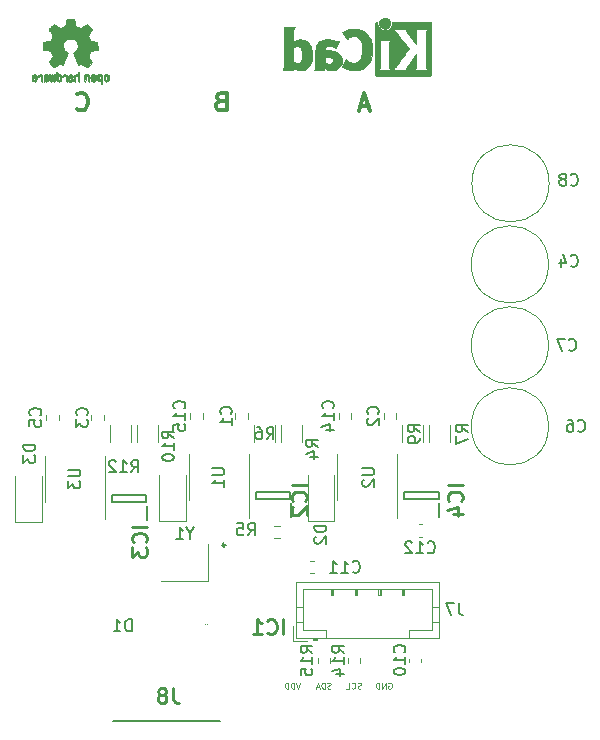
<source format=gbr>
%TF.GenerationSoftware,KiCad,Pcbnew,(6.0.1)*%
%TF.CreationDate,2022-02-15T00:41:15-08:00*%
%TF.ProjectId,OpenMC,4f70656e-4d43-42e6-9b69-6361645f7063,rev?*%
%TF.SameCoordinates,Original*%
%TF.FileFunction,Legend,Bot*%
%TF.FilePolarity,Positive*%
%FSLAX46Y46*%
G04 Gerber Fmt 4.6, Leading zero omitted, Abs format (unit mm)*
G04 Created by KiCad (PCBNEW (6.0.1)) date 2022-02-15 00:41:15*
%MOMM*%
%LPD*%
G01*
G04 APERTURE LIST*
%ADD10C,0.125000*%
%ADD11C,0.300000*%
%ADD12C,0.150000*%
%ADD13C,0.254000*%
%ADD14C,0.120000*%
%ADD15C,0.100000*%
%ADD16C,0.200000*%
%ADD17C,0.010000*%
%ADD18C,0.250000*%
G04 APERTURE END LIST*
D10*
X141255666Y-143998190D02*
X141089000Y-144498190D01*
X140922333Y-143998190D01*
X140755666Y-144498190D02*
X140755666Y-143998190D01*
X140636619Y-143998190D01*
X140565190Y-144022000D01*
X140517571Y-144069619D01*
X140493761Y-144117238D01*
X140469952Y-144212476D01*
X140469952Y-144283904D01*
X140493761Y-144379142D01*
X140517571Y-144426761D01*
X140565190Y-144474380D01*
X140636619Y-144498190D01*
X140755666Y-144498190D01*
X140255666Y-144498190D02*
X140255666Y-143998190D01*
X140136619Y-143998190D01*
X140065190Y-144022000D01*
X140017571Y-144069619D01*
X139993761Y-144117238D01*
X139969952Y-144212476D01*
X139969952Y-144283904D01*
X139993761Y-144379142D01*
X140017571Y-144426761D01*
X140065190Y-144474380D01*
X140136619Y-144498190D01*
X140255666Y-144498190D01*
X143833142Y-144474380D02*
X143761714Y-144498190D01*
X143642666Y-144498190D01*
X143595047Y-144474380D01*
X143571238Y-144450571D01*
X143547428Y-144402952D01*
X143547428Y-144355333D01*
X143571238Y-144307714D01*
X143595047Y-144283904D01*
X143642666Y-144260095D01*
X143737904Y-144236285D01*
X143785523Y-144212476D01*
X143809333Y-144188666D01*
X143833142Y-144141047D01*
X143833142Y-144093428D01*
X143809333Y-144045809D01*
X143785523Y-144022000D01*
X143737904Y-143998190D01*
X143618857Y-143998190D01*
X143547428Y-144022000D01*
X143333142Y-144498190D02*
X143333142Y-143998190D01*
X143214095Y-143998190D01*
X143142666Y-144022000D01*
X143095047Y-144069619D01*
X143071238Y-144117238D01*
X143047428Y-144212476D01*
X143047428Y-144283904D01*
X143071238Y-144379142D01*
X143095047Y-144426761D01*
X143142666Y-144474380D01*
X143214095Y-144498190D01*
X143333142Y-144498190D01*
X142856952Y-144355333D02*
X142618857Y-144355333D01*
X142904571Y-144498190D02*
X142737904Y-143998190D01*
X142571238Y-144498190D01*
X148716952Y-144022000D02*
X148764571Y-143998190D01*
X148836000Y-143998190D01*
X148907428Y-144022000D01*
X148955047Y-144069619D01*
X148978857Y-144117238D01*
X149002666Y-144212476D01*
X149002666Y-144283904D01*
X148978857Y-144379142D01*
X148955047Y-144426761D01*
X148907428Y-144474380D01*
X148836000Y-144498190D01*
X148788380Y-144498190D01*
X148716952Y-144474380D01*
X148693142Y-144450571D01*
X148693142Y-144283904D01*
X148788380Y-144283904D01*
X148478857Y-144498190D02*
X148478857Y-143998190D01*
X148193142Y-144498190D01*
X148193142Y-143998190D01*
X147955047Y-144498190D02*
X147955047Y-143998190D01*
X147836000Y-143998190D01*
X147764571Y-144022000D01*
X147716952Y-144069619D01*
X147693142Y-144117238D01*
X147669333Y-144212476D01*
X147669333Y-144283904D01*
X147693142Y-144379142D01*
X147716952Y-144426761D01*
X147764571Y-144474380D01*
X147836000Y-144498190D01*
X147955047Y-144498190D01*
D11*
X122344714Y-95404714D02*
X122416142Y-95476142D01*
X122630428Y-95547571D01*
X122773285Y-95547571D01*
X122987571Y-95476142D01*
X123130428Y-95333285D01*
X123201857Y-95190428D01*
X123273285Y-94904714D01*
X123273285Y-94690428D01*
X123201857Y-94404714D01*
X123130428Y-94261857D01*
X122987571Y-94119000D01*
X122773285Y-94047571D01*
X122630428Y-94047571D01*
X122416142Y-94119000D01*
X122344714Y-94190428D01*
D10*
X146391238Y-144474380D02*
X146319809Y-144498190D01*
X146200761Y-144498190D01*
X146153142Y-144474380D01*
X146129333Y-144450571D01*
X146105523Y-144402952D01*
X146105523Y-144355333D01*
X146129333Y-144307714D01*
X146153142Y-144283904D01*
X146200761Y-144260095D01*
X146296000Y-144236285D01*
X146343619Y-144212476D01*
X146367428Y-144188666D01*
X146391238Y-144141047D01*
X146391238Y-144093428D01*
X146367428Y-144045809D01*
X146343619Y-144022000D01*
X146296000Y-143998190D01*
X146176952Y-143998190D01*
X146105523Y-144022000D01*
X145605523Y-144450571D02*
X145629333Y-144474380D01*
X145700761Y-144498190D01*
X145748380Y-144498190D01*
X145819809Y-144474380D01*
X145867428Y-144426761D01*
X145891238Y-144379142D01*
X145915047Y-144283904D01*
X145915047Y-144212476D01*
X145891238Y-144117238D01*
X145867428Y-144069619D01*
X145819809Y-144022000D01*
X145748380Y-143998190D01*
X145700761Y-143998190D01*
X145629333Y-144022000D01*
X145605523Y-144045809D01*
X145153142Y-144498190D02*
X145391238Y-144498190D01*
X145391238Y-143998190D01*
D11*
X147042142Y-95181500D02*
X146327857Y-95181500D01*
X147185000Y-95610071D02*
X146685000Y-94110071D01*
X146185000Y-95610071D01*
X134512857Y-94761857D02*
X134298571Y-94833285D01*
X134227142Y-94904714D01*
X134155714Y-95047571D01*
X134155714Y-95261857D01*
X134227142Y-95404714D01*
X134298571Y-95476142D01*
X134441428Y-95547571D01*
X135012857Y-95547571D01*
X135012857Y-94047571D01*
X134512857Y-94047571D01*
X134370000Y-94119000D01*
X134298571Y-94190428D01*
X134227142Y-94333285D01*
X134227142Y-94476142D01*
X134298571Y-94619000D01*
X134370000Y-94690428D01*
X134512857Y-94761857D01*
X135012857Y-94761857D01*
D12*
%TO.C,Y1*%
X131946590Y-131358790D02*
X131946590Y-131834980D01*
X132279923Y-130834980D02*
X131946590Y-131358790D01*
X131613257Y-130834980D01*
X130756114Y-131834980D02*
X131327542Y-131834980D01*
X131041828Y-131834980D02*
X131041828Y-130834980D01*
X131137066Y-130977838D01*
X131232304Y-131073076D01*
X131327542Y-131120695D01*
D13*
%TO.C,J8*%
X130471333Y-144465523D02*
X130471333Y-145372666D01*
X130531809Y-145554095D01*
X130652761Y-145675047D01*
X130834190Y-145735523D01*
X130955142Y-145735523D01*
X129685142Y-145009809D02*
X129806095Y-144949333D01*
X129866571Y-144888857D01*
X129927047Y-144767904D01*
X129927047Y-144707428D01*
X129866571Y-144586476D01*
X129806095Y-144526000D01*
X129685142Y-144465523D01*
X129443238Y-144465523D01*
X129322285Y-144526000D01*
X129261809Y-144586476D01*
X129201333Y-144707428D01*
X129201333Y-144767904D01*
X129261809Y-144888857D01*
X129322285Y-144949333D01*
X129443238Y-145009809D01*
X129685142Y-145009809D01*
X129806095Y-145070285D01*
X129866571Y-145130761D01*
X129927047Y-145251714D01*
X129927047Y-145493619D01*
X129866571Y-145614571D01*
X129806095Y-145675047D01*
X129685142Y-145735523D01*
X129443238Y-145735523D01*
X129322285Y-145675047D01*
X129261809Y-145614571D01*
X129201333Y-145493619D01*
X129201333Y-145251714D01*
X129261809Y-145130761D01*
X129322285Y-145070285D01*
X129443238Y-145009809D01*
D12*
%TO.C,R4*%
X142756180Y-124039333D02*
X142279990Y-123706000D01*
X142756180Y-123467904D02*
X141756180Y-123467904D01*
X141756180Y-123848857D01*
X141803800Y-123944095D01*
X141851419Y-123991714D01*
X141946657Y-124039333D01*
X142089514Y-124039333D01*
X142184752Y-123991714D01*
X142232371Y-123944095D01*
X142279990Y-123848857D01*
X142279990Y-123467904D01*
X142089514Y-124896476D02*
X142756180Y-124896476D01*
X141708561Y-124658380D02*
X142422847Y-124420285D01*
X142422847Y-125039333D01*
%TO.C,R6*%
X138406466Y-123388380D02*
X138739800Y-122912190D01*
X138977895Y-123388380D02*
X138977895Y-122388380D01*
X138596942Y-122388380D01*
X138501704Y-122436000D01*
X138454085Y-122483619D01*
X138406466Y-122578857D01*
X138406466Y-122721714D01*
X138454085Y-122816952D01*
X138501704Y-122864571D01*
X138596942Y-122912190D01*
X138977895Y-122912190D01*
X137549323Y-122388380D02*
X137739800Y-122388380D01*
X137835038Y-122436000D01*
X137882657Y-122483619D01*
X137977895Y-122626476D01*
X138025514Y-122816952D01*
X138025514Y-123197904D01*
X137977895Y-123293142D01*
X137930276Y-123340761D01*
X137835038Y-123388380D01*
X137644561Y-123388380D01*
X137549323Y-123340761D01*
X137501704Y-123293142D01*
X137454085Y-123197904D01*
X137454085Y-122959809D01*
X137501704Y-122864571D01*
X137549323Y-122816952D01*
X137644561Y-122769333D01*
X137835038Y-122769333D01*
X137930276Y-122816952D01*
X137977895Y-122864571D01*
X138025514Y-122959809D01*
%TO.C,U3*%
X121626380Y-125958695D02*
X122435904Y-125958695D01*
X122531142Y-126006314D01*
X122578761Y-126053933D01*
X122626380Y-126149171D01*
X122626380Y-126339647D01*
X122578761Y-126434885D01*
X122531142Y-126482504D01*
X122435904Y-126530123D01*
X121626380Y-126530123D01*
X121626380Y-126911076D02*
X121626380Y-127530123D01*
X122007333Y-127196790D01*
X122007333Y-127339647D01*
X122054952Y-127434885D01*
X122102571Y-127482504D01*
X122197809Y-127530123D01*
X122435904Y-127530123D01*
X122531142Y-127482504D01*
X122578761Y-127434885D01*
X122626380Y-127339647D01*
X122626380Y-127053933D01*
X122578761Y-126958695D01*
X122531142Y-126911076D01*
%TO.C,C8*%
X164149066Y-101830142D02*
X164196685Y-101877761D01*
X164339542Y-101925380D01*
X164434780Y-101925380D01*
X164577638Y-101877761D01*
X164672876Y-101782523D01*
X164720495Y-101687285D01*
X164768114Y-101496809D01*
X164768114Y-101353952D01*
X164720495Y-101163476D01*
X164672876Y-101068238D01*
X164577638Y-100973000D01*
X164434780Y-100925380D01*
X164339542Y-100925380D01*
X164196685Y-100973000D01*
X164149066Y-101020619D01*
X163577638Y-101353952D02*
X163672876Y-101306333D01*
X163720495Y-101258714D01*
X163768114Y-101163476D01*
X163768114Y-101115857D01*
X163720495Y-101020619D01*
X163672876Y-100973000D01*
X163577638Y-100925380D01*
X163387161Y-100925380D01*
X163291923Y-100973000D01*
X163244304Y-101020619D01*
X163196685Y-101115857D01*
X163196685Y-101163476D01*
X163244304Y-101258714D01*
X163291923Y-101306333D01*
X163387161Y-101353952D01*
X163577638Y-101353952D01*
X163672876Y-101401571D01*
X163720495Y-101449190D01*
X163768114Y-101544428D01*
X163768114Y-101734904D01*
X163720495Y-101830142D01*
X163672876Y-101877761D01*
X163577638Y-101925380D01*
X163387161Y-101925380D01*
X163291923Y-101877761D01*
X163244304Y-101830142D01*
X163196685Y-101734904D01*
X163196685Y-101544428D01*
X163244304Y-101449190D01*
X163291923Y-101401571D01*
X163387161Y-101353952D01*
%TO.C,R5*%
X136818666Y-131516380D02*
X137152000Y-131040190D01*
X137390095Y-131516380D02*
X137390095Y-130516380D01*
X137009142Y-130516380D01*
X136913904Y-130564000D01*
X136866285Y-130611619D01*
X136818666Y-130706857D01*
X136818666Y-130849714D01*
X136866285Y-130944952D01*
X136913904Y-130992571D01*
X137009142Y-131040190D01*
X137390095Y-131040190D01*
X135913904Y-130516380D02*
X136390095Y-130516380D01*
X136437714Y-130992571D01*
X136390095Y-130944952D01*
X136294857Y-130897333D01*
X136056761Y-130897333D01*
X135961523Y-130944952D01*
X135913904Y-130992571D01*
X135866285Y-131087809D01*
X135866285Y-131325904D01*
X135913904Y-131421142D01*
X135961523Y-131468761D01*
X136056761Y-131516380D01*
X136294857Y-131516380D01*
X136390095Y-131468761D01*
X136437714Y-131421142D01*
%TO.C,C4*%
X164149066Y-108688142D02*
X164196685Y-108735761D01*
X164339542Y-108783380D01*
X164434780Y-108783380D01*
X164577638Y-108735761D01*
X164672876Y-108640523D01*
X164720495Y-108545285D01*
X164768114Y-108354809D01*
X164768114Y-108211952D01*
X164720495Y-108021476D01*
X164672876Y-107926238D01*
X164577638Y-107831000D01*
X164434780Y-107783380D01*
X164339542Y-107783380D01*
X164196685Y-107831000D01*
X164149066Y-107878619D01*
X163291923Y-108116714D02*
X163291923Y-108783380D01*
X163530019Y-107735761D02*
X163768114Y-108450047D01*
X163149066Y-108450047D01*
%TO.C,C2*%
X147804142Y-121245333D02*
X147851761Y-121197714D01*
X147899380Y-121054857D01*
X147899380Y-120959619D01*
X147851761Y-120816761D01*
X147756523Y-120721523D01*
X147661285Y-120673904D01*
X147470809Y-120626285D01*
X147327952Y-120626285D01*
X147137476Y-120673904D01*
X147042238Y-120721523D01*
X146947000Y-120816761D01*
X146899380Y-120959619D01*
X146899380Y-121054857D01*
X146947000Y-121197714D01*
X146994619Y-121245333D01*
X146994619Y-121626285D02*
X146947000Y-121673904D01*
X146899380Y-121769142D01*
X146899380Y-122007238D01*
X146947000Y-122102476D01*
X146994619Y-122150095D01*
X147089857Y-122197714D01*
X147185095Y-122197714D01*
X147327952Y-122150095D01*
X147899380Y-121578666D01*
X147899380Y-122197714D01*
%TO.C,C10*%
X150064742Y-141444742D02*
X150112361Y-141397123D01*
X150159980Y-141254266D01*
X150159980Y-141159028D01*
X150112361Y-141016171D01*
X150017123Y-140920933D01*
X149921885Y-140873314D01*
X149731409Y-140825695D01*
X149588552Y-140825695D01*
X149398076Y-140873314D01*
X149302838Y-140920933D01*
X149207600Y-141016171D01*
X149159980Y-141159028D01*
X149159980Y-141254266D01*
X149207600Y-141397123D01*
X149255219Y-141444742D01*
X150159980Y-142397123D02*
X150159980Y-141825695D01*
X150159980Y-142111409D02*
X149159980Y-142111409D01*
X149302838Y-142016171D01*
X149398076Y-141920933D01*
X149445695Y-141825695D01*
X149159980Y-143016171D02*
X149159980Y-143111409D01*
X149207600Y-143206647D01*
X149255219Y-143254266D01*
X149350457Y-143301885D01*
X149540933Y-143349504D01*
X149779028Y-143349504D01*
X149969504Y-143301885D01*
X150064742Y-143254266D01*
X150112361Y-143206647D01*
X150159980Y-143111409D01*
X150159980Y-143016171D01*
X150112361Y-142920933D01*
X150064742Y-142873314D01*
X149969504Y-142825695D01*
X149779028Y-142778076D01*
X149540933Y-142778076D01*
X149350457Y-142825695D01*
X149255219Y-142873314D01*
X149207600Y-142920933D01*
X149159980Y-143016171D01*
%TO.C,C12*%
X152026857Y-132945142D02*
X152074476Y-132992761D01*
X152217333Y-133040380D01*
X152312571Y-133040380D01*
X152455428Y-132992761D01*
X152550666Y-132897523D01*
X152598285Y-132802285D01*
X152645904Y-132611809D01*
X152645904Y-132468952D01*
X152598285Y-132278476D01*
X152550666Y-132183238D01*
X152455428Y-132088000D01*
X152312571Y-132040380D01*
X152217333Y-132040380D01*
X152074476Y-132088000D01*
X152026857Y-132135619D01*
X151074476Y-133040380D02*
X151645904Y-133040380D01*
X151360190Y-133040380D02*
X151360190Y-132040380D01*
X151455428Y-132183238D01*
X151550666Y-132278476D01*
X151645904Y-132326095D01*
X150693523Y-132135619D02*
X150645904Y-132088000D01*
X150550666Y-132040380D01*
X150312571Y-132040380D01*
X150217333Y-132088000D01*
X150169714Y-132135619D01*
X150122095Y-132230857D01*
X150122095Y-132326095D01*
X150169714Y-132468952D01*
X150741142Y-133040380D01*
X150122095Y-133040380D01*
%TO.C,R14*%
X144978380Y-141470142D02*
X144502190Y-141136809D01*
X144978380Y-140898714D02*
X143978380Y-140898714D01*
X143978380Y-141279666D01*
X144026000Y-141374904D01*
X144073619Y-141422523D01*
X144168857Y-141470142D01*
X144311714Y-141470142D01*
X144406952Y-141422523D01*
X144454571Y-141374904D01*
X144502190Y-141279666D01*
X144502190Y-140898714D01*
X144978380Y-142422523D02*
X144978380Y-141851095D01*
X144978380Y-142136809D02*
X143978380Y-142136809D01*
X144121238Y-142041571D01*
X144216476Y-141946333D01*
X144264095Y-141851095D01*
X144311714Y-143279666D02*
X144978380Y-143279666D01*
X143930761Y-143041571D02*
X144645047Y-142803476D01*
X144645047Y-143422523D01*
%TO.C,C6*%
X164758666Y-122658142D02*
X164806285Y-122705761D01*
X164949142Y-122753380D01*
X165044380Y-122753380D01*
X165187238Y-122705761D01*
X165282476Y-122610523D01*
X165330095Y-122515285D01*
X165377714Y-122324809D01*
X165377714Y-122181952D01*
X165330095Y-121991476D01*
X165282476Y-121896238D01*
X165187238Y-121801000D01*
X165044380Y-121753380D01*
X164949142Y-121753380D01*
X164806285Y-121801000D01*
X164758666Y-121848619D01*
X163901523Y-121753380D02*
X164092000Y-121753380D01*
X164187238Y-121801000D01*
X164234857Y-121848619D01*
X164330095Y-121991476D01*
X164377714Y-122181952D01*
X164377714Y-122562904D01*
X164330095Y-122658142D01*
X164282476Y-122705761D01*
X164187238Y-122753380D01*
X163996761Y-122753380D01*
X163901523Y-122705761D01*
X163853904Y-122658142D01*
X163806285Y-122562904D01*
X163806285Y-122324809D01*
X163853904Y-122229571D01*
X163901523Y-122181952D01*
X163996761Y-122134333D01*
X164187238Y-122134333D01*
X164282476Y-122181952D01*
X164330095Y-122229571D01*
X164377714Y-122324809D01*
%TO.C,C11*%
X145676857Y-134596142D02*
X145724476Y-134643761D01*
X145867333Y-134691380D01*
X145962571Y-134691380D01*
X146105428Y-134643761D01*
X146200666Y-134548523D01*
X146248285Y-134453285D01*
X146295904Y-134262809D01*
X146295904Y-134119952D01*
X146248285Y-133929476D01*
X146200666Y-133834238D01*
X146105428Y-133739000D01*
X145962571Y-133691380D01*
X145867333Y-133691380D01*
X145724476Y-133739000D01*
X145676857Y-133786619D01*
X144724476Y-134691380D02*
X145295904Y-134691380D01*
X145010190Y-134691380D02*
X145010190Y-133691380D01*
X145105428Y-133834238D01*
X145200666Y-133929476D01*
X145295904Y-133977095D01*
X143772095Y-134691380D02*
X144343523Y-134691380D01*
X144057809Y-134691380D02*
X144057809Y-133691380D01*
X144153047Y-133834238D01*
X144248285Y-133929476D01*
X144343523Y-133977095D01*
%TO.C,D2*%
X143454380Y-130706904D02*
X142454380Y-130706904D01*
X142454380Y-130945000D01*
X142502000Y-131087857D01*
X142597238Y-131183095D01*
X142692476Y-131230714D01*
X142882952Y-131278333D01*
X143025809Y-131278333D01*
X143216285Y-131230714D01*
X143311523Y-131183095D01*
X143406761Y-131087857D01*
X143454380Y-130945000D01*
X143454380Y-130706904D01*
X142549619Y-131659285D02*
X142502000Y-131706904D01*
X142454380Y-131802142D01*
X142454380Y-132040238D01*
X142502000Y-132135476D01*
X142549619Y-132183095D01*
X142644857Y-132230714D01*
X142740095Y-132230714D01*
X142882952Y-132183095D01*
X143454380Y-131611666D01*
X143454380Y-132230714D01*
%TO.C,C7*%
X163996666Y-115800142D02*
X164044285Y-115847761D01*
X164187142Y-115895380D01*
X164282380Y-115895380D01*
X164425238Y-115847761D01*
X164520476Y-115752523D01*
X164568095Y-115657285D01*
X164615714Y-115466809D01*
X164615714Y-115323952D01*
X164568095Y-115133476D01*
X164520476Y-115038238D01*
X164425238Y-114943000D01*
X164282380Y-114895380D01*
X164187142Y-114895380D01*
X164044285Y-114943000D01*
X163996666Y-114990619D01*
X163663333Y-114895380D02*
X162996666Y-114895380D01*
X163425238Y-115895380D01*
%TO.C,R12*%
X126944657Y-126182380D02*
X127277990Y-125706190D01*
X127516085Y-126182380D02*
X127516085Y-125182380D01*
X127135133Y-125182380D01*
X127039895Y-125230000D01*
X126992276Y-125277619D01*
X126944657Y-125372857D01*
X126944657Y-125515714D01*
X126992276Y-125610952D01*
X127039895Y-125658571D01*
X127135133Y-125706190D01*
X127516085Y-125706190D01*
X125992276Y-126182380D02*
X126563704Y-126182380D01*
X126277990Y-126182380D02*
X126277990Y-125182380D01*
X126373228Y-125325238D01*
X126468466Y-125420476D01*
X126563704Y-125468095D01*
X125611323Y-125277619D02*
X125563704Y-125230000D01*
X125468466Y-125182380D01*
X125230371Y-125182380D01*
X125135133Y-125230000D01*
X125087514Y-125277619D01*
X125039895Y-125372857D01*
X125039895Y-125468095D01*
X125087514Y-125610952D01*
X125658942Y-126182380D01*
X125039895Y-126182380D01*
%TO.C,C5*%
X119229142Y-121372333D02*
X119276761Y-121324714D01*
X119324380Y-121181857D01*
X119324380Y-121086619D01*
X119276761Y-120943761D01*
X119181523Y-120848523D01*
X119086285Y-120800904D01*
X118895809Y-120753285D01*
X118752952Y-120753285D01*
X118562476Y-120800904D01*
X118467238Y-120848523D01*
X118372000Y-120943761D01*
X118324380Y-121086619D01*
X118324380Y-121181857D01*
X118372000Y-121324714D01*
X118419619Y-121372333D01*
X118324380Y-122277095D02*
X118324380Y-121800904D01*
X118800571Y-121753285D01*
X118752952Y-121800904D01*
X118705333Y-121896142D01*
X118705333Y-122134238D01*
X118752952Y-122229476D01*
X118800571Y-122277095D01*
X118895809Y-122324714D01*
X119133904Y-122324714D01*
X119229142Y-122277095D01*
X119276761Y-122229476D01*
X119324380Y-122134238D01*
X119324380Y-121896142D01*
X119276761Y-121800904D01*
X119229142Y-121753285D01*
%TO.C,J7*%
X154663733Y-137272780D02*
X154663733Y-137987066D01*
X154711352Y-138129923D01*
X154806590Y-138225161D01*
X154949447Y-138272780D01*
X155044685Y-138272780D01*
X154282780Y-137272780D02*
X153616114Y-137272780D01*
X154044685Y-138272780D01*
%TO.C,U2*%
X146518380Y-125831695D02*
X147327904Y-125831695D01*
X147423142Y-125879314D01*
X147470761Y-125926933D01*
X147518380Y-126022171D01*
X147518380Y-126212647D01*
X147470761Y-126307885D01*
X147423142Y-126355504D01*
X147327904Y-126403123D01*
X146518380Y-126403123D01*
X146613619Y-126831695D02*
X146566000Y-126879314D01*
X146518380Y-126974552D01*
X146518380Y-127212647D01*
X146566000Y-127307885D01*
X146613619Y-127355504D01*
X146708857Y-127403123D01*
X146804095Y-127403123D01*
X146946952Y-127355504D01*
X147518380Y-126784076D01*
X147518380Y-127403123D01*
%TO.C,U1*%
X133818380Y-125831695D02*
X134627904Y-125831695D01*
X134723142Y-125879314D01*
X134770761Y-125926933D01*
X134818380Y-126022171D01*
X134818380Y-126212647D01*
X134770761Y-126307885D01*
X134723142Y-126355504D01*
X134627904Y-126403123D01*
X133818380Y-126403123D01*
X134818380Y-127403123D02*
X134818380Y-126831695D01*
X134818380Y-127117409D02*
X133818380Y-127117409D01*
X133961238Y-127022171D01*
X134056476Y-126926933D01*
X134104095Y-126831695D01*
D13*
%TO.C,IC2*%
X141798523Y-127284238D02*
X140528523Y-127284238D01*
X141677571Y-128614714D02*
X141738047Y-128554238D01*
X141798523Y-128372809D01*
X141798523Y-128251857D01*
X141738047Y-128070428D01*
X141617095Y-127949476D01*
X141496142Y-127889000D01*
X141254238Y-127828523D01*
X141072809Y-127828523D01*
X140830904Y-127889000D01*
X140709952Y-127949476D01*
X140589000Y-128070428D01*
X140528523Y-128251857D01*
X140528523Y-128372809D01*
X140589000Y-128554238D01*
X140649476Y-128614714D01*
X140649476Y-129098523D02*
X140589000Y-129159000D01*
X140528523Y-129279952D01*
X140528523Y-129582333D01*
X140589000Y-129703285D01*
X140649476Y-129763761D01*
X140770428Y-129824238D01*
X140891380Y-129824238D01*
X141072809Y-129763761D01*
X141798523Y-129038047D01*
X141798523Y-129824238D01*
%TO.C,IC4*%
X155006523Y-127284238D02*
X153736523Y-127284238D01*
X154885571Y-128614714D02*
X154946047Y-128554238D01*
X155006523Y-128372809D01*
X155006523Y-128251857D01*
X154946047Y-128070428D01*
X154825095Y-127949476D01*
X154704142Y-127889000D01*
X154462238Y-127828523D01*
X154280809Y-127828523D01*
X154038904Y-127889000D01*
X153917952Y-127949476D01*
X153797000Y-128070428D01*
X153736523Y-128251857D01*
X153736523Y-128372809D01*
X153797000Y-128554238D01*
X153857476Y-128614714D01*
X154159857Y-129703285D02*
X155006523Y-129703285D01*
X153676047Y-129400904D02*
X154583190Y-129098523D01*
X154583190Y-129884714D01*
D12*
%TO.C,C1*%
X135358142Y-121245333D02*
X135405761Y-121197714D01*
X135453380Y-121054857D01*
X135453380Y-120959619D01*
X135405761Y-120816761D01*
X135310523Y-120721523D01*
X135215285Y-120673904D01*
X135024809Y-120626285D01*
X134881952Y-120626285D01*
X134691476Y-120673904D01*
X134596238Y-120721523D01*
X134501000Y-120816761D01*
X134453380Y-120959619D01*
X134453380Y-121054857D01*
X134501000Y-121197714D01*
X134548619Y-121245333D01*
X135453380Y-122197714D02*
X135453380Y-121626285D01*
X135453380Y-121912000D02*
X134453380Y-121912000D01*
X134596238Y-121816761D01*
X134691476Y-121721523D01*
X134739095Y-121626285D01*
%TO.C,D3*%
X118816380Y-123848904D02*
X117816380Y-123848904D01*
X117816380Y-124087000D01*
X117864000Y-124229857D01*
X117959238Y-124325095D01*
X118054476Y-124372714D01*
X118244952Y-124420333D01*
X118387809Y-124420333D01*
X118578285Y-124372714D01*
X118673523Y-124325095D01*
X118768761Y-124229857D01*
X118816380Y-124087000D01*
X118816380Y-123848904D01*
X117816380Y-124753666D02*
X117816380Y-125372714D01*
X118197333Y-125039380D01*
X118197333Y-125182238D01*
X118244952Y-125277476D01*
X118292571Y-125325095D01*
X118387809Y-125372714D01*
X118625904Y-125372714D01*
X118721142Y-125325095D01*
X118768761Y-125277476D01*
X118816380Y-125182238D01*
X118816380Y-124896523D01*
X118768761Y-124801285D01*
X118721142Y-124753666D01*
%TO.C,R15*%
X142278380Y-141470142D02*
X141802190Y-141136809D01*
X142278380Y-140898714D02*
X141278380Y-140898714D01*
X141278380Y-141279666D01*
X141326000Y-141374904D01*
X141373619Y-141422523D01*
X141468857Y-141470142D01*
X141611714Y-141470142D01*
X141706952Y-141422523D01*
X141754571Y-141374904D01*
X141802190Y-141279666D01*
X141802190Y-140898714D01*
X142278380Y-142422523D02*
X142278380Y-141851095D01*
X142278380Y-142136809D02*
X141278380Y-142136809D01*
X141421238Y-142041571D01*
X141516476Y-141946333D01*
X141564095Y-141851095D01*
X141278380Y-143327285D02*
X141278380Y-142851095D01*
X141754571Y-142803476D01*
X141706952Y-142851095D01*
X141659333Y-142946333D01*
X141659333Y-143184428D01*
X141706952Y-143279666D01*
X141754571Y-143327285D01*
X141849809Y-143374904D01*
X142087904Y-143374904D01*
X142183142Y-143327285D01*
X142230761Y-143279666D01*
X142278380Y-143184428D01*
X142278380Y-142946333D01*
X142230761Y-142851095D01*
X142183142Y-142803476D01*
%TO.C,C3*%
X123166142Y-121372333D02*
X123213761Y-121324714D01*
X123261380Y-121181857D01*
X123261380Y-121086619D01*
X123213761Y-120943761D01*
X123118523Y-120848523D01*
X123023285Y-120800904D01*
X122832809Y-120753285D01*
X122689952Y-120753285D01*
X122499476Y-120800904D01*
X122404238Y-120848523D01*
X122309000Y-120943761D01*
X122261380Y-121086619D01*
X122261380Y-121181857D01*
X122309000Y-121324714D01*
X122356619Y-121372333D01*
X122261380Y-121705666D02*
X122261380Y-122324714D01*
X122642333Y-121991380D01*
X122642333Y-122134238D01*
X122689952Y-122229476D01*
X122737571Y-122277095D01*
X122832809Y-122324714D01*
X123070904Y-122324714D01*
X123166142Y-122277095D01*
X123213761Y-122229476D01*
X123261380Y-122134238D01*
X123261380Y-121848523D01*
X123213761Y-121753285D01*
X123166142Y-121705666D01*
%TO.C,R10*%
X130564180Y-123309142D02*
X130087990Y-122975809D01*
X130564180Y-122737714D02*
X129564180Y-122737714D01*
X129564180Y-123118666D01*
X129611800Y-123213904D01*
X129659419Y-123261523D01*
X129754657Y-123309142D01*
X129897514Y-123309142D01*
X129992752Y-123261523D01*
X130040371Y-123213904D01*
X130087990Y-123118666D01*
X130087990Y-122737714D01*
X130564180Y-124261523D02*
X130564180Y-123690095D01*
X130564180Y-123975809D02*
X129564180Y-123975809D01*
X129707038Y-123880571D01*
X129802276Y-123785333D01*
X129849895Y-123690095D01*
X129564180Y-124880571D02*
X129564180Y-124975809D01*
X129611800Y-125071047D01*
X129659419Y-125118666D01*
X129754657Y-125166285D01*
X129945133Y-125213904D01*
X130183228Y-125213904D01*
X130373704Y-125166285D01*
X130468942Y-125118666D01*
X130516561Y-125071047D01*
X130564180Y-124975809D01*
X130564180Y-124880571D01*
X130516561Y-124785333D01*
X130468942Y-124737714D01*
X130373704Y-124690095D01*
X130183228Y-124642476D01*
X129945133Y-124642476D01*
X129754657Y-124690095D01*
X129659419Y-124737714D01*
X129611800Y-124785333D01*
X129564180Y-124880571D01*
%TO.C,C15*%
X131421142Y-120769142D02*
X131468761Y-120721523D01*
X131516380Y-120578666D01*
X131516380Y-120483428D01*
X131468761Y-120340571D01*
X131373523Y-120245333D01*
X131278285Y-120197714D01*
X131087809Y-120150095D01*
X130944952Y-120150095D01*
X130754476Y-120197714D01*
X130659238Y-120245333D01*
X130564000Y-120340571D01*
X130516380Y-120483428D01*
X130516380Y-120578666D01*
X130564000Y-120721523D01*
X130611619Y-120769142D01*
X131516380Y-121721523D02*
X131516380Y-121150095D01*
X131516380Y-121435809D02*
X130516380Y-121435809D01*
X130659238Y-121340571D01*
X130754476Y-121245333D01*
X130802095Y-121150095D01*
X130516380Y-122626285D02*
X130516380Y-122150095D01*
X130992571Y-122102476D01*
X130944952Y-122150095D01*
X130897333Y-122245333D01*
X130897333Y-122483428D01*
X130944952Y-122578666D01*
X130992571Y-122626285D01*
X131087809Y-122673904D01*
X131325904Y-122673904D01*
X131421142Y-122626285D01*
X131468761Y-122578666D01*
X131516380Y-122483428D01*
X131516380Y-122245333D01*
X131468761Y-122150095D01*
X131421142Y-122102476D01*
%TO.C,R9*%
X151366780Y-122769333D02*
X150890590Y-122436000D01*
X151366780Y-122197904D02*
X150366780Y-122197904D01*
X150366780Y-122578857D01*
X150414400Y-122674095D01*
X150462019Y-122721714D01*
X150557257Y-122769333D01*
X150700114Y-122769333D01*
X150795352Y-122721714D01*
X150842971Y-122674095D01*
X150890590Y-122578857D01*
X150890590Y-122197904D01*
X151366780Y-123245523D02*
X151366780Y-123436000D01*
X151319161Y-123531238D01*
X151271542Y-123578857D01*
X151128685Y-123674095D01*
X150938209Y-123721714D01*
X150557257Y-123721714D01*
X150462019Y-123674095D01*
X150414400Y-123626476D01*
X150366780Y-123531238D01*
X150366780Y-123340761D01*
X150414400Y-123245523D01*
X150462019Y-123197904D01*
X150557257Y-123150285D01*
X150795352Y-123150285D01*
X150890590Y-123197904D01*
X150938209Y-123245523D01*
X150985828Y-123340761D01*
X150985828Y-123531238D01*
X150938209Y-123626476D01*
X150890590Y-123674095D01*
X150795352Y-123721714D01*
%TO.C,C14*%
X143994142Y-120769142D02*
X144041761Y-120721523D01*
X144089380Y-120578666D01*
X144089380Y-120483428D01*
X144041761Y-120340571D01*
X143946523Y-120245333D01*
X143851285Y-120197714D01*
X143660809Y-120150095D01*
X143517952Y-120150095D01*
X143327476Y-120197714D01*
X143232238Y-120245333D01*
X143137000Y-120340571D01*
X143089380Y-120483428D01*
X143089380Y-120578666D01*
X143137000Y-120721523D01*
X143184619Y-120769142D01*
X144089380Y-121721523D02*
X144089380Y-121150095D01*
X144089380Y-121435809D02*
X143089380Y-121435809D01*
X143232238Y-121340571D01*
X143327476Y-121245333D01*
X143375095Y-121150095D01*
X143422714Y-122578666D02*
X144089380Y-122578666D01*
X143041761Y-122340571D02*
X143756047Y-122102476D01*
X143756047Y-122721523D01*
D13*
%TO.C,IC3*%
X128285723Y-130789438D02*
X127015723Y-130789438D01*
X128164771Y-132119914D02*
X128225247Y-132059438D01*
X128285723Y-131878009D01*
X128285723Y-131757057D01*
X128225247Y-131575628D01*
X128104295Y-131454676D01*
X127983342Y-131394200D01*
X127741438Y-131333723D01*
X127560009Y-131333723D01*
X127318104Y-131394200D01*
X127197152Y-131454676D01*
X127076200Y-131575628D01*
X127015723Y-131757057D01*
X127015723Y-131878009D01*
X127076200Y-132059438D01*
X127136676Y-132119914D01*
X127015723Y-132543247D02*
X127015723Y-133329438D01*
X127499533Y-132906104D01*
X127499533Y-133087533D01*
X127560009Y-133208485D01*
X127620485Y-133268961D01*
X127741438Y-133329438D01*
X128043819Y-133329438D01*
X128164771Y-133268961D01*
X128225247Y-133208485D01*
X128285723Y-133087533D01*
X128285723Y-132724676D01*
X128225247Y-132603723D01*
X128164771Y-132543247D01*
D12*
%TO.C,D1*%
X126976095Y-139644380D02*
X126976095Y-138644380D01*
X126738000Y-138644380D01*
X126595142Y-138692000D01*
X126499904Y-138787238D01*
X126452285Y-138882476D01*
X126404666Y-139072952D01*
X126404666Y-139215809D01*
X126452285Y-139406285D01*
X126499904Y-139501523D01*
X126595142Y-139596761D01*
X126738000Y-139644380D01*
X126976095Y-139644380D01*
X125452285Y-139644380D02*
X126023714Y-139644380D01*
X125738000Y-139644380D02*
X125738000Y-138644380D01*
X125833238Y-138787238D01*
X125928476Y-138882476D01*
X126023714Y-138930095D01*
D13*
%TO.C,IC1*%
X139796761Y-139893523D02*
X139796761Y-138623523D01*
X138466285Y-139772571D02*
X138526761Y-139833047D01*
X138708190Y-139893523D01*
X138829142Y-139893523D01*
X139010571Y-139833047D01*
X139131523Y-139712095D01*
X139192000Y-139591142D01*
X139252476Y-139349238D01*
X139252476Y-139167809D01*
X139192000Y-138925904D01*
X139131523Y-138804952D01*
X139010571Y-138684000D01*
X138829142Y-138623523D01*
X138708190Y-138623523D01*
X138526761Y-138684000D01*
X138466285Y-138744476D01*
X137256761Y-139893523D02*
X137982476Y-139893523D01*
X137619619Y-139893523D02*
X137619619Y-138623523D01*
X137740571Y-138804952D01*
X137861523Y-138925904D01*
X137982476Y-138986380D01*
D12*
%TO.C,R7*%
X155430780Y-122769333D02*
X154954590Y-122436000D01*
X155430780Y-122197904D02*
X154430780Y-122197904D01*
X154430780Y-122578857D01*
X154478400Y-122674095D01*
X154526019Y-122721714D01*
X154621257Y-122769333D01*
X154764114Y-122769333D01*
X154859352Y-122721714D01*
X154906971Y-122674095D01*
X154954590Y-122578857D01*
X154954590Y-122197904D01*
X154430780Y-123102666D02*
X154430780Y-123769333D01*
X155430780Y-123340761D01*
D14*
%TO.C,Y1*%
X133470400Y-135407600D02*
X129470400Y-135407600D01*
X133470400Y-132257600D02*
X133470400Y-135407600D01*
D15*
%TO.C,J8*%
X133321000Y-139037000D02*
X133321000Y-139037000D01*
X133221000Y-139037000D02*
X133221000Y-139037000D01*
D16*
X134421000Y-147262000D02*
X125421000Y-147262000D01*
D15*
X133321000Y-139037000D02*
G75*
G03*
X133221000Y-139037000I-50000J0D01*
G01*
X133221000Y-139037000D02*
G75*
G03*
X133321000Y-139037000I50000J0D01*
G01*
D14*
%TO.C,R4*%
X139602800Y-122183536D02*
X139602800Y-123637664D01*
X141422800Y-122183536D02*
X141422800Y-123637664D01*
%TO.C,R6*%
X139136800Y-122183536D02*
X139136800Y-123637664D01*
X137316800Y-122183536D02*
X137316800Y-123637664D01*
%TO.C,U3*%
X124721000Y-126720600D02*
X124721000Y-130170600D01*
X119601000Y-126720600D02*
X119601000Y-124770600D01*
X124721000Y-126720600D02*
X124721000Y-124770600D01*
X119601000Y-126720600D02*
X119601000Y-128670600D01*
%TO.C,C8*%
X162324800Y-101727000D02*
G75*
G03*
X162324800Y-101727000I-3270000J0D01*
G01*
%TO.C,R5*%
X139530858Y-131738900D02*
X139056342Y-131738900D01*
X139530858Y-130693900D02*
X139056342Y-130693900D01*
%TO.C,C4*%
X162274000Y-108585000D02*
G75*
G03*
X162274000Y-108585000I-3270000J0D01*
G01*
%TO.C,C2*%
X149366500Y-121649258D02*
X149366500Y-121174742D01*
X148321500Y-121649258D02*
X148321500Y-121174742D01*
%TO.C,C10*%
X150467600Y-141972420D02*
X150467600Y-142253580D01*
X151487600Y-141972420D02*
X151487600Y-142253580D01*
%TO.C,C12*%
X151294220Y-131624800D02*
X151575380Y-131624800D01*
X151294220Y-130604800D02*
X151575380Y-130604800D01*
%TO.C,R14*%
X146318500Y-141875742D02*
X146318500Y-142350258D01*
X145273500Y-141875742D02*
X145273500Y-142350258D01*
%TO.C,C6*%
X162274000Y-122301000D02*
G75*
G03*
X162274000Y-122301000I-3270000J0D01*
G01*
%TO.C,C11*%
X142099420Y-133729000D02*
X142380580Y-133729000D01*
X142099420Y-134749000D02*
X142380580Y-134749000D01*
%TO.C,D2*%
X141867000Y-130301000D02*
X141867000Y-126416000D01*
X144137000Y-126416000D02*
X144137000Y-130301000D01*
X144137000Y-130301000D02*
X141867000Y-130301000D01*
%TO.C,C7*%
X162274000Y-115443000D02*
G75*
G03*
X162274000Y-115443000I-3270000J0D01*
G01*
%TO.C,R12*%
X126944800Y-122183536D02*
X126944800Y-123637664D01*
X125124800Y-122183536D02*
X125124800Y-123637664D01*
%TO.C,C5*%
X120791500Y-121776258D02*
X120791500Y-121301742D01*
X119746500Y-121776258D02*
X119746500Y-121301742D01*
%TO.C,J7*%
X140904400Y-140180400D02*
X140904400Y-135460400D01*
X152414400Y-139570400D02*
X150464400Y-139570400D01*
X148064400Y-136570400D02*
X148064400Y-136070400D01*
X153024400Y-135460400D02*
X153024400Y-140180400D01*
X141854400Y-140480400D02*
X140604400Y-140480400D01*
X146064400Y-136570400D02*
X146064400Y-136070400D01*
X149864400Y-136070400D02*
X149864400Y-136570400D01*
X147864400Y-136070400D02*
X147864400Y-136570400D01*
X147864400Y-136570400D02*
X148064400Y-136570400D01*
X150064400Y-136570400D02*
X150064400Y-136070400D01*
X145864400Y-136570400D02*
X146064400Y-136570400D01*
X153024400Y-137570400D02*
X152414400Y-137570400D01*
X143864400Y-136070400D02*
X143864400Y-136570400D01*
X141514400Y-139570400D02*
X141514400Y-136070400D01*
X143464400Y-140180400D02*
X143464400Y-139570400D01*
X142664400Y-140180400D02*
X142664400Y-140380400D01*
X150464400Y-139570400D02*
X150464400Y-140180400D01*
X140904400Y-135460400D02*
X153024400Y-135460400D01*
X145964400Y-136070400D02*
X145964400Y-136570400D01*
X143864400Y-136570400D02*
X144064400Y-136570400D01*
X142664400Y-140280400D02*
X142364400Y-140280400D01*
X153024400Y-140180400D02*
X140904400Y-140180400D01*
X144064400Y-136570400D02*
X144064400Y-136070400D01*
X142364400Y-140380400D02*
X142364400Y-140180400D01*
X145864400Y-136070400D02*
X145864400Y-136570400D01*
X152414400Y-136070400D02*
X152414400Y-139570400D01*
X142664400Y-140380400D02*
X142364400Y-140380400D01*
X153024400Y-138870400D02*
X152414400Y-138870400D01*
X140904400Y-138870400D02*
X141514400Y-138870400D01*
X140904400Y-137570400D02*
X141514400Y-137570400D01*
X143964400Y-136070400D02*
X143964400Y-136570400D01*
X149864400Y-136570400D02*
X150064400Y-136570400D01*
X140604400Y-140480400D02*
X140604400Y-139230400D01*
X147964400Y-136070400D02*
X147964400Y-136570400D01*
X141514400Y-136070400D02*
X152414400Y-136070400D01*
X149964400Y-136070400D02*
X149964400Y-136570400D01*
X143464400Y-139570400D02*
X141514400Y-139570400D01*
%TO.C,U2*%
X149486000Y-126593600D02*
X149486000Y-124643600D01*
X144366000Y-126593600D02*
X144366000Y-124643600D01*
X149486000Y-126593600D02*
X149486000Y-130043600D01*
X144366000Y-126593600D02*
X144366000Y-128543600D01*
%TO.C,U1*%
X136913000Y-126593600D02*
X136913000Y-124643600D01*
X131793000Y-126593600D02*
X131793000Y-124643600D01*
X136913000Y-126593600D02*
X136913000Y-130043600D01*
X131793000Y-126593600D02*
X131793000Y-128543600D01*
D16*
%TO.C,IC2*%
X137488000Y-127843000D02*
X137488000Y-128443000D01*
X137488000Y-128443000D02*
X140388000Y-128443000D01*
X140388000Y-128443000D02*
X140388000Y-127843000D01*
X140388000Y-127843000D02*
X137488000Y-127843000D01*
X140438000Y-129993000D02*
X140438000Y-128793000D01*
D17*
%TO.C,REF\u002A\u002A*%
X124751885Y-92472962D02*
X124683855Y-92508733D01*
X124683855Y-92508733D02*
X124633649Y-92566301D01*
X124633649Y-92566301D02*
X124615815Y-92603312D01*
X124615815Y-92603312D02*
X124601937Y-92658882D01*
X124601937Y-92658882D02*
X124594833Y-92729096D01*
X124594833Y-92729096D02*
X124594160Y-92805727D01*
X124594160Y-92805727D02*
X124599573Y-92880552D01*
X124599573Y-92880552D02*
X124610730Y-92945342D01*
X124610730Y-92945342D02*
X124627286Y-92991873D01*
X124627286Y-92991873D02*
X124632374Y-92999887D01*
X124632374Y-92999887D02*
X124692645Y-93059707D01*
X124692645Y-93059707D02*
X124764231Y-93095535D01*
X124764231Y-93095535D02*
X124841908Y-93106020D01*
X124841908Y-93106020D02*
X124920452Y-93089810D01*
X124920452Y-93089810D02*
X124942311Y-93080092D01*
X124942311Y-93080092D02*
X124984878Y-93050143D01*
X124984878Y-93050143D02*
X125022237Y-93010433D01*
X125022237Y-93010433D02*
X125025768Y-93005397D01*
X125025768Y-93005397D02*
X125040119Y-92981124D01*
X125040119Y-92981124D02*
X125049606Y-92955178D01*
X125049606Y-92955178D02*
X125055210Y-92921022D01*
X125055210Y-92921022D02*
X125057914Y-92872119D01*
X125057914Y-92872119D02*
X125058701Y-92801935D01*
X125058701Y-92801935D02*
X125058714Y-92786200D01*
X125058714Y-92786200D02*
X125058678Y-92781192D01*
X125058678Y-92781192D02*
X124913571Y-92781192D01*
X124913571Y-92781192D02*
X124912727Y-92847430D01*
X124912727Y-92847430D02*
X124909404Y-92891386D01*
X124909404Y-92891386D02*
X124902417Y-92919779D01*
X124902417Y-92919779D02*
X124890584Y-92939325D01*
X124890584Y-92939325D02*
X124884543Y-92945857D01*
X124884543Y-92945857D02*
X124849814Y-92970680D01*
X124849814Y-92970680D02*
X124816097Y-92969548D01*
X124816097Y-92969548D02*
X124782005Y-92948016D01*
X124782005Y-92948016D02*
X124761671Y-92925029D01*
X124761671Y-92925029D02*
X124749629Y-92891478D01*
X124749629Y-92891478D02*
X124742866Y-92838569D01*
X124742866Y-92838569D02*
X124742402Y-92832399D01*
X124742402Y-92832399D02*
X124741248Y-92736513D01*
X124741248Y-92736513D02*
X124753312Y-92665299D01*
X124753312Y-92665299D02*
X124778430Y-92619194D01*
X124778430Y-92619194D02*
X124816440Y-92598635D01*
X124816440Y-92598635D02*
X124830008Y-92597514D01*
X124830008Y-92597514D02*
X124865636Y-92603152D01*
X124865636Y-92603152D02*
X124890006Y-92622686D01*
X124890006Y-92622686D02*
X124904907Y-92660042D01*
X124904907Y-92660042D02*
X124912125Y-92719150D01*
X124912125Y-92719150D02*
X124913571Y-92781192D01*
X124913571Y-92781192D02*
X125058678Y-92781192D01*
X125058678Y-92781192D02*
X125058174Y-92711413D01*
X125058174Y-92711413D02*
X125055904Y-92659159D01*
X125055904Y-92659159D02*
X125050932Y-92622949D01*
X125050932Y-92622949D02*
X125042287Y-92596299D01*
X125042287Y-92596299D02*
X125028995Y-92572722D01*
X125028995Y-92572722D02*
X125026057Y-92568338D01*
X125026057Y-92568338D02*
X124976687Y-92509249D01*
X124976687Y-92509249D02*
X124922891Y-92474947D01*
X124922891Y-92474947D02*
X124857398Y-92461331D01*
X124857398Y-92461331D02*
X124835158Y-92460665D01*
X124835158Y-92460665D02*
X124751885Y-92472962D01*
X124751885Y-92472962D02*
X124751885Y-92472962D01*
G36*
X125058701Y-92801935D02*
G01*
X125057914Y-92872119D01*
X125055210Y-92921022D01*
X125049606Y-92955178D01*
X125040119Y-92981124D01*
X125025768Y-93005397D01*
X125022237Y-93010433D01*
X124984878Y-93050143D01*
X124942311Y-93080092D01*
X124920452Y-93089810D01*
X124841908Y-93106020D01*
X124764231Y-93095535D01*
X124692645Y-93059707D01*
X124632374Y-92999887D01*
X124627286Y-92991873D01*
X124610730Y-92945342D01*
X124599573Y-92880552D01*
X124594160Y-92805727D01*
X124594768Y-92736513D01*
X124741248Y-92736513D01*
X124742402Y-92832399D01*
X124742866Y-92838569D01*
X124749629Y-92891478D01*
X124761671Y-92925029D01*
X124782005Y-92948016D01*
X124816097Y-92969548D01*
X124849814Y-92970680D01*
X124884543Y-92945857D01*
X124890584Y-92939325D01*
X124902417Y-92919779D01*
X124909404Y-92891386D01*
X124912727Y-92847430D01*
X124913571Y-92781192D01*
X124912125Y-92719150D01*
X124904907Y-92660042D01*
X124890006Y-92622686D01*
X124865636Y-92603152D01*
X124830008Y-92597514D01*
X124816440Y-92598635D01*
X124778430Y-92619194D01*
X124753312Y-92665299D01*
X124741248Y-92736513D01*
X124594768Y-92736513D01*
X124594833Y-92729096D01*
X124601937Y-92658882D01*
X124615815Y-92603312D01*
X124633649Y-92566301D01*
X124683855Y-92508733D01*
X124751885Y-92472962D01*
X124835158Y-92460665D01*
X124857398Y-92461331D01*
X124922891Y-92474947D01*
X124976687Y-92509249D01*
X125026057Y-92568338D01*
X125028995Y-92572722D01*
X125042287Y-92596299D01*
X125050932Y-92622949D01*
X125055904Y-92659159D01*
X125058174Y-92711413D01*
X125058678Y-92781192D01*
X125058714Y-92786200D01*
X125058701Y-92801935D01*
G37*
X125058701Y-92801935D02*
X125057914Y-92872119D01*
X125055210Y-92921022D01*
X125049606Y-92955178D01*
X125040119Y-92981124D01*
X125025768Y-93005397D01*
X125022237Y-93010433D01*
X124984878Y-93050143D01*
X124942311Y-93080092D01*
X124920452Y-93089810D01*
X124841908Y-93106020D01*
X124764231Y-93095535D01*
X124692645Y-93059707D01*
X124632374Y-92999887D01*
X124627286Y-92991873D01*
X124610730Y-92945342D01*
X124599573Y-92880552D01*
X124594160Y-92805727D01*
X124594768Y-92736513D01*
X124741248Y-92736513D01*
X124742402Y-92832399D01*
X124742866Y-92838569D01*
X124749629Y-92891478D01*
X124761671Y-92925029D01*
X124782005Y-92948016D01*
X124816097Y-92969548D01*
X124849814Y-92970680D01*
X124884543Y-92945857D01*
X124890584Y-92939325D01*
X124902417Y-92919779D01*
X124909404Y-92891386D01*
X124912727Y-92847430D01*
X124913571Y-92781192D01*
X124912125Y-92719150D01*
X124904907Y-92660042D01*
X124890006Y-92622686D01*
X124865636Y-92603152D01*
X124830008Y-92597514D01*
X124816440Y-92598635D01*
X124778430Y-92619194D01*
X124753312Y-92665299D01*
X124741248Y-92736513D01*
X124594768Y-92736513D01*
X124594833Y-92729096D01*
X124601937Y-92658882D01*
X124615815Y-92603312D01*
X124633649Y-92566301D01*
X124683855Y-92508733D01*
X124751885Y-92472962D01*
X124835158Y-92460665D01*
X124857398Y-92461331D01*
X124922891Y-92474947D01*
X124976687Y-92509249D01*
X125026057Y-92568338D01*
X125028995Y-92572722D01*
X125042287Y-92596299D01*
X125050932Y-92622949D01*
X125055904Y-92659159D01*
X125058174Y-92711413D01*
X125058678Y-92781192D01*
X125058714Y-92786200D01*
X125058701Y-92801935D01*
X120602883Y-92616358D02*
X120603067Y-92724837D01*
X120603067Y-92724837D02*
X120603781Y-92808287D01*
X120603781Y-92808287D02*
X120605325Y-92870704D01*
X120605325Y-92870704D02*
X120607999Y-92916085D01*
X120607999Y-92916085D02*
X120612106Y-92948429D01*
X120612106Y-92948429D02*
X120617945Y-92971733D01*
X120617945Y-92971733D02*
X120625818Y-92989995D01*
X120625818Y-92989995D02*
X120631779Y-93000418D01*
X120631779Y-93000418D02*
X120681145Y-93056945D01*
X120681145Y-93056945D02*
X120743736Y-93092377D01*
X120743736Y-93092377D02*
X120812987Y-93105090D01*
X120812987Y-93105090D02*
X120882332Y-93093463D01*
X120882332Y-93093463D02*
X120923625Y-93072568D01*
X120923625Y-93072568D02*
X120966975Y-93036422D01*
X120966975Y-93036422D02*
X120996519Y-92992276D01*
X120996519Y-92992276D02*
X121014345Y-92934462D01*
X121014345Y-92934462D02*
X121022537Y-92857313D01*
X121022537Y-92857313D02*
X121023698Y-92800714D01*
X121023698Y-92800714D02*
X121023542Y-92796647D01*
X121023542Y-92796647D02*
X120922143Y-92796647D01*
X120922143Y-92796647D02*
X120921524Y-92861550D01*
X120921524Y-92861550D02*
X120918686Y-92904514D01*
X120918686Y-92904514D02*
X120912160Y-92932622D01*
X120912160Y-92932622D02*
X120900477Y-92952953D01*
X120900477Y-92952953D02*
X120886517Y-92968288D01*
X120886517Y-92968288D02*
X120839635Y-92997890D01*
X120839635Y-92997890D02*
X120789299Y-93000419D01*
X120789299Y-93000419D02*
X120741724Y-92975705D01*
X120741724Y-92975705D02*
X120738021Y-92972356D01*
X120738021Y-92972356D02*
X120722217Y-92954935D01*
X120722217Y-92954935D02*
X120712307Y-92934209D01*
X120712307Y-92934209D02*
X120706942Y-92903362D01*
X120706942Y-92903362D02*
X120704772Y-92855577D01*
X120704772Y-92855577D02*
X120704429Y-92802748D01*
X120704429Y-92802748D02*
X120705173Y-92736381D01*
X120705173Y-92736381D02*
X120708252Y-92692106D01*
X120708252Y-92692106D02*
X120714939Y-92663009D01*
X120714939Y-92663009D02*
X120726504Y-92642173D01*
X120726504Y-92642173D02*
X120735987Y-92631107D01*
X120735987Y-92631107D02*
X120780040Y-92603198D01*
X120780040Y-92603198D02*
X120830776Y-92599843D01*
X120830776Y-92599843D02*
X120879204Y-92621159D01*
X120879204Y-92621159D02*
X120888550Y-92629073D01*
X120888550Y-92629073D02*
X120904460Y-92646647D01*
X120904460Y-92646647D02*
X120914390Y-92667587D01*
X120914390Y-92667587D02*
X120919722Y-92698782D01*
X120919722Y-92698782D02*
X120921837Y-92747122D01*
X120921837Y-92747122D02*
X120922143Y-92796647D01*
X120922143Y-92796647D02*
X121023542Y-92796647D01*
X121023542Y-92796647D02*
X121020190Y-92709568D01*
X121020190Y-92709568D02*
X121008274Y-92641086D01*
X121008274Y-92641086D02*
X120985865Y-92589600D01*
X120985865Y-92589600D02*
X120950876Y-92549443D01*
X120950876Y-92549443D02*
X120923625Y-92528861D01*
X120923625Y-92528861D02*
X120874093Y-92506625D01*
X120874093Y-92506625D02*
X120816684Y-92496304D01*
X120816684Y-92496304D02*
X120763318Y-92499067D01*
X120763318Y-92499067D02*
X120733457Y-92510212D01*
X120733457Y-92510212D02*
X120721739Y-92513383D01*
X120721739Y-92513383D02*
X120713963Y-92501557D01*
X120713963Y-92501557D02*
X120708535Y-92469866D01*
X120708535Y-92469866D02*
X120704429Y-92421593D01*
X120704429Y-92421593D02*
X120699933Y-92367829D01*
X120699933Y-92367829D02*
X120693687Y-92335482D01*
X120693687Y-92335482D02*
X120682324Y-92316985D01*
X120682324Y-92316985D02*
X120662472Y-92304770D01*
X120662472Y-92304770D02*
X120650000Y-92299362D01*
X120650000Y-92299362D02*
X120602829Y-92279601D01*
X120602829Y-92279601D02*
X120602883Y-92616358D01*
X120602883Y-92616358D02*
X120602883Y-92616358D01*
G36*
X121022537Y-92857313D02*
G01*
X121014345Y-92934462D01*
X120996519Y-92992276D01*
X120966975Y-93036422D01*
X120923625Y-93072568D01*
X120882332Y-93093463D01*
X120812987Y-93105090D01*
X120743736Y-93092377D01*
X120681145Y-93056945D01*
X120631779Y-93000418D01*
X120625818Y-92989995D01*
X120617945Y-92971733D01*
X120612106Y-92948429D01*
X120607999Y-92916085D01*
X120605325Y-92870704D01*
X120603781Y-92808287D01*
X120603734Y-92802748D01*
X120704429Y-92802748D01*
X120704772Y-92855577D01*
X120706942Y-92903362D01*
X120712307Y-92934209D01*
X120722217Y-92954935D01*
X120738021Y-92972356D01*
X120741724Y-92975705D01*
X120789299Y-93000419D01*
X120839635Y-92997890D01*
X120886517Y-92968288D01*
X120900477Y-92952953D01*
X120912160Y-92932622D01*
X120918686Y-92904514D01*
X120921524Y-92861550D01*
X120922143Y-92796647D01*
X120921837Y-92747122D01*
X120919722Y-92698782D01*
X120914390Y-92667587D01*
X120904460Y-92646647D01*
X120888550Y-92629073D01*
X120879204Y-92621159D01*
X120830776Y-92599843D01*
X120780040Y-92603198D01*
X120735987Y-92631107D01*
X120726504Y-92642173D01*
X120714939Y-92663009D01*
X120708252Y-92692106D01*
X120705173Y-92736381D01*
X120704429Y-92802748D01*
X120603734Y-92802748D01*
X120603067Y-92724837D01*
X120602883Y-92616358D01*
X120602829Y-92279601D01*
X120650000Y-92299362D01*
X120662472Y-92304770D01*
X120682324Y-92316985D01*
X120693687Y-92335482D01*
X120699933Y-92367829D01*
X120704429Y-92421593D01*
X120708535Y-92469866D01*
X120713963Y-92501557D01*
X120721739Y-92513383D01*
X120733457Y-92510212D01*
X120763318Y-92499067D01*
X120816684Y-92496304D01*
X120874093Y-92506625D01*
X120923625Y-92528861D01*
X120950876Y-92549443D01*
X120985865Y-92589600D01*
X121008274Y-92641086D01*
X121020190Y-92709568D01*
X121023542Y-92796647D01*
X121023698Y-92800714D01*
X121022537Y-92857313D01*
G37*
X121022537Y-92857313D02*
X121014345Y-92934462D01*
X120996519Y-92992276D01*
X120966975Y-93036422D01*
X120923625Y-93072568D01*
X120882332Y-93093463D01*
X120812987Y-93105090D01*
X120743736Y-93092377D01*
X120681145Y-93056945D01*
X120631779Y-93000418D01*
X120625818Y-92989995D01*
X120617945Y-92971733D01*
X120612106Y-92948429D01*
X120607999Y-92916085D01*
X120605325Y-92870704D01*
X120603781Y-92808287D01*
X120603734Y-92802748D01*
X120704429Y-92802748D01*
X120704772Y-92855577D01*
X120706942Y-92903362D01*
X120712307Y-92934209D01*
X120722217Y-92954935D01*
X120738021Y-92972356D01*
X120741724Y-92975705D01*
X120789299Y-93000419D01*
X120839635Y-92997890D01*
X120886517Y-92968288D01*
X120900477Y-92952953D01*
X120912160Y-92932622D01*
X120918686Y-92904514D01*
X120921524Y-92861550D01*
X120922143Y-92796647D01*
X120921837Y-92747122D01*
X120919722Y-92698782D01*
X120914390Y-92667587D01*
X120904460Y-92646647D01*
X120888550Y-92629073D01*
X120879204Y-92621159D01*
X120830776Y-92599843D01*
X120780040Y-92603198D01*
X120735987Y-92631107D01*
X120726504Y-92642173D01*
X120714939Y-92663009D01*
X120708252Y-92692106D01*
X120705173Y-92736381D01*
X120704429Y-92802748D01*
X120603734Y-92802748D01*
X120603067Y-92724837D01*
X120602883Y-92616358D01*
X120602829Y-92279601D01*
X120650000Y-92299362D01*
X120662472Y-92304770D01*
X120682324Y-92316985D01*
X120693687Y-92335482D01*
X120699933Y-92367829D01*
X120704429Y-92421593D01*
X120708535Y-92469866D01*
X120713963Y-92501557D01*
X120721739Y-92513383D01*
X120733457Y-92510212D01*
X120763318Y-92499067D01*
X120816684Y-92496304D01*
X120874093Y-92506625D01*
X120923625Y-92528861D01*
X120950876Y-92549443D01*
X120985865Y-92589600D01*
X121008274Y-92641086D01*
X121020190Y-92709568D01*
X121023542Y-92796647D01*
X121023698Y-92800714D01*
X121022537Y-92857313D01*
X121689090Y-87793348D02*
X121610546Y-87793778D01*
X121610546Y-87793778D02*
X121553702Y-87794942D01*
X121553702Y-87794942D02*
X121514895Y-87797207D01*
X121514895Y-87797207D02*
X121490462Y-87800940D01*
X121490462Y-87800940D02*
X121476738Y-87806506D01*
X121476738Y-87806506D02*
X121470060Y-87814273D01*
X121470060Y-87814273D02*
X121466764Y-87824605D01*
X121466764Y-87824605D02*
X121466444Y-87825943D01*
X121466444Y-87825943D02*
X121461438Y-87850079D01*
X121461438Y-87850079D02*
X121452171Y-87897701D01*
X121452171Y-87897701D02*
X121439608Y-87963741D01*
X121439608Y-87963741D02*
X121424713Y-88043128D01*
X121424713Y-88043128D02*
X121408449Y-88130796D01*
X121408449Y-88130796D02*
X121407881Y-88133875D01*
X121407881Y-88133875D02*
X121391590Y-88219789D01*
X121391590Y-88219789D02*
X121376348Y-88295696D01*
X121376348Y-88295696D02*
X121363139Y-88357045D01*
X121363139Y-88357045D02*
X121352946Y-88399282D01*
X121352946Y-88399282D02*
X121346752Y-88417855D01*
X121346752Y-88417855D02*
X121346457Y-88418184D01*
X121346457Y-88418184D02*
X121328212Y-88427253D01*
X121328212Y-88427253D02*
X121290595Y-88442367D01*
X121290595Y-88442367D02*
X121241729Y-88460262D01*
X121241729Y-88460262D02*
X121241457Y-88460358D01*
X121241457Y-88460358D02*
X121179907Y-88483493D01*
X121179907Y-88483493D02*
X121107343Y-88512965D01*
X121107343Y-88512965D02*
X121038943Y-88542597D01*
X121038943Y-88542597D02*
X121035706Y-88544062D01*
X121035706Y-88544062D02*
X120924298Y-88594626D01*
X120924298Y-88594626D02*
X120677601Y-88426160D01*
X120677601Y-88426160D02*
X120601923Y-88374803D01*
X120601923Y-88374803D02*
X120533369Y-88328889D01*
X120533369Y-88328889D02*
X120475912Y-88291030D01*
X120475912Y-88291030D02*
X120433524Y-88263837D01*
X120433524Y-88263837D02*
X120410175Y-88249921D01*
X120410175Y-88249921D02*
X120407958Y-88248889D01*
X120407958Y-88248889D02*
X120390990Y-88253484D01*
X120390990Y-88253484D02*
X120359299Y-88275655D01*
X120359299Y-88275655D02*
X120311648Y-88316447D01*
X120311648Y-88316447D02*
X120246802Y-88376905D01*
X120246802Y-88376905D02*
X120180603Y-88441227D01*
X120180603Y-88441227D02*
X120116786Y-88504612D01*
X120116786Y-88504612D02*
X120059671Y-88562451D01*
X120059671Y-88562451D02*
X120012695Y-88611175D01*
X120012695Y-88611175D02*
X119979297Y-88647210D01*
X119979297Y-88647210D02*
X119962915Y-88666984D01*
X119962915Y-88666984D02*
X119962306Y-88668002D01*
X119962306Y-88668002D02*
X119960495Y-88681572D01*
X119960495Y-88681572D02*
X119967317Y-88703733D01*
X119967317Y-88703733D02*
X119984460Y-88737478D01*
X119984460Y-88737478D02*
X120013607Y-88785800D01*
X120013607Y-88785800D02*
X120056445Y-88851692D01*
X120056445Y-88851692D02*
X120113552Y-88936517D01*
X120113552Y-88936517D02*
X120164234Y-89011177D01*
X120164234Y-89011177D02*
X120209539Y-89078140D01*
X120209539Y-89078140D02*
X120246850Y-89133516D01*
X120246850Y-89133516D02*
X120273548Y-89173420D01*
X120273548Y-89173420D02*
X120287015Y-89193962D01*
X120287015Y-89193962D02*
X120287863Y-89195356D01*
X120287863Y-89195356D02*
X120286219Y-89215038D01*
X120286219Y-89215038D02*
X120273755Y-89253293D01*
X120273755Y-89253293D02*
X120252952Y-89302889D01*
X120252952Y-89302889D02*
X120245538Y-89318728D01*
X120245538Y-89318728D02*
X120213186Y-89389290D01*
X120213186Y-89389290D02*
X120178672Y-89469353D01*
X120178672Y-89469353D02*
X120150635Y-89538629D01*
X120150635Y-89538629D02*
X120130432Y-89590045D01*
X120130432Y-89590045D02*
X120114385Y-89629119D01*
X120114385Y-89629119D02*
X120105112Y-89649541D01*
X120105112Y-89649541D02*
X120103959Y-89651114D01*
X120103959Y-89651114D02*
X120086904Y-89653721D01*
X120086904Y-89653721D02*
X120046702Y-89660863D01*
X120046702Y-89660863D02*
X119988698Y-89671523D01*
X119988698Y-89671523D02*
X119918237Y-89684685D01*
X119918237Y-89684685D02*
X119840665Y-89699333D01*
X119840665Y-89699333D02*
X119761328Y-89714449D01*
X119761328Y-89714449D02*
X119685569Y-89729018D01*
X119685569Y-89729018D02*
X119618736Y-89742022D01*
X119618736Y-89742022D02*
X119566172Y-89752445D01*
X119566172Y-89752445D02*
X119533224Y-89759270D01*
X119533224Y-89759270D02*
X119525143Y-89761199D01*
X119525143Y-89761199D02*
X119516795Y-89765962D01*
X119516795Y-89765962D02*
X119510494Y-89776718D01*
X119510494Y-89776718D02*
X119505955Y-89797098D01*
X119505955Y-89797098D02*
X119502896Y-89830734D01*
X119502896Y-89830734D02*
X119501033Y-89881255D01*
X119501033Y-89881255D02*
X119500082Y-89952292D01*
X119500082Y-89952292D02*
X119499760Y-90047476D01*
X119499760Y-90047476D02*
X119499743Y-90086492D01*
X119499743Y-90086492D02*
X119499743Y-90403799D01*
X119499743Y-90403799D02*
X119575943Y-90418839D01*
X119575943Y-90418839D02*
X119618337Y-90426995D01*
X119618337Y-90426995D02*
X119681600Y-90438899D01*
X119681600Y-90438899D02*
X119758038Y-90453116D01*
X119758038Y-90453116D02*
X119839957Y-90468210D01*
X119839957Y-90468210D02*
X119862600Y-90472355D01*
X119862600Y-90472355D02*
X119938194Y-90487053D01*
X119938194Y-90487053D02*
X120004047Y-90501505D01*
X120004047Y-90501505D02*
X120054634Y-90514375D01*
X120054634Y-90514375D02*
X120084426Y-90524322D01*
X120084426Y-90524322D02*
X120089388Y-90527287D01*
X120089388Y-90527287D02*
X120101574Y-90548283D01*
X120101574Y-90548283D02*
X120119047Y-90588967D01*
X120119047Y-90588967D02*
X120138423Y-90641322D01*
X120138423Y-90641322D02*
X120142266Y-90652600D01*
X120142266Y-90652600D02*
X120167661Y-90722523D01*
X120167661Y-90722523D02*
X120199183Y-90801418D01*
X120199183Y-90801418D02*
X120230031Y-90872266D01*
X120230031Y-90872266D02*
X120230183Y-90872595D01*
X120230183Y-90872595D02*
X120281553Y-90983733D01*
X120281553Y-90983733D02*
X120112601Y-91232253D01*
X120112601Y-91232253D02*
X119943648Y-91480772D01*
X119943648Y-91480772D02*
X120160571Y-91698058D01*
X120160571Y-91698058D02*
X120226181Y-91762726D01*
X120226181Y-91762726D02*
X120286021Y-91819733D01*
X120286021Y-91819733D02*
X120336733Y-91866033D01*
X120336733Y-91866033D02*
X120374954Y-91898584D01*
X120374954Y-91898584D02*
X120397325Y-91914343D01*
X120397325Y-91914343D02*
X120400534Y-91915343D01*
X120400534Y-91915343D02*
X120419374Y-91907469D01*
X120419374Y-91907469D02*
X120457820Y-91885578D01*
X120457820Y-91885578D02*
X120511670Y-91852267D01*
X120511670Y-91852267D02*
X120576724Y-91810131D01*
X120576724Y-91810131D02*
X120647060Y-91762943D01*
X120647060Y-91762943D02*
X120718445Y-91714810D01*
X120718445Y-91714810D02*
X120782092Y-91672928D01*
X120782092Y-91672928D02*
X120833959Y-91639871D01*
X120833959Y-91639871D02*
X120870005Y-91618218D01*
X120870005Y-91618218D02*
X120886133Y-91610543D01*
X120886133Y-91610543D02*
X120905811Y-91617037D01*
X120905811Y-91617037D02*
X120943125Y-91634150D01*
X120943125Y-91634150D02*
X120990379Y-91658326D01*
X120990379Y-91658326D02*
X120995388Y-91661013D01*
X120995388Y-91661013D02*
X121059023Y-91692927D01*
X121059023Y-91692927D02*
X121102659Y-91708579D01*
X121102659Y-91708579D02*
X121129798Y-91708745D01*
X121129798Y-91708745D02*
X121143943Y-91694204D01*
X121143943Y-91694204D02*
X121144025Y-91694000D01*
X121144025Y-91694000D02*
X121151095Y-91676779D01*
X121151095Y-91676779D02*
X121167958Y-91635899D01*
X121167958Y-91635899D02*
X121193305Y-91574525D01*
X121193305Y-91574525D02*
X121225829Y-91495819D01*
X121225829Y-91495819D02*
X121264222Y-91402947D01*
X121264222Y-91402947D02*
X121307178Y-91299072D01*
X121307178Y-91299072D02*
X121348778Y-91198502D01*
X121348778Y-91198502D02*
X121394496Y-91087516D01*
X121394496Y-91087516D02*
X121436474Y-90984703D01*
X121436474Y-90984703D02*
X121473452Y-90893215D01*
X121473452Y-90893215D02*
X121504173Y-90816201D01*
X121504173Y-90816201D02*
X121527378Y-90756815D01*
X121527378Y-90756815D02*
X121541810Y-90718209D01*
X121541810Y-90718209D02*
X121546257Y-90703800D01*
X121546257Y-90703800D02*
X121535104Y-90687272D01*
X121535104Y-90687272D02*
X121505931Y-90660930D01*
X121505931Y-90660930D02*
X121467029Y-90631887D01*
X121467029Y-90631887D02*
X121356243Y-90540039D01*
X121356243Y-90540039D02*
X121269649Y-90434759D01*
X121269649Y-90434759D02*
X121208284Y-90318266D01*
X121208284Y-90318266D02*
X121173185Y-90192776D01*
X121173185Y-90192776D02*
X121165392Y-90060507D01*
X121165392Y-90060507D02*
X121171057Y-89999457D01*
X121171057Y-89999457D02*
X121201922Y-89872795D01*
X121201922Y-89872795D02*
X121255080Y-89760941D01*
X121255080Y-89760941D02*
X121327233Y-89665001D01*
X121327233Y-89665001D02*
X121415083Y-89586076D01*
X121415083Y-89586076D02*
X121515335Y-89525270D01*
X121515335Y-89525270D02*
X121624690Y-89483687D01*
X121624690Y-89483687D02*
X121739853Y-89462428D01*
X121739853Y-89462428D02*
X121857525Y-89462599D01*
X121857525Y-89462599D02*
X121974410Y-89485301D01*
X121974410Y-89485301D02*
X122087211Y-89531638D01*
X122087211Y-89531638D02*
X122192631Y-89602713D01*
X122192631Y-89602713D02*
X122236632Y-89642911D01*
X122236632Y-89642911D02*
X122321021Y-89746129D01*
X122321021Y-89746129D02*
X122379778Y-89858925D01*
X122379778Y-89858925D02*
X122413296Y-89978010D01*
X122413296Y-89978010D02*
X122421965Y-90100095D01*
X122421965Y-90100095D02*
X122406177Y-90221893D01*
X122406177Y-90221893D02*
X122366322Y-90340116D01*
X122366322Y-90340116D02*
X122302793Y-90451475D01*
X122302793Y-90451475D02*
X122215979Y-90552684D01*
X122215979Y-90552684D02*
X122118971Y-90631887D01*
X122118971Y-90631887D02*
X122078563Y-90662162D01*
X122078563Y-90662162D02*
X122050018Y-90688219D01*
X122050018Y-90688219D02*
X122039743Y-90703825D01*
X122039743Y-90703825D02*
X122045123Y-90720843D01*
X122045123Y-90720843D02*
X122060425Y-90761500D01*
X122060425Y-90761500D02*
X122084388Y-90822642D01*
X122084388Y-90822642D02*
X122115756Y-90901119D01*
X122115756Y-90901119D02*
X122153268Y-90993780D01*
X122153268Y-90993780D02*
X122195667Y-91097472D01*
X122195667Y-91097472D02*
X122237337Y-91198526D01*
X122237337Y-91198526D02*
X122283310Y-91309607D01*
X122283310Y-91309607D02*
X122325893Y-91412541D01*
X122325893Y-91412541D02*
X122363779Y-91504165D01*
X122363779Y-91504165D02*
X122395660Y-91581316D01*
X122395660Y-91581316D02*
X122420229Y-91640831D01*
X122420229Y-91640831D02*
X122436180Y-91679544D01*
X122436180Y-91679544D02*
X122442090Y-91694000D01*
X122442090Y-91694000D02*
X122456052Y-91708685D01*
X122456052Y-91708685D02*
X122483060Y-91708642D01*
X122483060Y-91708642D02*
X122526587Y-91693099D01*
X122526587Y-91693099D02*
X122590110Y-91661284D01*
X122590110Y-91661284D02*
X122590612Y-91661013D01*
X122590612Y-91661013D02*
X122638440Y-91636323D01*
X122638440Y-91636323D02*
X122677103Y-91618338D01*
X122677103Y-91618338D02*
X122698905Y-91610614D01*
X122698905Y-91610614D02*
X122699867Y-91610543D01*
X122699867Y-91610543D02*
X122716279Y-91618378D01*
X122716279Y-91618378D02*
X122752513Y-91640165D01*
X122752513Y-91640165D02*
X122804526Y-91673328D01*
X122804526Y-91673328D02*
X122868275Y-91715291D01*
X122868275Y-91715291D02*
X122938940Y-91762943D01*
X122938940Y-91762943D02*
X123010884Y-91811191D01*
X123010884Y-91811191D02*
X123075726Y-91853151D01*
X123075726Y-91853151D02*
X123129265Y-91886227D01*
X123129265Y-91886227D02*
X123167303Y-91907821D01*
X123167303Y-91907821D02*
X123185467Y-91915343D01*
X123185467Y-91915343D02*
X123202192Y-91905457D01*
X123202192Y-91905457D02*
X123235820Y-91877826D01*
X123235820Y-91877826D02*
X123282990Y-91835495D01*
X123282990Y-91835495D02*
X123340342Y-91781505D01*
X123340342Y-91781505D02*
X123404516Y-91718899D01*
X123404516Y-91718899D02*
X123425503Y-91697983D01*
X123425503Y-91697983D02*
X123642501Y-91480623D01*
X123642501Y-91480623D02*
X123477332Y-91238220D01*
X123477332Y-91238220D02*
X123427136Y-91163781D01*
X123427136Y-91163781D02*
X123383081Y-91096972D01*
X123383081Y-91096972D02*
X123347638Y-91041665D01*
X123347638Y-91041665D02*
X123323281Y-91001729D01*
X123323281Y-91001729D02*
X123312478Y-90981036D01*
X123312478Y-90981036D02*
X123312162Y-90979563D01*
X123312162Y-90979563D02*
X123317857Y-90960058D01*
X123317857Y-90960058D02*
X123333174Y-90920822D01*
X123333174Y-90920822D02*
X123355463Y-90868430D01*
X123355463Y-90868430D02*
X123371107Y-90833355D01*
X123371107Y-90833355D02*
X123400359Y-90766201D01*
X123400359Y-90766201D02*
X123427906Y-90698358D01*
X123427906Y-90698358D02*
X123449263Y-90641034D01*
X123449263Y-90641034D02*
X123455065Y-90623572D01*
X123455065Y-90623572D02*
X123471548Y-90576938D01*
X123471548Y-90576938D02*
X123487660Y-90540905D01*
X123487660Y-90540905D02*
X123496510Y-90527287D01*
X123496510Y-90527287D02*
X123516040Y-90518952D01*
X123516040Y-90518952D02*
X123558666Y-90507137D01*
X123558666Y-90507137D02*
X123618855Y-90493181D01*
X123618855Y-90493181D02*
X123691078Y-90478422D01*
X123691078Y-90478422D02*
X123723400Y-90472355D01*
X123723400Y-90472355D02*
X123805478Y-90457273D01*
X123805478Y-90457273D02*
X123884205Y-90442669D01*
X123884205Y-90442669D02*
X123951891Y-90429980D01*
X123951891Y-90429980D02*
X124000840Y-90420642D01*
X124000840Y-90420642D02*
X124010057Y-90418839D01*
X124010057Y-90418839D02*
X124086257Y-90403799D01*
X124086257Y-90403799D02*
X124086257Y-90086492D01*
X124086257Y-90086492D02*
X124086086Y-89982154D01*
X124086086Y-89982154D02*
X124085384Y-89903213D01*
X124085384Y-89903213D02*
X124083866Y-89846038D01*
X124083866Y-89846038D02*
X124081251Y-89806999D01*
X124081251Y-89806999D02*
X124077254Y-89782465D01*
X124077254Y-89782465D02*
X124071591Y-89768805D01*
X124071591Y-89768805D02*
X124063980Y-89762389D01*
X124063980Y-89762389D02*
X124060857Y-89761199D01*
X124060857Y-89761199D02*
X124042022Y-89756980D01*
X124042022Y-89756980D02*
X124000412Y-89748562D01*
X124000412Y-89748562D02*
X123941370Y-89736961D01*
X123941370Y-89736961D02*
X123870243Y-89723195D01*
X123870243Y-89723195D02*
X123792375Y-89708280D01*
X123792375Y-89708280D02*
X123713113Y-89693232D01*
X123713113Y-89693232D02*
X123637802Y-89679069D01*
X123637802Y-89679069D02*
X123571787Y-89666806D01*
X123571787Y-89666806D02*
X123520413Y-89657461D01*
X123520413Y-89657461D02*
X123489025Y-89652050D01*
X123489025Y-89652050D02*
X123482041Y-89651114D01*
X123482041Y-89651114D02*
X123475715Y-89638596D01*
X123475715Y-89638596D02*
X123461710Y-89605246D01*
X123461710Y-89605246D02*
X123442645Y-89557377D01*
X123442645Y-89557377D02*
X123435366Y-89538629D01*
X123435366Y-89538629D02*
X123406004Y-89466195D01*
X123406004Y-89466195D02*
X123371429Y-89386170D01*
X123371429Y-89386170D02*
X123340463Y-89318728D01*
X123340463Y-89318728D02*
X123317677Y-89267159D01*
X123317677Y-89267159D02*
X123302518Y-89224785D01*
X123302518Y-89224785D02*
X123297458Y-89198834D01*
X123297458Y-89198834D02*
X123298264Y-89195356D01*
X123298264Y-89195356D02*
X123308959Y-89178936D01*
X123308959Y-89178936D02*
X123333380Y-89142417D01*
X123333380Y-89142417D02*
X123368905Y-89089687D01*
X123368905Y-89089687D02*
X123412913Y-89024635D01*
X123412913Y-89024635D02*
X123462783Y-88951151D01*
X123462783Y-88951151D02*
X123472644Y-88936645D01*
X123472644Y-88936645D02*
X123530508Y-88850704D01*
X123530508Y-88850704D02*
X123573044Y-88785261D01*
X123573044Y-88785261D02*
X123601946Y-88737304D01*
X123601946Y-88737304D02*
X123618910Y-88703820D01*
X123618910Y-88703820D02*
X123625633Y-88681795D01*
X123625633Y-88681795D02*
X123623810Y-88668217D01*
X123623810Y-88668217D02*
X123623764Y-88668131D01*
X123623764Y-88668131D02*
X123609414Y-88650297D01*
X123609414Y-88650297D02*
X123577677Y-88615817D01*
X123577677Y-88615817D02*
X123531990Y-88568268D01*
X123531990Y-88568268D02*
X123475796Y-88511222D01*
X123475796Y-88511222D02*
X123412532Y-88448255D01*
X123412532Y-88448255D02*
X123405398Y-88441227D01*
X123405398Y-88441227D02*
X123325670Y-88364020D01*
X123325670Y-88364020D02*
X123264143Y-88307330D01*
X123264143Y-88307330D02*
X123219579Y-88270110D01*
X123219579Y-88270110D02*
X123190743Y-88251315D01*
X123190743Y-88251315D02*
X123178042Y-88248889D01*
X123178042Y-88248889D02*
X123159506Y-88259471D01*
X123159506Y-88259471D02*
X123121039Y-88283916D01*
X123121039Y-88283916D02*
X123066614Y-88319612D01*
X123066614Y-88319612D02*
X123000202Y-88363947D01*
X123000202Y-88363947D02*
X122925775Y-88414311D01*
X122925775Y-88414311D02*
X122908399Y-88426160D01*
X122908399Y-88426160D02*
X122661703Y-88594626D01*
X122661703Y-88594626D02*
X122550294Y-88544062D01*
X122550294Y-88544062D02*
X122482543Y-88514595D01*
X122482543Y-88514595D02*
X122409817Y-88484959D01*
X122409817Y-88484959D02*
X122347297Y-88461330D01*
X122347297Y-88461330D02*
X122344543Y-88460358D01*
X122344543Y-88460358D02*
X122295640Y-88442457D01*
X122295640Y-88442457D02*
X122257943Y-88427320D01*
X122257943Y-88427320D02*
X122239575Y-88418210D01*
X122239575Y-88418210D02*
X122239544Y-88418184D01*
X122239544Y-88418184D02*
X122233715Y-88401717D01*
X122233715Y-88401717D02*
X122223808Y-88361219D01*
X122223808Y-88361219D02*
X122210805Y-88301242D01*
X122210805Y-88301242D02*
X122195691Y-88226340D01*
X122195691Y-88226340D02*
X122179448Y-88141064D01*
X122179448Y-88141064D02*
X122178119Y-88133875D01*
X122178119Y-88133875D02*
X122161825Y-88046014D01*
X122161825Y-88046014D02*
X122146867Y-87966260D01*
X122146867Y-87966260D02*
X122134209Y-87899681D01*
X122134209Y-87899681D02*
X122124814Y-87851347D01*
X122124814Y-87851347D02*
X122119646Y-87826325D01*
X122119646Y-87826325D02*
X122119556Y-87825943D01*
X122119556Y-87825943D02*
X122116411Y-87815299D01*
X122116411Y-87815299D02*
X122110296Y-87807262D01*
X122110296Y-87807262D02*
X122097547Y-87801467D01*
X122097547Y-87801467D02*
X122074500Y-87797547D01*
X122074500Y-87797547D02*
X122037491Y-87795135D01*
X122037491Y-87795135D02*
X121982856Y-87793865D01*
X121982856Y-87793865D02*
X121906933Y-87793371D01*
X121906933Y-87793371D02*
X121806056Y-87793286D01*
X121806056Y-87793286D02*
X121793000Y-87793286D01*
X121793000Y-87793286D02*
X121689090Y-87793348D01*
X121689090Y-87793348D02*
X121689090Y-87793348D01*
G36*
X121906933Y-87793371D02*
G01*
X121982856Y-87793865D01*
X122037491Y-87795135D01*
X122074500Y-87797547D01*
X122097547Y-87801467D01*
X122110296Y-87807262D01*
X122116411Y-87815299D01*
X122119556Y-87825943D01*
X122119646Y-87826325D01*
X122124814Y-87851347D01*
X122134209Y-87899681D01*
X122146867Y-87966260D01*
X122161825Y-88046014D01*
X122178119Y-88133875D01*
X122179448Y-88141064D01*
X122195691Y-88226340D01*
X122210805Y-88301242D01*
X122223808Y-88361219D01*
X122233715Y-88401717D01*
X122239544Y-88418184D01*
X122239575Y-88418210D01*
X122257943Y-88427320D01*
X122295640Y-88442457D01*
X122344543Y-88460358D01*
X122347297Y-88461330D01*
X122409817Y-88484959D01*
X122482543Y-88514595D01*
X122550294Y-88544062D01*
X122661703Y-88594626D01*
X122908399Y-88426160D01*
X122925775Y-88414311D01*
X123000202Y-88363947D01*
X123066614Y-88319612D01*
X123121039Y-88283916D01*
X123159506Y-88259471D01*
X123178042Y-88248889D01*
X123190743Y-88251315D01*
X123219579Y-88270110D01*
X123264143Y-88307330D01*
X123325670Y-88364020D01*
X123405398Y-88441227D01*
X123412532Y-88448255D01*
X123475796Y-88511222D01*
X123531990Y-88568268D01*
X123577677Y-88615817D01*
X123609414Y-88650297D01*
X123623764Y-88668131D01*
X123623810Y-88668217D01*
X123625633Y-88681795D01*
X123618910Y-88703820D01*
X123601946Y-88737304D01*
X123573044Y-88785261D01*
X123530508Y-88850704D01*
X123472644Y-88936645D01*
X123462783Y-88951151D01*
X123412913Y-89024635D01*
X123368905Y-89089687D01*
X123333380Y-89142417D01*
X123308959Y-89178936D01*
X123298264Y-89195356D01*
X123297458Y-89198834D01*
X123302518Y-89224785D01*
X123317677Y-89267159D01*
X123340463Y-89318728D01*
X123371429Y-89386170D01*
X123406004Y-89466195D01*
X123435366Y-89538629D01*
X123442645Y-89557377D01*
X123461710Y-89605246D01*
X123475715Y-89638596D01*
X123482041Y-89651114D01*
X123489025Y-89652050D01*
X123520413Y-89657461D01*
X123571787Y-89666806D01*
X123637802Y-89679069D01*
X123713113Y-89693232D01*
X123792375Y-89708280D01*
X123870243Y-89723195D01*
X123941370Y-89736961D01*
X124000412Y-89748562D01*
X124042022Y-89756980D01*
X124060857Y-89761199D01*
X124063980Y-89762389D01*
X124071591Y-89768805D01*
X124077254Y-89782465D01*
X124081251Y-89806999D01*
X124083866Y-89846038D01*
X124085384Y-89903213D01*
X124086086Y-89982154D01*
X124086257Y-90086492D01*
X124086257Y-90403799D01*
X124010057Y-90418839D01*
X124000840Y-90420642D01*
X123951891Y-90429980D01*
X123884205Y-90442669D01*
X123805478Y-90457273D01*
X123723400Y-90472355D01*
X123691078Y-90478422D01*
X123618855Y-90493181D01*
X123558666Y-90507137D01*
X123516040Y-90518952D01*
X123496510Y-90527287D01*
X123487660Y-90540905D01*
X123471548Y-90576938D01*
X123455065Y-90623572D01*
X123449263Y-90641034D01*
X123427906Y-90698358D01*
X123400359Y-90766201D01*
X123371107Y-90833355D01*
X123355463Y-90868430D01*
X123333174Y-90920822D01*
X123317857Y-90960058D01*
X123312162Y-90979563D01*
X123312478Y-90981036D01*
X123323281Y-91001729D01*
X123347638Y-91041665D01*
X123383081Y-91096972D01*
X123427136Y-91163781D01*
X123477332Y-91238220D01*
X123642501Y-91480623D01*
X123425503Y-91697983D01*
X123404516Y-91718899D01*
X123340342Y-91781505D01*
X123282990Y-91835495D01*
X123235820Y-91877826D01*
X123202192Y-91905457D01*
X123185467Y-91915343D01*
X123167303Y-91907821D01*
X123129265Y-91886227D01*
X123075726Y-91853151D01*
X123010884Y-91811191D01*
X122938940Y-91762943D01*
X122868275Y-91715291D01*
X122804526Y-91673328D01*
X122752513Y-91640165D01*
X122716279Y-91618378D01*
X122699867Y-91610543D01*
X122698905Y-91610614D01*
X122677103Y-91618338D01*
X122638440Y-91636323D01*
X122590612Y-91661013D01*
X122590110Y-91661284D01*
X122526587Y-91693099D01*
X122483060Y-91708642D01*
X122456052Y-91708685D01*
X122442090Y-91694000D01*
X122436180Y-91679544D01*
X122420229Y-91640831D01*
X122395660Y-91581316D01*
X122363779Y-91504165D01*
X122325893Y-91412541D01*
X122283310Y-91309607D01*
X122237337Y-91198526D01*
X122195667Y-91097472D01*
X122153268Y-90993780D01*
X122115756Y-90901119D01*
X122084388Y-90822642D01*
X122060425Y-90761500D01*
X122045123Y-90720843D01*
X122039743Y-90703825D01*
X122050018Y-90688219D01*
X122078563Y-90662162D01*
X122118971Y-90631887D01*
X122215979Y-90552684D01*
X122302793Y-90451475D01*
X122366322Y-90340116D01*
X122406177Y-90221893D01*
X122421965Y-90100095D01*
X122413296Y-89978010D01*
X122379778Y-89858925D01*
X122321021Y-89746129D01*
X122236632Y-89642911D01*
X122192631Y-89602713D01*
X122087211Y-89531638D01*
X121974410Y-89485301D01*
X121857525Y-89462599D01*
X121739853Y-89462428D01*
X121624690Y-89483687D01*
X121515335Y-89525270D01*
X121415083Y-89586076D01*
X121327233Y-89665001D01*
X121255080Y-89760941D01*
X121201922Y-89872795D01*
X121171057Y-89999457D01*
X121165392Y-90060507D01*
X121173185Y-90192776D01*
X121208284Y-90318266D01*
X121269649Y-90434759D01*
X121356243Y-90540039D01*
X121467029Y-90631887D01*
X121505931Y-90660930D01*
X121535104Y-90687272D01*
X121546257Y-90703800D01*
X121541810Y-90718209D01*
X121527378Y-90756815D01*
X121504173Y-90816201D01*
X121473452Y-90893215D01*
X121436474Y-90984703D01*
X121394496Y-91087516D01*
X121348778Y-91198502D01*
X121307178Y-91299072D01*
X121264222Y-91402947D01*
X121225829Y-91495819D01*
X121193305Y-91574525D01*
X121167958Y-91635899D01*
X121151095Y-91676779D01*
X121144025Y-91694000D01*
X121143943Y-91694204D01*
X121129798Y-91708745D01*
X121102659Y-91708579D01*
X121059023Y-91692927D01*
X120995388Y-91661013D01*
X120990379Y-91658326D01*
X120943125Y-91634150D01*
X120905811Y-91617037D01*
X120886133Y-91610543D01*
X120870005Y-91618218D01*
X120833959Y-91639871D01*
X120782092Y-91672928D01*
X120718445Y-91714810D01*
X120647060Y-91762943D01*
X120576724Y-91810131D01*
X120511670Y-91852267D01*
X120457820Y-91885578D01*
X120419374Y-91907469D01*
X120400534Y-91915343D01*
X120397325Y-91914343D01*
X120374954Y-91898584D01*
X120336733Y-91866033D01*
X120286021Y-91819733D01*
X120226181Y-91762726D01*
X120160571Y-91698058D01*
X119943648Y-91480772D01*
X120112601Y-91232253D01*
X120281553Y-90983733D01*
X120230183Y-90872595D01*
X120230031Y-90872266D01*
X120199183Y-90801418D01*
X120167661Y-90722523D01*
X120142266Y-90652600D01*
X120138423Y-90641322D01*
X120119047Y-90588967D01*
X120101574Y-90548283D01*
X120089388Y-90527287D01*
X120084426Y-90524322D01*
X120054634Y-90514375D01*
X120004047Y-90501505D01*
X119938194Y-90487053D01*
X119862600Y-90472355D01*
X119839957Y-90468210D01*
X119758038Y-90453116D01*
X119681600Y-90438899D01*
X119618337Y-90426995D01*
X119575943Y-90418839D01*
X119499743Y-90403799D01*
X119499743Y-90086492D01*
X119499760Y-90047476D01*
X119500082Y-89952292D01*
X119501033Y-89881255D01*
X119502896Y-89830734D01*
X119505955Y-89797098D01*
X119510494Y-89776718D01*
X119516795Y-89765962D01*
X119525143Y-89761199D01*
X119533224Y-89759270D01*
X119566172Y-89752445D01*
X119618736Y-89742022D01*
X119685569Y-89729018D01*
X119761328Y-89714449D01*
X119840665Y-89699333D01*
X119918237Y-89684685D01*
X119988698Y-89671523D01*
X120046702Y-89660863D01*
X120086904Y-89653721D01*
X120103959Y-89651114D01*
X120105112Y-89649541D01*
X120114385Y-89629119D01*
X120130432Y-89590045D01*
X120150635Y-89538629D01*
X120178672Y-89469353D01*
X120213186Y-89389290D01*
X120245538Y-89318728D01*
X120252952Y-89302889D01*
X120273755Y-89253293D01*
X120286219Y-89215038D01*
X120287863Y-89195356D01*
X120287015Y-89193962D01*
X120273548Y-89173420D01*
X120246850Y-89133516D01*
X120209539Y-89078140D01*
X120164234Y-89011177D01*
X120113552Y-88936517D01*
X120056445Y-88851692D01*
X120013607Y-88785800D01*
X119984460Y-88737478D01*
X119967317Y-88703733D01*
X119960495Y-88681572D01*
X119962306Y-88668002D01*
X119962915Y-88666984D01*
X119979297Y-88647210D01*
X120012695Y-88611175D01*
X120059671Y-88562451D01*
X120116786Y-88504612D01*
X120180603Y-88441227D01*
X120246802Y-88376905D01*
X120311648Y-88316447D01*
X120359299Y-88275655D01*
X120390990Y-88253484D01*
X120407958Y-88248889D01*
X120410175Y-88249921D01*
X120433524Y-88263837D01*
X120475912Y-88291030D01*
X120533369Y-88328889D01*
X120601923Y-88374803D01*
X120677601Y-88426160D01*
X120924298Y-88594626D01*
X121035706Y-88544062D01*
X121038943Y-88542597D01*
X121107343Y-88512965D01*
X121179907Y-88483493D01*
X121241457Y-88460358D01*
X121241729Y-88460262D01*
X121290595Y-88442367D01*
X121328212Y-88427253D01*
X121346457Y-88418184D01*
X121346752Y-88417855D01*
X121352946Y-88399282D01*
X121363139Y-88357045D01*
X121376348Y-88295696D01*
X121391590Y-88219789D01*
X121407881Y-88133875D01*
X121408449Y-88130796D01*
X121424713Y-88043128D01*
X121439608Y-87963741D01*
X121452171Y-87897701D01*
X121461438Y-87850079D01*
X121466444Y-87825943D01*
X121466764Y-87824605D01*
X121470060Y-87814273D01*
X121476738Y-87806506D01*
X121490462Y-87800940D01*
X121514895Y-87797207D01*
X121553702Y-87794942D01*
X121610546Y-87793778D01*
X121689090Y-87793348D01*
X121793000Y-87793286D01*
X121806056Y-87793286D01*
X121906933Y-87793371D01*
G37*
X121906933Y-87793371D02*
X121982856Y-87793865D01*
X122037491Y-87795135D01*
X122074500Y-87797547D01*
X122097547Y-87801467D01*
X122110296Y-87807262D01*
X122116411Y-87815299D01*
X122119556Y-87825943D01*
X122119646Y-87826325D01*
X122124814Y-87851347D01*
X122134209Y-87899681D01*
X122146867Y-87966260D01*
X122161825Y-88046014D01*
X122178119Y-88133875D01*
X122179448Y-88141064D01*
X122195691Y-88226340D01*
X122210805Y-88301242D01*
X122223808Y-88361219D01*
X122233715Y-88401717D01*
X122239544Y-88418184D01*
X122239575Y-88418210D01*
X122257943Y-88427320D01*
X122295640Y-88442457D01*
X122344543Y-88460358D01*
X122347297Y-88461330D01*
X122409817Y-88484959D01*
X122482543Y-88514595D01*
X122550294Y-88544062D01*
X122661703Y-88594626D01*
X122908399Y-88426160D01*
X122925775Y-88414311D01*
X123000202Y-88363947D01*
X123066614Y-88319612D01*
X123121039Y-88283916D01*
X123159506Y-88259471D01*
X123178042Y-88248889D01*
X123190743Y-88251315D01*
X123219579Y-88270110D01*
X123264143Y-88307330D01*
X123325670Y-88364020D01*
X123405398Y-88441227D01*
X123412532Y-88448255D01*
X123475796Y-88511222D01*
X123531990Y-88568268D01*
X123577677Y-88615817D01*
X123609414Y-88650297D01*
X123623764Y-88668131D01*
X123623810Y-88668217D01*
X123625633Y-88681795D01*
X123618910Y-88703820D01*
X123601946Y-88737304D01*
X123573044Y-88785261D01*
X123530508Y-88850704D01*
X123472644Y-88936645D01*
X123462783Y-88951151D01*
X123412913Y-89024635D01*
X123368905Y-89089687D01*
X123333380Y-89142417D01*
X123308959Y-89178936D01*
X123298264Y-89195356D01*
X123297458Y-89198834D01*
X123302518Y-89224785D01*
X123317677Y-89267159D01*
X123340463Y-89318728D01*
X123371429Y-89386170D01*
X123406004Y-89466195D01*
X123435366Y-89538629D01*
X123442645Y-89557377D01*
X123461710Y-89605246D01*
X123475715Y-89638596D01*
X123482041Y-89651114D01*
X123489025Y-89652050D01*
X123520413Y-89657461D01*
X123571787Y-89666806D01*
X123637802Y-89679069D01*
X123713113Y-89693232D01*
X123792375Y-89708280D01*
X123870243Y-89723195D01*
X123941370Y-89736961D01*
X124000412Y-89748562D01*
X124042022Y-89756980D01*
X124060857Y-89761199D01*
X124063980Y-89762389D01*
X124071591Y-89768805D01*
X124077254Y-89782465D01*
X124081251Y-89806999D01*
X124083866Y-89846038D01*
X124085384Y-89903213D01*
X124086086Y-89982154D01*
X124086257Y-90086492D01*
X124086257Y-90403799D01*
X124010057Y-90418839D01*
X124000840Y-90420642D01*
X123951891Y-90429980D01*
X123884205Y-90442669D01*
X123805478Y-90457273D01*
X123723400Y-90472355D01*
X123691078Y-90478422D01*
X123618855Y-90493181D01*
X123558666Y-90507137D01*
X123516040Y-90518952D01*
X123496510Y-90527287D01*
X123487660Y-90540905D01*
X123471548Y-90576938D01*
X123455065Y-90623572D01*
X123449263Y-90641034D01*
X123427906Y-90698358D01*
X123400359Y-90766201D01*
X123371107Y-90833355D01*
X123355463Y-90868430D01*
X123333174Y-90920822D01*
X123317857Y-90960058D01*
X123312162Y-90979563D01*
X123312478Y-90981036D01*
X123323281Y-91001729D01*
X123347638Y-91041665D01*
X123383081Y-91096972D01*
X123427136Y-91163781D01*
X123477332Y-91238220D01*
X123642501Y-91480623D01*
X123425503Y-91697983D01*
X123404516Y-91718899D01*
X123340342Y-91781505D01*
X123282990Y-91835495D01*
X123235820Y-91877826D01*
X123202192Y-91905457D01*
X123185467Y-91915343D01*
X123167303Y-91907821D01*
X123129265Y-91886227D01*
X123075726Y-91853151D01*
X123010884Y-91811191D01*
X122938940Y-91762943D01*
X122868275Y-91715291D01*
X122804526Y-91673328D01*
X122752513Y-91640165D01*
X122716279Y-91618378D01*
X122699867Y-91610543D01*
X122698905Y-91610614D01*
X122677103Y-91618338D01*
X122638440Y-91636323D01*
X122590612Y-91661013D01*
X122590110Y-91661284D01*
X122526587Y-91693099D01*
X122483060Y-91708642D01*
X122456052Y-91708685D01*
X122442090Y-91694000D01*
X122436180Y-91679544D01*
X122420229Y-91640831D01*
X122395660Y-91581316D01*
X122363779Y-91504165D01*
X122325893Y-91412541D01*
X122283310Y-91309607D01*
X122237337Y-91198526D01*
X122195667Y-91097472D01*
X122153268Y-90993780D01*
X122115756Y-90901119D01*
X122084388Y-90822642D01*
X122060425Y-90761500D01*
X122045123Y-90720843D01*
X122039743Y-90703825D01*
X122050018Y-90688219D01*
X122078563Y-90662162D01*
X122118971Y-90631887D01*
X122215979Y-90552684D01*
X122302793Y-90451475D01*
X122366322Y-90340116D01*
X122406177Y-90221893D01*
X122421965Y-90100095D01*
X122413296Y-89978010D01*
X122379778Y-89858925D01*
X122321021Y-89746129D01*
X122236632Y-89642911D01*
X122192631Y-89602713D01*
X122087211Y-89531638D01*
X121974410Y-89485301D01*
X121857525Y-89462599D01*
X121739853Y-89462428D01*
X121624690Y-89483687D01*
X121515335Y-89525270D01*
X121415083Y-89586076D01*
X121327233Y-89665001D01*
X121255080Y-89760941D01*
X121201922Y-89872795D01*
X121171057Y-89999457D01*
X121165392Y-90060507D01*
X121173185Y-90192776D01*
X121208284Y-90318266D01*
X121269649Y-90434759D01*
X121356243Y-90540039D01*
X121467029Y-90631887D01*
X121505931Y-90660930D01*
X121535104Y-90687272D01*
X121546257Y-90703800D01*
X121541810Y-90718209D01*
X121527378Y-90756815D01*
X121504173Y-90816201D01*
X121473452Y-90893215D01*
X121436474Y-90984703D01*
X121394496Y-91087516D01*
X121348778Y-91198502D01*
X121307178Y-91299072D01*
X121264222Y-91402947D01*
X121225829Y-91495819D01*
X121193305Y-91574525D01*
X121167958Y-91635899D01*
X121151095Y-91676779D01*
X121144025Y-91694000D01*
X121143943Y-91694204D01*
X121129798Y-91708745D01*
X121102659Y-91708579D01*
X121059023Y-91692927D01*
X120995388Y-91661013D01*
X120990379Y-91658326D01*
X120943125Y-91634150D01*
X120905811Y-91617037D01*
X120886133Y-91610543D01*
X120870005Y-91618218D01*
X120833959Y-91639871D01*
X120782092Y-91672928D01*
X120718445Y-91714810D01*
X120647060Y-91762943D01*
X120576724Y-91810131D01*
X120511670Y-91852267D01*
X120457820Y-91885578D01*
X120419374Y-91907469D01*
X120400534Y-91915343D01*
X120397325Y-91914343D01*
X120374954Y-91898584D01*
X120336733Y-91866033D01*
X120286021Y-91819733D01*
X120226181Y-91762726D01*
X120160571Y-91698058D01*
X119943648Y-91480772D01*
X120112601Y-91232253D01*
X120281553Y-90983733D01*
X120230183Y-90872595D01*
X120230031Y-90872266D01*
X120199183Y-90801418D01*
X120167661Y-90722523D01*
X120142266Y-90652600D01*
X120138423Y-90641322D01*
X120119047Y-90588967D01*
X120101574Y-90548283D01*
X120089388Y-90527287D01*
X120084426Y-90524322D01*
X120054634Y-90514375D01*
X120004047Y-90501505D01*
X119938194Y-90487053D01*
X119862600Y-90472355D01*
X119839957Y-90468210D01*
X119758038Y-90453116D01*
X119681600Y-90438899D01*
X119618337Y-90426995D01*
X119575943Y-90418839D01*
X119499743Y-90403799D01*
X119499743Y-90086492D01*
X119499760Y-90047476D01*
X119500082Y-89952292D01*
X119501033Y-89881255D01*
X119502896Y-89830734D01*
X119505955Y-89797098D01*
X119510494Y-89776718D01*
X119516795Y-89765962D01*
X119525143Y-89761199D01*
X119533224Y-89759270D01*
X119566172Y-89752445D01*
X119618736Y-89742022D01*
X119685569Y-89729018D01*
X119761328Y-89714449D01*
X119840665Y-89699333D01*
X119918237Y-89684685D01*
X119988698Y-89671523D01*
X120046702Y-89660863D01*
X120086904Y-89653721D01*
X120103959Y-89651114D01*
X120105112Y-89649541D01*
X120114385Y-89629119D01*
X120130432Y-89590045D01*
X120150635Y-89538629D01*
X120178672Y-89469353D01*
X120213186Y-89389290D01*
X120245538Y-89318728D01*
X120252952Y-89302889D01*
X120273755Y-89253293D01*
X120286219Y-89215038D01*
X120287863Y-89195356D01*
X120287015Y-89193962D01*
X120273548Y-89173420D01*
X120246850Y-89133516D01*
X120209539Y-89078140D01*
X120164234Y-89011177D01*
X120113552Y-88936517D01*
X120056445Y-88851692D01*
X120013607Y-88785800D01*
X119984460Y-88737478D01*
X119967317Y-88703733D01*
X119960495Y-88681572D01*
X119962306Y-88668002D01*
X119962915Y-88666984D01*
X119979297Y-88647210D01*
X120012695Y-88611175D01*
X120059671Y-88562451D01*
X120116786Y-88504612D01*
X120180603Y-88441227D01*
X120246802Y-88376905D01*
X120311648Y-88316447D01*
X120359299Y-88275655D01*
X120390990Y-88253484D01*
X120407958Y-88248889D01*
X120410175Y-88249921D01*
X120433524Y-88263837D01*
X120475912Y-88291030D01*
X120533369Y-88328889D01*
X120601923Y-88374803D01*
X120677601Y-88426160D01*
X120924298Y-88594626D01*
X121035706Y-88544062D01*
X121038943Y-88542597D01*
X121107343Y-88512965D01*
X121179907Y-88483493D01*
X121241457Y-88460358D01*
X121241729Y-88460262D01*
X121290595Y-88442367D01*
X121328212Y-88427253D01*
X121346457Y-88418184D01*
X121346752Y-88417855D01*
X121352946Y-88399282D01*
X121363139Y-88357045D01*
X121376348Y-88295696D01*
X121391590Y-88219789D01*
X121407881Y-88133875D01*
X121408449Y-88130796D01*
X121424713Y-88043128D01*
X121439608Y-87963741D01*
X121452171Y-87897701D01*
X121461438Y-87850079D01*
X121466444Y-87825943D01*
X121466764Y-87824605D01*
X121470060Y-87814273D01*
X121476738Y-87806506D01*
X121490462Y-87800940D01*
X121514895Y-87797207D01*
X121553702Y-87794942D01*
X121610546Y-87793778D01*
X121689090Y-87793348D01*
X121793000Y-87793286D01*
X121806056Y-87793286D01*
X121906933Y-87793371D01*
X124193256Y-92470918D02*
X124137799Y-92498568D01*
X124137799Y-92498568D02*
X124088852Y-92549480D01*
X124088852Y-92549480D02*
X124075371Y-92568338D01*
X124075371Y-92568338D02*
X124060686Y-92593015D01*
X124060686Y-92593015D02*
X124051158Y-92619816D01*
X124051158Y-92619816D02*
X124045707Y-92655587D01*
X124045707Y-92655587D02*
X124043253Y-92707169D01*
X124043253Y-92707169D02*
X124042714Y-92775267D01*
X124042714Y-92775267D02*
X124045148Y-92868588D01*
X124045148Y-92868588D02*
X124053606Y-92938657D01*
X124053606Y-92938657D02*
X124069826Y-92990931D01*
X124069826Y-92990931D02*
X124095546Y-93030869D01*
X124095546Y-93030869D02*
X124132503Y-93063929D01*
X124132503Y-93063929D02*
X124135218Y-93065886D01*
X124135218Y-93065886D02*
X124171640Y-93085908D01*
X124171640Y-93085908D02*
X124215498Y-93095815D01*
X124215498Y-93095815D02*
X124271276Y-93098257D01*
X124271276Y-93098257D02*
X124361952Y-93098257D01*
X124361952Y-93098257D02*
X124361990Y-93186283D01*
X124361990Y-93186283D02*
X124362834Y-93235308D01*
X124362834Y-93235308D02*
X124367976Y-93264065D01*
X124367976Y-93264065D02*
X124381413Y-93281311D01*
X124381413Y-93281311D02*
X124407142Y-93295808D01*
X124407142Y-93295808D02*
X124413321Y-93298769D01*
X124413321Y-93298769D02*
X124442236Y-93312648D01*
X124442236Y-93312648D02*
X124464624Y-93321414D01*
X124464624Y-93321414D02*
X124481271Y-93322171D01*
X124481271Y-93322171D02*
X124492964Y-93312023D01*
X124492964Y-93312023D02*
X124500490Y-93288073D01*
X124500490Y-93288073D02*
X124504634Y-93247426D01*
X124504634Y-93247426D02*
X124506185Y-93187186D01*
X124506185Y-93187186D02*
X124505929Y-93104455D01*
X124505929Y-93104455D02*
X124504651Y-92996339D01*
X124504651Y-92996339D02*
X124504252Y-92964000D01*
X124504252Y-92964000D02*
X124502815Y-92852524D01*
X124502815Y-92852524D02*
X124501528Y-92779603D01*
X124501528Y-92779603D02*
X124362029Y-92779603D01*
X124362029Y-92779603D02*
X124361245Y-92841499D01*
X124361245Y-92841499D02*
X124357760Y-92881997D01*
X124357760Y-92881997D02*
X124349876Y-92908708D01*
X124349876Y-92908708D02*
X124335895Y-92929244D01*
X124335895Y-92929244D02*
X124326403Y-92939260D01*
X124326403Y-92939260D02*
X124287596Y-92968567D01*
X124287596Y-92968567D02*
X124253237Y-92970952D01*
X124253237Y-92970952D02*
X124217784Y-92946750D01*
X124217784Y-92946750D02*
X124216886Y-92945857D01*
X124216886Y-92945857D02*
X124202461Y-92927153D01*
X124202461Y-92927153D02*
X124193687Y-92901732D01*
X124193687Y-92901732D02*
X124189261Y-92862584D01*
X124189261Y-92862584D02*
X124187882Y-92802697D01*
X124187882Y-92802697D02*
X124187857Y-92789430D01*
X124187857Y-92789430D02*
X124191188Y-92706901D01*
X124191188Y-92706901D02*
X124202031Y-92649691D01*
X124202031Y-92649691D02*
X124221660Y-92614766D01*
X124221660Y-92614766D02*
X124251350Y-92599094D01*
X124251350Y-92599094D02*
X124268509Y-92597514D01*
X124268509Y-92597514D02*
X124309234Y-92604926D01*
X124309234Y-92604926D02*
X124337168Y-92629330D01*
X124337168Y-92629330D02*
X124353983Y-92673980D01*
X124353983Y-92673980D02*
X124361350Y-92742130D01*
X124361350Y-92742130D02*
X124362029Y-92779603D01*
X124362029Y-92779603D02*
X124501528Y-92779603D01*
X124501528Y-92779603D02*
X124501292Y-92766245D01*
X124501292Y-92766245D02*
X124499323Y-92701333D01*
X124499323Y-92701333D02*
X124496550Y-92653958D01*
X124496550Y-92653958D02*
X124492612Y-92620290D01*
X124492612Y-92620290D02*
X124487151Y-92596498D01*
X124487151Y-92596498D02*
X124479808Y-92578753D01*
X124479808Y-92578753D02*
X124470223Y-92563224D01*
X124470223Y-92563224D02*
X124466113Y-92557381D01*
X124466113Y-92557381D02*
X124411595Y-92502185D01*
X124411595Y-92502185D02*
X124342664Y-92470890D01*
X124342664Y-92470890D02*
X124262928Y-92462165D01*
X124262928Y-92462165D02*
X124193256Y-92470918D01*
X124193256Y-92470918D02*
X124193256Y-92470918D01*
G36*
X124504252Y-92964000D02*
G01*
X124504651Y-92996339D01*
X124505929Y-93104455D01*
X124506185Y-93187186D01*
X124504634Y-93247426D01*
X124500490Y-93288073D01*
X124492964Y-93312023D01*
X124481271Y-93322171D01*
X124464624Y-93321414D01*
X124442236Y-93312648D01*
X124413321Y-93298769D01*
X124407142Y-93295808D01*
X124381413Y-93281311D01*
X124367976Y-93264065D01*
X124362834Y-93235308D01*
X124361990Y-93186283D01*
X124361952Y-93098257D01*
X124271276Y-93098257D01*
X124215498Y-93095815D01*
X124171640Y-93085908D01*
X124135218Y-93065886D01*
X124132503Y-93063929D01*
X124095546Y-93030869D01*
X124069826Y-92990931D01*
X124053606Y-92938657D01*
X124045148Y-92868588D01*
X124043083Y-92789430D01*
X124187857Y-92789430D01*
X124187882Y-92802697D01*
X124189261Y-92862584D01*
X124193687Y-92901732D01*
X124202461Y-92927153D01*
X124216886Y-92945857D01*
X124217784Y-92946750D01*
X124253237Y-92970952D01*
X124287596Y-92968567D01*
X124326403Y-92939260D01*
X124335895Y-92929244D01*
X124349876Y-92908708D01*
X124357760Y-92881997D01*
X124361245Y-92841499D01*
X124362029Y-92779603D01*
X124361350Y-92742130D01*
X124353983Y-92673980D01*
X124337168Y-92629330D01*
X124309234Y-92604926D01*
X124268509Y-92597514D01*
X124251350Y-92599094D01*
X124221660Y-92614766D01*
X124202031Y-92649691D01*
X124191188Y-92706901D01*
X124187857Y-92789430D01*
X124043083Y-92789430D01*
X124042714Y-92775267D01*
X124043253Y-92707169D01*
X124045707Y-92655587D01*
X124051158Y-92619816D01*
X124060686Y-92593015D01*
X124075371Y-92568338D01*
X124088852Y-92549480D01*
X124137799Y-92498568D01*
X124193256Y-92470918D01*
X124262928Y-92462165D01*
X124342664Y-92470890D01*
X124411595Y-92502185D01*
X124466113Y-92557381D01*
X124470223Y-92563224D01*
X124479808Y-92578753D01*
X124487151Y-92596498D01*
X124492612Y-92620290D01*
X124496550Y-92653958D01*
X124499323Y-92701333D01*
X124501292Y-92766245D01*
X124501528Y-92779603D01*
X124502815Y-92852524D01*
X124504252Y-92964000D01*
G37*
X124504252Y-92964000D02*
X124504651Y-92996339D01*
X124505929Y-93104455D01*
X124506185Y-93187186D01*
X124504634Y-93247426D01*
X124500490Y-93288073D01*
X124492964Y-93312023D01*
X124481271Y-93322171D01*
X124464624Y-93321414D01*
X124442236Y-93312648D01*
X124413321Y-93298769D01*
X124407142Y-93295808D01*
X124381413Y-93281311D01*
X124367976Y-93264065D01*
X124362834Y-93235308D01*
X124361990Y-93186283D01*
X124361952Y-93098257D01*
X124271276Y-93098257D01*
X124215498Y-93095815D01*
X124171640Y-93085908D01*
X124135218Y-93065886D01*
X124132503Y-93063929D01*
X124095546Y-93030869D01*
X124069826Y-92990931D01*
X124053606Y-92938657D01*
X124045148Y-92868588D01*
X124043083Y-92789430D01*
X124187857Y-92789430D01*
X124187882Y-92802697D01*
X124189261Y-92862584D01*
X124193687Y-92901732D01*
X124202461Y-92927153D01*
X124216886Y-92945857D01*
X124217784Y-92946750D01*
X124253237Y-92970952D01*
X124287596Y-92968567D01*
X124326403Y-92939260D01*
X124335895Y-92929244D01*
X124349876Y-92908708D01*
X124357760Y-92881997D01*
X124361245Y-92841499D01*
X124362029Y-92779603D01*
X124361350Y-92742130D01*
X124353983Y-92673980D01*
X124337168Y-92629330D01*
X124309234Y-92604926D01*
X124268509Y-92597514D01*
X124251350Y-92599094D01*
X124221660Y-92614766D01*
X124202031Y-92649691D01*
X124191188Y-92706901D01*
X124187857Y-92789430D01*
X124043083Y-92789430D01*
X124042714Y-92775267D01*
X124043253Y-92707169D01*
X124045707Y-92655587D01*
X124051158Y-92619816D01*
X124060686Y-92593015D01*
X124075371Y-92568338D01*
X124088852Y-92549480D01*
X124137799Y-92498568D01*
X124193256Y-92470918D01*
X124262928Y-92462165D01*
X124342664Y-92470890D01*
X124411595Y-92502185D01*
X124466113Y-92557381D01*
X124470223Y-92563224D01*
X124479808Y-92578753D01*
X124487151Y-92596498D01*
X124492612Y-92620290D01*
X124496550Y-92653958D01*
X124499323Y-92701333D01*
X124501292Y-92766245D01*
X124501528Y-92779603D01*
X124502815Y-92852524D01*
X124504252Y-92964000D01*
X123624697Y-92482239D02*
X123567473Y-92520735D01*
X123567473Y-92520735D02*
X123523251Y-92576335D01*
X123523251Y-92576335D02*
X123496833Y-92647086D01*
X123496833Y-92647086D02*
X123491490Y-92699162D01*
X123491490Y-92699162D02*
X123492097Y-92720893D01*
X123492097Y-92720893D02*
X123497178Y-92737531D01*
X123497178Y-92737531D02*
X123511145Y-92752437D01*
X123511145Y-92752437D02*
X123538411Y-92768973D01*
X123538411Y-92768973D02*
X123583388Y-92790498D01*
X123583388Y-92790498D02*
X123650489Y-92820374D01*
X123650489Y-92820374D02*
X123650829Y-92820524D01*
X123650829Y-92820524D02*
X123712593Y-92848813D01*
X123712593Y-92848813D02*
X123763241Y-92873933D01*
X123763241Y-92873933D02*
X123797596Y-92893179D01*
X123797596Y-92893179D02*
X123810482Y-92903848D01*
X123810482Y-92903848D02*
X123810486Y-92903934D01*
X123810486Y-92903934D02*
X123799128Y-92927166D01*
X123799128Y-92927166D02*
X123772569Y-92952774D01*
X123772569Y-92952774D02*
X123742077Y-92971221D01*
X123742077Y-92971221D02*
X123726630Y-92974886D01*
X123726630Y-92974886D02*
X123684485Y-92962212D01*
X123684485Y-92962212D02*
X123648192Y-92930471D01*
X123648192Y-92930471D02*
X123630483Y-92895572D01*
X123630483Y-92895572D02*
X123613448Y-92869845D01*
X123613448Y-92869845D02*
X123580078Y-92840546D01*
X123580078Y-92840546D02*
X123540851Y-92815235D01*
X123540851Y-92815235D02*
X123506244Y-92801471D01*
X123506244Y-92801471D02*
X123499007Y-92800714D01*
X123499007Y-92800714D02*
X123490861Y-92813160D01*
X123490861Y-92813160D02*
X123490370Y-92844972D01*
X123490370Y-92844972D02*
X123496357Y-92887866D01*
X123496357Y-92887866D02*
X123507643Y-92933558D01*
X123507643Y-92933558D02*
X123523050Y-92973761D01*
X123523050Y-92973761D02*
X123523829Y-92975322D01*
X123523829Y-92975322D02*
X123570196Y-93040062D01*
X123570196Y-93040062D02*
X123630289Y-93084097D01*
X123630289Y-93084097D02*
X123698535Y-93105711D01*
X123698535Y-93105711D02*
X123769362Y-93103185D01*
X123769362Y-93103185D02*
X123837196Y-93074804D01*
X123837196Y-93074804D02*
X123840212Y-93072808D01*
X123840212Y-93072808D02*
X123893573Y-93024448D01*
X123893573Y-93024448D02*
X123928660Y-92961352D01*
X123928660Y-92961352D02*
X123948078Y-92878387D01*
X123948078Y-92878387D02*
X123950684Y-92855078D01*
X123950684Y-92855078D02*
X123955299Y-92745055D01*
X123955299Y-92745055D02*
X123949767Y-92693748D01*
X123949767Y-92693748D02*
X123810486Y-92693748D01*
X123810486Y-92693748D02*
X123808676Y-92725753D01*
X123808676Y-92725753D02*
X123798778Y-92735093D01*
X123798778Y-92735093D02*
X123774102Y-92728105D01*
X123774102Y-92728105D02*
X123735205Y-92711587D01*
X123735205Y-92711587D02*
X123691725Y-92690881D01*
X123691725Y-92690881D02*
X123690644Y-92690333D01*
X123690644Y-92690333D02*
X123653791Y-92670949D01*
X123653791Y-92670949D02*
X123639000Y-92658013D01*
X123639000Y-92658013D02*
X123642647Y-92644451D01*
X123642647Y-92644451D02*
X123658005Y-92626632D01*
X123658005Y-92626632D02*
X123697077Y-92600845D01*
X123697077Y-92600845D02*
X123739154Y-92598950D01*
X123739154Y-92598950D02*
X123776897Y-92617717D01*
X123776897Y-92617717D02*
X123802966Y-92653915D01*
X123802966Y-92653915D02*
X123810486Y-92693748D01*
X123810486Y-92693748D02*
X123949767Y-92693748D01*
X123949767Y-92693748D02*
X123945806Y-92657027D01*
X123945806Y-92657027D02*
X123921450Y-92587212D01*
X123921450Y-92587212D02*
X123887544Y-92538302D01*
X123887544Y-92538302D02*
X123826347Y-92488878D01*
X123826347Y-92488878D02*
X123758937Y-92464359D01*
X123758937Y-92464359D02*
X123690120Y-92462797D01*
X123690120Y-92462797D02*
X123624697Y-92482239D01*
X123624697Y-92482239D02*
X123624697Y-92482239D01*
G36*
X123950684Y-92855078D02*
G01*
X123948078Y-92878387D01*
X123928660Y-92961352D01*
X123893573Y-93024448D01*
X123840212Y-93072808D01*
X123837196Y-93074804D01*
X123769362Y-93103185D01*
X123698535Y-93105711D01*
X123630289Y-93084097D01*
X123570196Y-93040062D01*
X123523829Y-92975322D01*
X123523050Y-92973761D01*
X123507643Y-92933558D01*
X123496357Y-92887866D01*
X123490370Y-92844972D01*
X123490861Y-92813160D01*
X123499007Y-92800714D01*
X123506244Y-92801471D01*
X123540851Y-92815235D01*
X123580078Y-92840546D01*
X123613448Y-92869845D01*
X123630483Y-92895572D01*
X123648192Y-92930471D01*
X123684485Y-92962212D01*
X123726630Y-92974886D01*
X123742077Y-92971221D01*
X123772569Y-92952774D01*
X123799128Y-92927166D01*
X123810486Y-92903934D01*
X123810482Y-92903848D01*
X123797596Y-92893179D01*
X123763241Y-92873933D01*
X123712593Y-92848813D01*
X123650829Y-92820524D01*
X123650489Y-92820374D01*
X123583388Y-92790498D01*
X123538411Y-92768973D01*
X123511145Y-92752437D01*
X123497178Y-92737531D01*
X123492097Y-92720893D01*
X123491490Y-92699162D01*
X123495712Y-92658013D01*
X123639000Y-92658013D01*
X123653791Y-92670949D01*
X123690644Y-92690333D01*
X123691725Y-92690881D01*
X123735205Y-92711587D01*
X123774102Y-92728105D01*
X123798778Y-92735093D01*
X123808676Y-92725753D01*
X123810486Y-92693748D01*
X123802966Y-92653915D01*
X123776897Y-92617717D01*
X123739154Y-92598950D01*
X123697077Y-92600845D01*
X123658005Y-92626632D01*
X123642647Y-92644451D01*
X123639000Y-92658013D01*
X123495712Y-92658013D01*
X123496833Y-92647086D01*
X123523251Y-92576335D01*
X123567473Y-92520735D01*
X123624697Y-92482239D01*
X123690120Y-92462797D01*
X123758937Y-92464359D01*
X123826347Y-92488878D01*
X123887544Y-92538302D01*
X123921450Y-92587212D01*
X123945806Y-92657027D01*
X123949767Y-92693748D01*
X123955299Y-92745055D01*
X123950684Y-92855078D01*
G37*
X123950684Y-92855078D02*
X123948078Y-92878387D01*
X123928660Y-92961352D01*
X123893573Y-93024448D01*
X123840212Y-93072808D01*
X123837196Y-93074804D01*
X123769362Y-93103185D01*
X123698535Y-93105711D01*
X123630289Y-93084097D01*
X123570196Y-93040062D01*
X123523829Y-92975322D01*
X123523050Y-92973761D01*
X123507643Y-92933558D01*
X123496357Y-92887866D01*
X123490370Y-92844972D01*
X123490861Y-92813160D01*
X123499007Y-92800714D01*
X123506244Y-92801471D01*
X123540851Y-92815235D01*
X123580078Y-92840546D01*
X123613448Y-92869845D01*
X123630483Y-92895572D01*
X123648192Y-92930471D01*
X123684485Y-92962212D01*
X123726630Y-92974886D01*
X123742077Y-92971221D01*
X123772569Y-92952774D01*
X123799128Y-92927166D01*
X123810486Y-92903934D01*
X123810482Y-92903848D01*
X123797596Y-92893179D01*
X123763241Y-92873933D01*
X123712593Y-92848813D01*
X123650829Y-92820524D01*
X123650489Y-92820374D01*
X123583388Y-92790498D01*
X123538411Y-92768973D01*
X123511145Y-92752437D01*
X123497178Y-92737531D01*
X123492097Y-92720893D01*
X123491490Y-92699162D01*
X123495712Y-92658013D01*
X123639000Y-92658013D01*
X123653791Y-92670949D01*
X123690644Y-92690333D01*
X123691725Y-92690881D01*
X123735205Y-92711587D01*
X123774102Y-92728105D01*
X123798778Y-92735093D01*
X123808676Y-92725753D01*
X123810486Y-92693748D01*
X123802966Y-92653915D01*
X123776897Y-92617717D01*
X123739154Y-92598950D01*
X123697077Y-92600845D01*
X123658005Y-92626632D01*
X123642647Y-92644451D01*
X123639000Y-92658013D01*
X123495712Y-92658013D01*
X123496833Y-92647086D01*
X123523251Y-92576335D01*
X123567473Y-92520735D01*
X123624697Y-92482239D01*
X123690120Y-92462797D01*
X123758937Y-92464359D01*
X123826347Y-92488878D01*
X123887544Y-92538302D01*
X123921450Y-92587212D01*
X123945806Y-92657027D01*
X123949767Y-92693748D01*
X123955299Y-92745055D01*
X123950684Y-92855078D01*
X121263074Y-92500755D02*
X121197142Y-92525084D01*
X121197142Y-92525084D02*
X121143727Y-92568117D01*
X121143727Y-92568117D02*
X121122836Y-92598409D01*
X121122836Y-92598409D02*
X121100061Y-92653994D01*
X121100061Y-92653994D02*
X121100534Y-92694186D01*
X121100534Y-92694186D02*
X121124438Y-92721217D01*
X121124438Y-92721217D02*
X121133283Y-92725813D01*
X121133283Y-92725813D02*
X121171470Y-92740144D01*
X121171470Y-92740144D02*
X121190972Y-92736472D01*
X121190972Y-92736472D02*
X121197578Y-92712407D01*
X121197578Y-92712407D02*
X121197914Y-92699114D01*
X121197914Y-92699114D02*
X121210008Y-92650210D01*
X121210008Y-92650210D02*
X121241529Y-92615999D01*
X121241529Y-92615999D02*
X121285341Y-92599476D01*
X121285341Y-92599476D02*
X121334305Y-92603634D01*
X121334305Y-92603634D02*
X121374106Y-92625227D01*
X121374106Y-92625227D02*
X121387550Y-92637544D01*
X121387550Y-92637544D02*
X121397079Y-92652487D01*
X121397079Y-92652487D02*
X121403515Y-92675075D01*
X121403515Y-92675075D02*
X121407683Y-92710328D01*
X121407683Y-92710328D02*
X121410403Y-92763266D01*
X121410403Y-92763266D02*
X121412498Y-92838907D01*
X121412498Y-92838907D02*
X121413040Y-92862857D01*
X121413040Y-92862857D02*
X121415019Y-92944790D01*
X121415019Y-92944790D02*
X121417269Y-93002455D01*
X121417269Y-93002455D02*
X121420643Y-93040608D01*
X121420643Y-93040608D02*
X121425994Y-93064004D01*
X121425994Y-93064004D02*
X121434176Y-93077398D01*
X121434176Y-93077398D02*
X121446041Y-93085545D01*
X121446041Y-93085545D02*
X121453638Y-93089144D01*
X121453638Y-93089144D02*
X121485898Y-93101452D01*
X121485898Y-93101452D02*
X121504889Y-93105514D01*
X121504889Y-93105514D02*
X121511164Y-93091948D01*
X121511164Y-93091948D02*
X121514994Y-93050934D01*
X121514994Y-93050934D02*
X121516400Y-92981999D01*
X121516400Y-92981999D02*
X121515402Y-92884669D01*
X121515402Y-92884669D02*
X121515092Y-92869657D01*
X121515092Y-92869657D02*
X121512899Y-92780859D01*
X121512899Y-92780859D02*
X121510307Y-92716019D01*
X121510307Y-92716019D02*
X121506618Y-92670067D01*
X121506618Y-92670067D02*
X121501136Y-92637935D01*
X121501136Y-92637935D02*
X121493165Y-92614553D01*
X121493165Y-92614553D02*
X121482007Y-92594852D01*
X121482007Y-92594852D02*
X121476170Y-92586410D01*
X121476170Y-92586410D02*
X121442704Y-92549057D01*
X121442704Y-92549057D02*
X121405273Y-92520003D01*
X121405273Y-92520003D02*
X121400691Y-92517467D01*
X121400691Y-92517467D02*
X121333574Y-92497443D01*
X121333574Y-92497443D02*
X121263074Y-92500755D01*
X121263074Y-92500755D02*
X121263074Y-92500755D01*
G36*
X121400691Y-92517467D02*
G01*
X121405273Y-92520003D01*
X121442704Y-92549057D01*
X121476170Y-92586410D01*
X121482007Y-92594852D01*
X121493165Y-92614553D01*
X121501136Y-92637935D01*
X121506618Y-92670067D01*
X121510307Y-92716019D01*
X121512899Y-92780859D01*
X121515092Y-92869657D01*
X121515402Y-92884669D01*
X121516400Y-92981999D01*
X121514994Y-93050934D01*
X121511164Y-93091948D01*
X121504889Y-93105514D01*
X121485898Y-93101452D01*
X121453638Y-93089144D01*
X121446041Y-93085545D01*
X121434176Y-93077398D01*
X121425994Y-93064004D01*
X121420643Y-93040608D01*
X121417269Y-93002455D01*
X121415019Y-92944790D01*
X121413040Y-92862857D01*
X121412498Y-92838907D01*
X121410403Y-92763266D01*
X121407683Y-92710328D01*
X121403515Y-92675075D01*
X121397079Y-92652487D01*
X121387550Y-92637544D01*
X121374106Y-92625227D01*
X121334305Y-92603634D01*
X121285341Y-92599476D01*
X121241529Y-92615999D01*
X121210008Y-92650210D01*
X121197914Y-92699114D01*
X121197578Y-92712407D01*
X121190972Y-92736472D01*
X121171470Y-92740144D01*
X121133283Y-92725813D01*
X121124438Y-92721217D01*
X121100534Y-92694186D01*
X121100061Y-92653994D01*
X121122836Y-92598409D01*
X121143727Y-92568117D01*
X121197142Y-92525084D01*
X121263074Y-92500755D01*
X121333574Y-92497443D01*
X121400691Y-92517467D01*
G37*
X121400691Y-92517467D02*
X121405273Y-92520003D01*
X121442704Y-92549057D01*
X121476170Y-92586410D01*
X121482007Y-92594852D01*
X121493165Y-92614553D01*
X121501136Y-92637935D01*
X121506618Y-92670067D01*
X121510307Y-92716019D01*
X121512899Y-92780859D01*
X121515092Y-92869657D01*
X121515402Y-92884669D01*
X121516400Y-92981999D01*
X121514994Y-93050934D01*
X121511164Y-93091948D01*
X121504889Y-93105514D01*
X121485898Y-93101452D01*
X121453638Y-93089144D01*
X121446041Y-93085545D01*
X121434176Y-93077398D01*
X121425994Y-93064004D01*
X121420643Y-93040608D01*
X121417269Y-93002455D01*
X121415019Y-92944790D01*
X121413040Y-92862857D01*
X121412498Y-92838907D01*
X121410403Y-92763266D01*
X121407683Y-92710328D01*
X121403515Y-92675075D01*
X121397079Y-92652487D01*
X121387550Y-92637544D01*
X121374106Y-92625227D01*
X121334305Y-92603634D01*
X121285341Y-92599476D01*
X121241529Y-92615999D01*
X121210008Y-92650210D01*
X121197914Y-92699114D01*
X121197578Y-92712407D01*
X121190972Y-92736472D01*
X121171470Y-92740144D01*
X121133283Y-92725813D01*
X121124438Y-92721217D01*
X121100534Y-92694186D01*
X121100061Y-92653994D01*
X121122836Y-92598409D01*
X121143727Y-92568117D01*
X121197142Y-92525084D01*
X121263074Y-92500755D01*
X121333574Y-92497443D01*
X121400691Y-92517467D01*
X118639405Y-92517966D02*
X118581979Y-92555497D01*
X118581979Y-92555497D02*
X118554281Y-92589096D01*
X118554281Y-92589096D02*
X118532338Y-92650064D01*
X118532338Y-92650064D02*
X118530595Y-92698308D01*
X118530595Y-92698308D02*
X118534543Y-92762816D01*
X118534543Y-92762816D02*
X118683314Y-92827934D01*
X118683314Y-92827934D02*
X118755651Y-92861202D01*
X118755651Y-92861202D02*
X118802916Y-92887964D01*
X118802916Y-92887964D02*
X118827493Y-92911144D01*
X118827493Y-92911144D02*
X118831763Y-92933667D01*
X118831763Y-92933667D02*
X118818111Y-92958455D01*
X118818111Y-92958455D02*
X118803057Y-92974886D01*
X118803057Y-92974886D02*
X118759254Y-93001235D01*
X118759254Y-93001235D02*
X118711611Y-93003081D01*
X118711611Y-93003081D02*
X118667855Y-92982546D01*
X118667855Y-92982546D02*
X118635711Y-92941752D01*
X118635711Y-92941752D02*
X118629962Y-92927347D01*
X118629962Y-92927347D02*
X118602424Y-92882356D01*
X118602424Y-92882356D02*
X118570742Y-92863182D01*
X118570742Y-92863182D02*
X118527286Y-92846779D01*
X118527286Y-92846779D02*
X118527286Y-92908966D01*
X118527286Y-92908966D02*
X118531128Y-92951283D01*
X118531128Y-92951283D02*
X118546177Y-92986969D01*
X118546177Y-92986969D02*
X118577720Y-93027943D01*
X118577720Y-93027943D02*
X118582408Y-93033267D01*
X118582408Y-93033267D02*
X118617494Y-93069720D01*
X118617494Y-93069720D02*
X118647653Y-93089283D01*
X118647653Y-93089283D02*
X118685385Y-93098283D01*
X118685385Y-93098283D02*
X118716665Y-93101230D01*
X118716665Y-93101230D02*
X118772615Y-93101965D01*
X118772615Y-93101965D02*
X118812445Y-93092660D01*
X118812445Y-93092660D02*
X118837292Y-93078846D01*
X118837292Y-93078846D02*
X118876344Y-93048467D01*
X118876344Y-93048467D02*
X118903375Y-93015613D01*
X118903375Y-93015613D02*
X118920483Y-92974294D01*
X118920483Y-92974294D02*
X118929762Y-92918521D01*
X118929762Y-92918521D02*
X118933307Y-92842305D01*
X118933307Y-92842305D02*
X118933590Y-92803622D01*
X118933590Y-92803622D02*
X118932628Y-92757247D01*
X118932628Y-92757247D02*
X118844993Y-92757247D01*
X118844993Y-92757247D02*
X118843977Y-92782126D01*
X118843977Y-92782126D02*
X118841444Y-92786200D01*
X118841444Y-92786200D02*
X118824726Y-92780665D01*
X118824726Y-92780665D02*
X118788751Y-92766017D01*
X118788751Y-92766017D02*
X118740669Y-92745190D01*
X118740669Y-92745190D02*
X118730614Y-92740714D01*
X118730614Y-92740714D02*
X118669848Y-92709814D01*
X118669848Y-92709814D02*
X118636368Y-92682657D01*
X118636368Y-92682657D02*
X118629010Y-92657220D01*
X118629010Y-92657220D02*
X118646609Y-92631481D01*
X118646609Y-92631481D02*
X118661144Y-92620109D01*
X118661144Y-92620109D02*
X118713590Y-92597364D01*
X118713590Y-92597364D02*
X118762678Y-92601122D01*
X118762678Y-92601122D02*
X118803773Y-92628884D01*
X118803773Y-92628884D02*
X118832242Y-92678152D01*
X118832242Y-92678152D02*
X118841369Y-92717257D01*
X118841369Y-92717257D02*
X118844993Y-92757247D01*
X118844993Y-92757247D02*
X118932628Y-92757247D01*
X118932628Y-92757247D02*
X118931715Y-92713249D01*
X118931715Y-92713249D02*
X118924804Y-92646384D01*
X118924804Y-92646384D02*
X118911116Y-92597695D01*
X118911116Y-92597695D02*
X118888904Y-92561849D01*
X118888904Y-92561849D02*
X118856426Y-92533513D01*
X118856426Y-92533513D02*
X118842267Y-92524355D01*
X118842267Y-92524355D02*
X118777947Y-92500507D01*
X118777947Y-92500507D02*
X118707527Y-92499006D01*
X118707527Y-92499006D02*
X118639405Y-92517966D01*
X118639405Y-92517966D02*
X118639405Y-92517966D01*
G36*
X118933307Y-92842305D02*
G01*
X118929762Y-92918521D01*
X118920483Y-92974294D01*
X118903375Y-93015613D01*
X118876344Y-93048467D01*
X118837292Y-93078846D01*
X118812445Y-93092660D01*
X118772615Y-93101965D01*
X118716665Y-93101230D01*
X118685385Y-93098283D01*
X118647653Y-93089283D01*
X118617494Y-93069720D01*
X118582408Y-93033267D01*
X118577720Y-93027943D01*
X118546177Y-92986969D01*
X118531128Y-92951283D01*
X118527286Y-92908966D01*
X118527286Y-92846779D01*
X118570742Y-92863182D01*
X118602424Y-92882356D01*
X118629962Y-92927347D01*
X118635711Y-92941752D01*
X118667855Y-92982546D01*
X118711611Y-93003081D01*
X118759254Y-93001235D01*
X118803057Y-92974886D01*
X118818111Y-92958455D01*
X118831763Y-92933667D01*
X118827493Y-92911144D01*
X118802916Y-92887964D01*
X118755651Y-92861202D01*
X118683314Y-92827934D01*
X118534543Y-92762816D01*
X118530595Y-92698308D01*
X118532079Y-92657220D01*
X118629010Y-92657220D01*
X118636368Y-92682657D01*
X118669848Y-92709814D01*
X118730614Y-92740714D01*
X118740669Y-92745190D01*
X118788751Y-92766017D01*
X118824726Y-92780665D01*
X118841444Y-92786200D01*
X118843977Y-92782126D01*
X118844993Y-92757247D01*
X118841369Y-92717257D01*
X118832242Y-92678152D01*
X118803773Y-92628884D01*
X118762678Y-92601122D01*
X118713590Y-92597364D01*
X118661144Y-92620109D01*
X118646609Y-92631481D01*
X118629010Y-92657220D01*
X118532079Y-92657220D01*
X118532338Y-92650064D01*
X118554281Y-92589096D01*
X118581979Y-92555497D01*
X118639405Y-92517966D01*
X118707527Y-92499006D01*
X118777947Y-92500507D01*
X118842267Y-92524355D01*
X118856426Y-92533513D01*
X118888904Y-92561849D01*
X118911116Y-92597695D01*
X118924804Y-92646384D01*
X118931715Y-92713249D01*
X118932628Y-92757247D01*
X118933590Y-92803622D01*
X118933307Y-92842305D01*
G37*
X118933307Y-92842305D02*
X118929762Y-92918521D01*
X118920483Y-92974294D01*
X118903375Y-93015613D01*
X118876344Y-93048467D01*
X118837292Y-93078846D01*
X118812445Y-93092660D01*
X118772615Y-93101965D01*
X118716665Y-93101230D01*
X118685385Y-93098283D01*
X118647653Y-93089283D01*
X118617494Y-93069720D01*
X118582408Y-93033267D01*
X118577720Y-93027943D01*
X118546177Y-92986969D01*
X118531128Y-92951283D01*
X118527286Y-92908966D01*
X118527286Y-92846779D01*
X118570742Y-92863182D01*
X118602424Y-92882356D01*
X118629962Y-92927347D01*
X118635711Y-92941752D01*
X118667855Y-92982546D01*
X118711611Y-93003081D01*
X118759254Y-93001235D01*
X118803057Y-92974886D01*
X118818111Y-92958455D01*
X118831763Y-92933667D01*
X118827493Y-92911144D01*
X118802916Y-92887964D01*
X118755651Y-92861202D01*
X118683314Y-92827934D01*
X118534543Y-92762816D01*
X118530595Y-92698308D01*
X118532079Y-92657220D01*
X118629010Y-92657220D01*
X118636368Y-92682657D01*
X118669848Y-92709814D01*
X118730614Y-92740714D01*
X118740669Y-92745190D01*
X118788751Y-92766017D01*
X118824726Y-92780665D01*
X118841444Y-92786200D01*
X118843977Y-92782126D01*
X118844993Y-92757247D01*
X118841369Y-92717257D01*
X118832242Y-92678152D01*
X118803773Y-92628884D01*
X118762678Y-92601122D01*
X118713590Y-92597364D01*
X118661144Y-92620109D01*
X118646609Y-92631481D01*
X118629010Y-92657220D01*
X118532079Y-92657220D01*
X118532338Y-92650064D01*
X118554281Y-92589096D01*
X118581979Y-92555497D01*
X118639405Y-92517966D01*
X118707527Y-92499006D01*
X118777947Y-92500507D01*
X118842267Y-92524355D01*
X118856426Y-92533513D01*
X118888904Y-92561849D01*
X118911116Y-92597695D01*
X118924804Y-92646384D01*
X118931715Y-92713249D01*
X118932628Y-92757247D01*
X118933590Y-92803622D01*
X118933307Y-92842305D01*
X119648124Y-92507335D02*
X119606333Y-92526344D01*
X119606333Y-92526344D02*
X119573531Y-92549378D01*
X119573531Y-92549378D02*
X119549497Y-92575133D01*
X119549497Y-92575133D02*
X119532903Y-92608358D01*
X119532903Y-92608358D02*
X119522423Y-92653800D01*
X119522423Y-92653800D02*
X119516729Y-92716207D01*
X119516729Y-92716207D02*
X119514493Y-92800327D01*
X119514493Y-92800327D02*
X119514257Y-92855721D01*
X119514257Y-92855721D02*
X119514257Y-93071826D01*
X119514257Y-93071826D02*
X119551226Y-93088670D01*
X119551226Y-93088670D02*
X119580344Y-93100981D01*
X119580344Y-93100981D02*
X119594769Y-93105514D01*
X119594769Y-93105514D02*
X119597528Y-93092025D01*
X119597528Y-93092025D02*
X119599718Y-93055653D01*
X119599718Y-93055653D02*
X119601058Y-93002542D01*
X119601058Y-93002542D02*
X119601343Y-92960372D01*
X119601343Y-92960372D02*
X119602566Y-92899447D01*
X119602566Y-92899447D02*
X119605864Y-92851115D01*
X119605864Y-92851115D02*
X119610679Y-92821518D01*
X119610679Y-92821518D02*
X119614504Y-92815229D01*
X119614504Y-92815229D02*
X119640217Y-92821652D01*
X119640217Y-92821652D02*
X119680582Y-92838125D01*
X119680582Y-92838125D02*
X119727321Y-92860458D01*
X119727321Y-92860458D02*
X119772155Y-92884457D01*
X119772155Y-92884457D02*
X119806807Y-92905930D01*
X119806807Y-92905930D02*
X119822998Y-92920685D01*
X119822998Y-92920685D02*
X119823062Y-92920845D01*
X119823062Y-92920845D02*
X119821670Y-92948152D01*
X119821670Y-92948152D02*
X119809182Y-92974219D01*
X119809182Y-92974219D02*
X119787257Y-92995392D01*
X119787257Y-92995392D02*
X119755257Y-93002474D01*
X119755257Y-93002474D02*
X119727908Y-93001649D01*
X119727908Y-93001649D02*
X119689174Y-93001042D01*
X119689174Y-93001042D02*
X119668842Y-93010116D01*
X119668842Y-93010116D02*
X119656631Y-93034092D01*
X119656631Y-93034092D02*
X119655091Y-93038613D01*
X119655091Y-93038613D02*
X119649797Y-93072806D01*
X119649797Y-93072806D02*
X119663953Y-93093568D01*
X119663953Y-93093568D02*
X119700852Y-93103462D01*
X119700852Y-93103462D02*
X119740711Y-93105292D01*
X119740711Y-93105292D02*
X119812438Y-93091727D01*
X119812438Y-93091727D02*
X119849568Y-93072355D01*
X119849568Y-93072355D02*
X119895424Y-93026845D01*
X119895424Y-93026845D02*
X119919744Y-92970983D01*
X119919744Y-92970983D02*
X119921927Y-92911957D01*
X119921927Y-92911957D02*
X119901371Y-92856953D01*
X119901371Y-92856953D02*
X119870451Y-92822486D01*
X119870451Y-92822486D02*
X119839580Y-92803189D01*
X119839580Y-92803189D02*
X119791058Y-92778759D01*
X119791058Y-92778759D02*
X119734515Y-92753985D01*
X119734515Y-92753985D02*
X119725090Y-92750199D01*
X119725090Y-92750199D02*
X119662981Y-92722791D01*
X119662981Y-92722791D02*
X119627178Y-92698634D01*
X119627178Y-92698634D02*
X119615663Y-92674619D01*
X119615663Y-92674619D02*
X119626420Y-92647635D01*
X119626420Y-92647635D02*
X119644886Y-92626543D01*
X119644886Y-92626543D02*
X119688531Y-92600572D01*
X119688531Y-92600572D02*
X119736554Y-92598624D01*
X119736554Y-92598624D02*
X119780594Y-92618637D01*
X119780594Y-92618637D02*
X119812291Y-92658551D01*
X119812291Y-92658551D02*
X119816451Y-92668848D01*
X119816451Y-92668848D02*
X119840673Y-92706724D01*
X119840673Y-92706724D02*
X119876035Y-92734842D01*
X119876035Y-92734842D02*
X119920657Y-92757917D01*
X119920657Y-92757917D02*
X119920657Y-92692485D01*
X119920657Y-92692485D02*
X119918031Y-92652506D01*
X119918031Y-92652506D02*
X119906770Y-92620997D01*
X119906770Y-92620997D02*
X119881801Y-92587378D01*
X119881801Y-92587378D02*
X119857831Y-92561484D01*
X119857831Y-92561484D02*
X119820559Y-92524817D01*
X119820559Y-92524817D02*
X119791599Y-92505121D01*
X119791599Y-92505121D02*
X119760495Y-92497220D01*
X119760495Y-92497220D02*
X119725287Y-92495914D01*
X119725287Y-92495914D02*
X119648124Y-92507335D01*
X119648124Y-92507335D02*
X119648124Y-92507335D01*
G36*
X119760495Y-92497220D02*
G01*
X119791599Y-92505121D01*
X119820559Y-92524817D01*
X119857831Y-92561484D01*
X119881801Y-92587378D01*
X119906770Y-92620997D01*
X119918031Y-92652506D01*
X119920657Y-92692485D01*
X119920657Y-92757917D01*
X119876035Y-92734842D01*
X119840673Y-92706724D01*
X119816451Y-92668848D01*
X119812291Y-92658551D01*
X119780594Y-92618637D01*
X119736554Y-92598624D01*
X119688531Y-92600572D01*
X119644886Y-92626543D01*
X119626420Y-92647635D01*
X119615663Y-92674619D01*
X119627178Y-92698634D01*
X119662981Y-92722791D01*
X119725090Y-92750199D01*
X119734515Y-92753985D01*
X119791058Y-92778759D01*
X119839580Y-92803189D01*
X119870451Y-92822486D01*
X119901371Y-92856953D01*
X119921927Y-92911957D01*
X119919744Y-92970983D01*
X119895424Y-93026845D01*
X119849568Y-93072355D01*
X119812438Y-93091727D01*
X119740711Y-93105292D01*
X119700852Y-93103462D01*
X119663953Y-93093568D01*
X119649797Y-93072806D01*
X119655091Y-93038613D01*
X119656631Y-93034092D01*
X119668842Y-93010116D01*
X119689174Y-93001042D01*
X119727908Y-93001649D01*
X119755257Y-93002474D01*
X119787257Y-92995392D01*
X119809182Y-92974219D01*
X119821670Y-92948152D01*
X119823062Y-92920845D01*
X119822998Y-92920685D01*
X119806807Y-92905930D01*
X119772155Y-92884457D01*
X119727321Y-92860458D01*
X119680582Y-92838125D01*
X119640217Y-92821652D01*
X119614504Y-92815229D01*
X119610679Y-92821518D01*
X119605864Y-92851115D01*
X119602566Y-92899447D01*
X119601343Y-92960372D01*
X119601058Y-93002542D01*
X119599718Y-93055653D01*
X119597528Y-93092025D01*
X119594769Y-93105514D01*
X119580344Y-93100981D01*
X119551226Y-93088670D01*
X119514257Y-93071826D01*
X119514257Y-92855721D01*
X119514493Y-92800327D01*
X119516729Y-92716207D01*
X119522423Y-92653800D01*
X119532903Y-92608358D01*
X119549497Y-92575133D01*
X119573531Y-92549378D01*
X119606333Y-92526344D01*
X119648124Y-92507335D01*
X119725287Y-92495914D01*
X119760495Y-92497220D01*
G37*
X119760495Y-92497220D02*
X119791599Y-92505121D01*
X119820559Y-92524817D01*
X119857831Y-92561484D01*
X119881801Y-92587378D01*
X119906770Y-92620997D01*
X119918031Y-92652506D01*
X119920657Y-92692485D01*
X119920657Y-92757917D01*
X119876035Y-92734842D01*
X119840673Y-92706724D01*
X119816451Y-92668848D01*
X119812291Y-92658551D01*
X119780594Y-92618637D01*
X119736554Y-92598624D01*
X119688531Y-92600572D01*
X119644886Y-92626543D01*
X119626420Y-92647635D01*
X119615663Y-92674619D01*
X119627178Y-92698634D01*
X119662981Y-92722791D01*
X119725090Y-92750199D01*
X119734515Y-92753985D01*
X119791058Y-92778759D01*
X119839580Y-92803189D01*
X119870451Y-92822486D01*
X119901371Y-92856953D01*
X119921927Y-92911957D01*
X119919744Y-92970983D01*
X119895424Y-93026845D01*
X119849568Y-93072355D01*
X119812438Y-93091727D01*
X119740711Y-93105292D01*
X119700852Y-93103462D01*
X119663953Y-93093568D01*
X119649797Y-93072806D01*
X119655091Y-93038613D01*
X119656631Y-93034092D01*
X119668842Y-93010116D01*
X119689174Y-93001042D01*
X119727908Y-93001649D01*
X119755257Y-93002474D01*
X119787257Y-92995392D01*
X119809182Y-92974219D01*
X119821670Y-92948152D01*
X119823062Y-92920845D01*
X119822998Y-92920685D01*
X119806807Y-92905930D01*
X119772155Y-92884457D01*
X119727321Y-92860458D01*
X119680582Y-92838125D01*
X119640217Y-92821652D01*
X119614504Y-92815229D01*
X119610679Y-92821518D01*
X119605864Y-92851115D01*
X119602566Y-92899447D01*
X119601343Y-92960372D01*
X119601058Y-93002542D01*
X119599718Y-93055653D01*
X119597528Y-93092025D01*
X119594769Y-93105514D01*
X119580344Y-93100981D01*
X119551226Y-93088670D01*
X119514257Y-93071826D01*
X119514257Y-92855721D01*
X119514493Y-92800327D01*
X119516729Y-92716207D01*
X119522423Y-92653800D01*
X119532903Y-92608358D01*
X119549497Y-92575133D01*
X119573531Y-92549378D01*
X119606333Y-92526344D01*
X119648124Y-92507335D01*
X119725287Y-92495914D01*
X119760495Y-92497220D01*
X120013167Y-92509663D02*
X120010952Y-92547850D01*
X120010952Y-92547850D02*
X120009216Y-92605886D01*
X120009216Y-92605886D02*
X120008101Y-92679180D01*
X120008101Y-92679180D02*
X120007743Y-92756055D01*
X120007743Y-92756055D02*
X120007743Y-93016196D01*
X120007743Y-93016196D02*
X120053674Y-93062127D01*
X120053674Y-93062127D02*
X120085325Y-93090429D01*
X120085325Y-93090429D02*
X120113110Y-93101893D01*
X120113110Y-93101893D02*
X120151085Y-93101168D01*
X120151085Y-93101168D02*
X120166160Y-93099321D01*
X120166160Y-93099321D02*
X120213274Y-93093948D01*
X120213274Y-93093948D02*
X120252244Y-93090869D01*
X120252244Y-93090869D02*
X120261743Y-93090585D01*
X120261743Y-93090585D02*
X120293767Y-93092445D01*
X120293767Y-93092445D02*
X120339568Y-93097114D01*
X120339568Y-93097114D02*
X120357326Y-93099321D01*
X120357326Y-93099321D02*
X120400943Y-93102735D01*
X120400943Y-93102735D02*
X120430255Y-93095320D01*
X120430255Y-93095320D02*
X120459320Y-93072427D01*
X120459320Y-93072427D02*
X120469812Y-93062127D01*
X120469812Y-93062127D02*
X120515743Y-93016196D01*
X120515743Y-93016196D02*
X120515743Y-92529602D01*
X120515743Y-92529602D02*
X120478774Y-92512758D01*
X120478774Y-92512758D02*
X120446941Y-92500282D01*
X120446941Y-92500282D02*
X120428317Y-92495914D01*
X120428317Y-92495914D02*
X120423542Y-92509718D01*
X120423542Y-92509718D02*
X120419079Y-92548286D01*
X120419079Y-92548286D02*
X120415225Y-92607356D01*
X120415225Y-92607356D02*
X120412278Y-92682663D01*
X120412278Y-92682663D02*
X120410857Y-92746286D01*
X120410857Y-92746286D02*
X120406886Y-92996657D01*
X120406886Y-92996657D02*
X120372241Y-93001556D01*
X120372241Y-93001556D02*
X120340732Y-92998131D01*
X120340732Y-92998131D02*
X120325292Y-92987041D01*
X120325292Y-92987041D02*
X120320977Y-92966308D01*
X120320977Y-92966308D02*
X120317292Y-92922145D01*
X120317292Y-92922145D02*
X120314531Y-92860146D01*
X120314531Y-92860146D02*
X120312988Y-92785909D01*
X120312988Y-92785909D02*
X120312765Y-92747706D01*
X120312765Y-92747706D02*
X120312543Y-92527783D01*
X120312543Y-92527783D02*
X120266834Y-92511849D01*
X120266834Y-92511849D02*
X120234482Y-92501015D01*
X120234482Y-92501015D02*
X120216885Y-92495962D01*
X120216885Y-92495962D02*
X120216377Y-92495914D01*
X120216377Y-92495914D02*
X120214612Y-92509648D01*
X120214612Y-92509648D02*
X120212671Y-92547730D01*
X120212671Y-92547730D02*
X120210718Y-92605482D01*
X120210718Y-92605482D02*
X120208916Y-92678227D01*
X120208916Y-92678227D02*
X120207657Y-92746286D01*
X120207657Y-92746286D02*
X120203686Y-92996657D01*
X120203686Y-92996657D02*
X120116600Y-92996657D01*
X120116600Y-92996657D02*
X120112604Y-92768240D01*
X120112604Y-92768240D02*
X120108608Y-92539822D01*
X120108608Y-92539822D02*
X120066153Y-92517868D01*
X120066153Y-92517868D02*
X120034808Y-92502793D01*
X120034808Y-92502793D02*
X120016256Y-92495951D01*
X120016256Y-92495951D02*
X120015721Y-92495914D01*
X120015721Y-92495914D02*
X120013167Y-92509663D01*
X120013167Y-92509663D02*
X120013167Y-92509663D01*
G36*
X120446941Y-92500282D02*
G01*
X120478774Y-92512758D01*
X120515743Y-92529602D01*
X120515743Y-93016196D01*
X120469812Y-93062127D01*
X120459320Y-93072427D01*
X120430255Y-93095320D01*
X120400943Y-93102735D01*
X120357326Y-93099321D01*
X120339568Y-93097114D01*
X120293767Y-93092445D01*
X120261743Y-93090585D01*
X120252244Y-93090869D01*
X120213274Y-93093948D01*
X120166160Y-93099321D01*
X120151085Y-93101168D01*
X120113110Y-93101893D01*
X120085325Y-93090429D01*
X120053674Y-93062127D01*
X120007743Y-93016196D01*
X120007743Y-92756055D01*
X120008101Y-92679180D01*
X120009216Y-92605886D01*
X120010952Y-92547850D01*
X120013167Y-92509663D01*
X120015721Y-92495914D01*
X120016256Y-92495951D01*
X120034808Y-92502793D01*
X120066153Y-92517868D01*
X120108608Y-92539822D01*
X120112604Y-92768240D01*
X120116600Y-92996657D01*
X120203686Y-92996657D01*
X120207657Y-92746286D01*
X120208916Y-92678227D01*
X120210718Y-92605482D01*
X120212671Y-92547730D01*
X120214612Y-92509648D01*
X120216377Y-92495914D01*
X120216885Y-92495962D01*
X120234482Y-92501015D01*
X120266834Y-92511849D01*
X120312543Y-92527783D01*
X120312765Y-92747706D01*
X120312988Y-92785909D01*
X120314531Y-92860146D01*
X120317292Y-92922145D01*
X120320977Y-92966308D01*
X120325292Y-92987041D01*
X120340732Y-92998131D01*
X120372241Y-93001556D01*
X120406886Y-92996657D01*
X120410857Y-92746286D01*
X120412278Y-92682663D01*
X120415225Y-92607356D01*
X120419079Y-92548286D01*
X120423542Y-92509718D01*
X120428317Y-92495914D01*
X120446941Y-92500282D01*
G37*
X120446941Y-92500282D02*
X120478774Y-92512758D01*
X120515743Y-92529602D01*
X120515743Y-93016196D01*
X120469812Y-93062127D01*
X120459320Y-93072427D01*
X120430255Y-93095320D01*
X120400943Y-93102735D01*
X120357326Y-93099321D01*
X120339568Y-93097114D01*
X120293767Y-93092445D01*
X120261743Y-93090585D01*
X120252244Y-93090869D01*
X120213274Y-93093948D01*
X120166160Y-93099321D01*
X120151085Y-93101168D01*
X120113110Y-93101893D01*
X120085325Y-93090429D01*
X120053674Y-93062127D01*
X120007743Y-93016196D01*
X120007743Y-92756055D01*
X120008101Y-92679180D01*
X120009216Y-92605886D01*
X120010952Y-92547850D01*
X120013167Y-92509663D01*
X120015721Y-92495914D01*
X120016256Y-92495951D01*
X120034808Y-92502793D01*
X120066153Y-92517868D01*
X120108608Y-92539822D01*
X120112604Y-92768240D01*
X120116600Y-92996657D01*
X120203686Y-92996657D01*
X120207657Y-92746286D01*
X120208916Y-92678227D01*
X120210718Y-92605482D01*
X120212671Y-92547730D01*
X120214612Y-92509648D01*
X120216377Y-92495914D01*
X120216885Y-92495962D01*
X120234482Y-92501015D01*
X120266834Y-92511849D01*
X120312543Y-92527783D01*
X120312765Y-92747706D01*
X120312988Y-92785909D01*
X120314531Y-92860146D01*
X120317292Y-92922145D01*
X120320977Y-92966308D01*
X120325292Y-92987041D01*
X120340732Y-92998131D01*
X120372241Y-93001556D01*
X120406886Y-92996657D01*
X120410857Y-92746286D01*
X120412278Y-92682663D01*
X120415225Y-92607356D01*
X120419079Y-92548286D01*
X120423542Y-92509718D01*
X120428317Y-92495914D01*
X120446941Y-92500282D01*
X121753256Y-92501968D02*
X121696384Y-92523087D01*
X121696384Y-92523087D02*
X121695733Y-92523493D01*
X121695733Y-92523493D02*
X121660560Y-92549380D01*
X121660560Y-92549380D02*
X121634593Y-92579633D01*
X121634593Y-92579633D02*
X121616330Y-92619058D01*
X121616330Y-92619058D02*
X121604268Y-92672462D01*
X121604268Y-92672462D02*
X121596904Y-92744651D01*
X121596904Y-92744651D02*
X121592736Y-92840432D01*
X121592736Y-92840432D02*
X121592371Y-92854078D01*
X121592371Y-92854078D02*
X121587124Y-93059842D01*
X121587124Y-93059842D02*
X121631284Y-93082678D01*
X121631284Y-93082678D02*
X121663237Y-93098110D01*
X121663237Y-93098110D02*
X121682530Y-93105423D01*
X121682530Y-93105423D02*
X121683422Y-93105514D01*
X121683422Y-93105514D02*
X121686761Y-93092022D01*
X121686761Y-93092022D02*
X121689413Y-93055626D01*
X121689413Y-93055626D02*
X121691044Y-93002452D01*
X121691044Y-93002452D02*
X121691400Y-92959393D01*
X121691400Y-92959393D02*
X121691408Y-92889641D01*
X121691408Y-92889641D02*
X121694597Y-92845837D01*
X121694597Y-92845837D02*
X121705712Y-92824944D01*
X121705712Y-92824944D02*
X121729499Y-92823925D01*
X121729499Y-92823925D02*
X121770704Y-92839741D01*
X121770704Y-92839741D02*
X121832914Y-92868815D01*
X121832914Y-92868815D02*
X121878659Y-92892963D01*
X121878659Y-92892963D02*
X121902187Y-92913913D01*
X121902187Y-92913913D02*
X121909104Y-92936747D01*
X121909104Y-92936747D02*
X121909114Y-92937877D01*
X121909114Y-92937877D02*
X121897701Y-92977212D01*
X121897701Y-92977212D02*
X121863908Y-92998462D01*
X121863908Y-92998462D02*
X121812191Y-93001539D01*
X121812191Y-93001539D02*
X121774939Y-93001006D01*
X121774939Y-93001006D02*
X121755297Y-93011735D01*
X121755297Y-93011735D02*
X121743048Y-93037505D01*
X121743048Y-93037505D02*
X121735998Y-93070337D01*
X121735998Y-93070337D02*
X121746158Y-93088966D01*
X121746158Y-93088966D02*
X121749983Y-93091632D01*
X121749983Y-93091632D02*
X121785999Y-93102340D01*
X121785999Y-93102340D02*
X121836434Y-93103856D01*
X121836434Y-93103856D02*
X121888374Y-93096759D01*
X121888374Y-93096759D02*
X121925178Y-93083788D01*
X121925178Y-93083788D02*
X121976062Y-93040585D01*
X121976062Y-93040585D02*
X122004986Y-92980446D01*
X122004986Y-92980446D02*
X122010714Y-92933462D01*
X122010714Y-92933462D02*
X122006343Y-92891082D01*
X122006343Y-92891082D02*
X121990525Y-92856488D01*
X121990525Y-92856488D02*
X121959203Y-92825763D01*
X121959203Y-92825763D02*
X121908322Y-92794990D01*
X121908322Y-92794990D02*
X121833824Y-92760252D01*
X121833824Y-92760252D02*
X121829286Y-92758288D01*
X121829286Y-92758288D02*
X121762179Y-92727287D01*
X121762179Y-92727287D02*
X121720768Y-92701862D01*
X121720768Y-92701862D02*
X121703019Y-92679014D01*
X121703019Y-92679014D02*
X121706893Y-92655745D01*
X121706893Y-92655745D02*
X121730357Y-92629056D01*
X121730357Y-92629056D02*
X121737373Y-92622914D01*
X121737373Y-92622914D02*
X121784370Y-92599100D01*
X121784370Y-92599100D02*
X121833067Y-92600103D01*
X121833067Y-92600103D02*
X121875478Y-92623451D01*
X121875478Y-92623451D02*
X121903616Y-92666675D01*
X121903616Y-92666675D02*
X121906231Y-92675160D01*
X121906231Y-92675160D02*
X121931692Y-92716308D01*
X121931692Y-92716308D02*
X121963999Y-92736128D01*
X121963999Y-92736128D02*
X122010714Y-92755770D01*
X122010714Y-92755770D02*
X122010714Y-92704950D01*
X122010714Y-92704950D02*
X121996504Y-92631082D01*
X121996504Y-92631082D02*
X121954325Y-92563327D01*
X121954325Y-92563327D02*
X121932376Y-92540661D01*
X121932376Y-92540661D02*
X121882483Y-92511569D01*
X121882483Y-92511569D02*
X121819033Y-92498400D01*
X121819033Y-92498400D02*
X121753256Y-92501968D01*
X121753256Y-92501968D02*
X121753256Y-92501968D01*
G36*
X121882483Y-92511569D02*
G01*
X121932376Y-92540661D01*
X121954325Y-92563327D01*
X121996504Y-92631082D01*
X122010714Y-92704950D01*
X122010714Y-92755770D01*
X121963999Y-92736128D01*
X121931692Y-92716308D01*
X121906231Y-92675160D01*
X121903616Y-92666675D01*
X121875478Y-92623451D01*
X121833067Y-92600103D01*
X121784370Y-92599100D01*
X121737373Y-92622914D01*
X121730357Y-92629056D01*
X121706893Y-92655745D01*
X121703019Y-92679014D01*
X121720768Y-92701862D01*
X121762179Y-92727287D01*
X121829286Y-92758288D01*
X121833824Y-92760252D01*
X121908322Y-92794990D01*
X121959203Y-92825763D01*
X121990525Y-92856488D01*
X122006343Y-92891082D01*
X122010714Y-92933462D01*
X122004986Y-92980446D01*
X121976062Y-93040585D01*
X121925178Y-93083788D01*
X121888374Y-93096759D01*
X121836434Y-93103856D01*
X121785999Y-93102340D01*
X121749983Y-93091632D01*
X121746158Y-93088966D01*
X121735998Y-93070337D01*
X121743048Y-93037505D01*
X121755297Y-93011735D01*
X121774939Y-93001006D01*
X121812191Y-93001539D01*
X121863908Y-92998462D01*
X121897701Y-92977212D01*
X121909114Y-92937877D01*
X121909104Y-92936747D01*
X121902187Y-92913913D01*
X121878659Y-92892963D01*
X121832914Y-92868815D01*
X121770704Y-92839741D01*
X121729499Y-92823925D01*
X121705712Y-92824944D01*
X121694597Y-92845837D01*
X121691408Y-92889641D01*
X121691400Y-92959393D01*
X121691044Y-93002452D01*
X121689413Y-93055626D01*
X121686761Y-93092022D01*
X121683422Y-93105514D01*
X121682530Y-93105423D01*
X121663237Y-93098110D01*
X121631284Y-93082678D01*
X121587124Y-93059842D01*
X121592371Y-92854078D01*
X121592736Y-92840432D01*
X121596904Y-92744651D01*
X121604268Y-92672462D01*
X121616330Y-92619058D01*
X121634593Y-92579633D01*
X121660560Y-92549380D01*
X121695733Y-92523493D01*
X121696384Y-92523087D01*
X121753256Y-92501968D01*
X121819033Y-92498400D01*
X121882483Y-92511569D01*
G37*
X121882483Y-92511569D02*
X121932376Y-92540661D01*
X121954325Y-92563327D01*
X121996504Y-92631082D01*
X122010714Y-92704950D01*
X122010714Y-92755770D01*
X121963999Y-92736128D01*
X121931692Y-92716308D01*
X121906231Y-92675160D01*
X121903616Y-92666675D01*
X121875478Y-92623451D01*
X121833067Y-92600103D01*
X121784370Y-92599100D01*
X121737373Y-92622914D01*
X121730357Y-92629056D01*
X121706893Y-92655745D01*
X121703019Y-92679014D01*
X121720768Y-92701862D01*
X121762179Y-92727287D01*
X121829286Y-92758288D01*
X121833824Y-92760252D01*
X121908322Y-92794990D01*
X121959203Y-92825763D01*
X121990525Y-92856488D01*
X122006343Y-92891082D01*
X122010714Y-92933462D01*
X122004986Y-92980446D01*
X121976062Y-93040585D01*
X121925178Y-93083788D01*
X121888374Y-93096759D01*
X121836434Y-93103856D01*
X121785999Y-93102340D01*
X121749983Y-93091632D01*
X121746158Y-93088966D01*
X121735998Y-93070337D01*
X121743048Y-93037505D01*
X121755297Y-93011735D01*
X121774939Y-93001006D01*
X121812191Y-93001539D01*
X121863908Y-92998462D01*
X121897701Y-92977212D01*
X121909114Y-92937877D01*
X121909104Y-92936747D01*
X121902187Y-92913913D01*
X121878659Y-92892963D01*
X121832914Y-92868815D01*
X121770704Y-92839741D01*
X121729499Y-92823925D01*
X121705712Y-92824944D01*
X121694597Y-92845837D01*
X121691408Y-92889641D01*
X121691400Y-92959393D01*
X121691044Y-93002452D01*
X121689413Y-93055626D01*
X121686761Y-93092022D01*
X121683422Y-93105514D01*
X121682530Y-93105423D01*
X121663237Y-93098110D01*
X121631284Y-93082678D01*
X121587124Y-93059842D01*
X121592371Y-92854078D01*
X121592736Y-92840432D01*
X121596904Y-92744651D01*
X121604268Y-92672462D01*
X121616330Y-92619058D01*
X121634593Y-92579633D01*
X121660560Y-92549380D01*
X121695733Y-92523493D01*
X121696384Y-92523087D01*
X121753256Y-92501968D01*
X121819033Y-92498400D01*
X121882483Y-92511569D01*
X123076907Y-92478780D02*
X123030328Y-92505723D01*
X123030328Y-92505723D02*
X122997943Y-92532466D01*
X122997943Y-92532466D02*
X122974258Y-92560484D01*
X122974258Y-92560484D02*
X122957941Y-92594748D01*
X122957941Y-92594748D02*
X122947661Y-92640227D01*
X122947661Y-92640227D02*
X122942086Y-92701892D01*
X122942086Y-92701892D02*
X122939884Y-92784711D01*
X122939884Y-92784711D02*
X122939629Y-92844246D01*
X122939629Y-92844246D02*
X122939629Y-93063391D01*
X122939629Y-93063391D02*
X123001314Y-93091044D01*
X123001314Y-93091044D02*
X123063000Y-93118697D01*
X123063000Y-93118697D02*
X123070257Y-92878670D01*
X123070257Y-92878670D02*
X123073256Y-92789028D01*
X123073256Y-92789028D02*
X123076402Y-92723962D01*
X123076402Y-92723962D02*
X123080299Y-92679026D01*
X123080299Y-92679026D02*
X123085553Y-92649770D01*
X123085553Y-92649770D02*
X123092769Y-92631748D01*
X123092769Y-92631748D02*
X123102550Y-92620511D01*
X123102550Y-92620511D02*
X123105688Y-92618079D01*
X123105688Y-92618079D02*
X123153239Y-92599083D01*
X123153239Y-92599083D02*
X123201303Y-92606600D01*
X123201303Y-92606600D02*
X123229914Y-92626543D01*
X123229914Y-92626543D02*
X123241553Y-92640675D01*
X123241553Y-92640675D02*
X123249609Y-92659220D01*
X123249609Y-92659220D02*
X123254729Y-92687334D01*
X123254729Y-92687334D02*
X123257559Y-92730173D01*
X123257559Y-92730173D02*
X123258744Y-92792895D01*
X123258744Y-92792895D02*
X123258943Y-92858261D01*
X123258943Y-92858261D02*
X123258982Y-92940268D01*
X123258982Y-92940268D02*
X123260386Y-92998316D01*
X123260386Y-92998316D02*
X123265086Y-93037465D01*
X123265086Y-93037465D02*
X123275013Y-93062780D01*
X123275013Y-93062780D02*
X123292097Y-93079323D01*
X123292097Y-93079323D02*
X123318268Y-93092156D01*
X123318268Y-93092156D02*
X123353225Y-93105491D01*
X123353225Y-93105491D02*
X123391404Y-93120007D01*
X123391404Y-93120007D02*
X123386859Y-92862389D01*
X123386859Y-92862389D02*
X123385029Y-92769519D01*
X123385029Y-92769519D02*
X123382888Y-92700889D01*
X123382888Y-92700889D02*
X123379819Y-92651711D01*
X123379819Y-92651711D02*
X123375206Y-92617198D01*
X123375206Y-92617198D02*
X123368432Y-92592562D01*
X123368432Y-92592562D02*
X123358881Y-92573016D01*
X123358881Y-92573016D02*
X123347366Y-92555770D01*
X123347366Y-92555770D02*
X123291810Y-92500680D01*
X123291810Y-92500680D02*
X123224020Y-92468822D01*
X123224020Y-92468822D02*
X123150287Y-92461191D01*
X123150287Y-92461191D02*
X123076907Y-92478780D01*
X123076907Y-92478780D02*
X123076907Y-92478780D01*
G36*
X123224020Y-92468822D02*
G01*
X123291810Y-92500680D01*
X123347366Y-92555770D01*
X123358881Y-92573016D01*
X123368432Y-92592562D01*
X123375206Y-92617198D01*
X123379819Y-92651711D01*
X123382888Y-92700889D01*
X123385029Y-92769519D01*
X123386859Y-92862389D01*
X123391404Y-93120007D01*
X123353225Y-93105491D01*
X123318268Y-93092156D01*
X123292097Y-93079323D01*
X123275013Y-93062780D01*
X123265086Y-93037465D01*
X123260386Y-92998316D01*
X123258982Y-92940268D01*
X123258943Y-92858261D01*
X123258744Y-92792895D01*
X123257559Y-92730173D01*
X123254729Y-92687334D01*
X123249609Y-92659220D01*
X123241553Y-92640675D01*
X123229914Y-92626543D01*
X123201303Y-92606600D01*
X123153239Y-92599083D01*
X123105688Y-92618079D01*
X123102550Y-92620511D01*
X123092769Y-92631748D01*
X123085553Y-92649770D01*
X123080299Y-92679026D01*
X123076402Y-92723962D01*
X123073256Y-92789028D01*
X123070257Y-92878670D01*
X123063000Y-93118697D01*
X123001314Y-93091044D01*
X122939629Y-93063391D01*
X122939629Y-92844246D01*
X122939884Y-92784711D01*
X122942086Y-92701892D01*
X122947661Y-92640227D01*
X122957941Y-92594748D01*
X122974258Y-92560484D01*
X122997943Y-92532466D01*
X123030328Y-92505723D01*
X123076907Y-92478780D01*
X123150287Y-92461191D01*
X123224020Y-92468822D01*
G37*
X123224020Y-92468822D02*
X123291810Y-92500680D01*
X123347366Y-92555770D01*
X123358881Y-92573016D01*
X123368432Y-92592562D01*
X123375206Y-92617198D01*
X123379819Y-92651711D01*
X123382888Y-92700889D01*
X123385029Y-92769519D01*
X123386859Y-92862389D01*
X123391404Y-93120007D01*
X123353225Y-93105491D01*
X123318268Y-93092156D01*
X123292097Y-93079323D01*
X123275013Y-93062780D01*
X123265086Y-93037465D01*
X123260386Y-92998316D01*
X123258982Y-92940268D01*
X123258943Y-92858261D01*
X123258744Y-92792895D01*
X123257559Y-92730173D01*
X123254729Y-92687334D01*
X123249609Y-92659220D01*
X123241553Y-92640675D01*
X123229914Y-92626543D01*
X123201303Y-92606600D01*
X123153239Y-92599083D01*
X123105688Y-92618079D01*
X123102550Y-92620511D01*
X123092769Y-92631748D01*
X123085553Y-92649770D01*
X123080299Y-92679026D01*
X123076402Y-92723962D01*
X123073256Y-92789028D01*
X123070257Y-92878670D01*
X123063000Y-93118697D01*
X123001314Y-93091044D01*
X122939629Y-93063391D01*
X122939629Y-92844246D01*
X122939884Y-92784711D01*
X122942086Y-92701892D01*
X122947661Y-92640227D01*
X122957941Y-92594748D01*
X122974258Y-92560484D01*
X122997943Y-92532466D01*
X123030328Y-92505723D01*
X123076907Y-92478780D01*
X123150287Y-92461191D01*
X123224020Y-92468822D01*
X119140400Y-92509752D02*
X119123052Y-92517334D01*
X119123052Y-92517334D02*
X119081644Y-92550128D01*
X119081644Y-92550128D02*
X119046235Y-92597547D01*
X119046235Y-92597547D02*
X119024336Y-92648151D01*
X119024336Y-92648151D02*
X119020771Y-92673098D01*
X119020771Y-92673098D02*
X119032721Y-92707927D01*
X119032721Y-92707927D02*
X119058933Y-92726357D01*
X119058933Y-92726357D02*
X119087036Y-92737516D01*
X119087036Y-92737516D02*
X119099905Y-92739572D01*
X119099905Y-92739572D02*
X119106171Y-92724649D01*
X119106171Y-92724649D02*
X119118544Y-92692175D01*
X119118544Y-92692175D02*
X119123972Y-92677502D01*
X119123972Y-92677502D02*
X119154410Y-92626744D01*
X119154410Y-92626744D02*
X119198480Y-92601427D01*
X119198480Y-92601427D02*
X119254990Y-92602206D01*
X119254990Y-92602206D02*
X119259175Y-92603203D01*
X119259175Y-92603203D02*
X119289345Y-92617507D01*
X119289345Y-92617507D02*
X119311524Y-92645393D01*
X119311524Y-92645393D02*
X119326673Y-92690287D01*
X119326673Y-92690287D02*
X119335750Y-92755615D01*
X119335750Y-92755615D02*
X119339714Y-92844804D01*
X119339714Y-92844804D02*
X119340086Y-92892261D01*
X119340086Y-92892261D02*
X119340270Y-92967071D01*
X119340270Y-92967071D02*
X119341478Y-93018069D01*
X119341478Y-93018069D02*
X119344691Y-93050471D01*
X119344691Y-93050471D02*
X119350891Y-93069495D01*
X119350891Y-93069495D02*
X119361060Y-93080356D01*
X119361060Y-93080356D02*
X119376181Y-93088272D01*
X119376181Y-93088272D02*
X119377054Y-93088670D01*
X119377054Y-93088670D02*
X119406172Y-93100981D01*
X119406172Y-93100981D02*
X119420597Y-93105514D01*
X119420597Y-93105514D02*
X119422814Y-93091809D01*
X119422814Y-93091809D02*
X119424711Y-93053925D01*
X119424711Y-93053925D02*
X119426153Y-92996715D01*
X119426153Y-92996715D02*
X119427002Y-92925027D01*
X119427002Y-92925027D02*
X119427171Y-92872565D01*
X119427171Y-92872565D02*
X119426308Y-92771047D01*
X119426308Y-92771047D02*
X119422930Y-92694032D01*
X119422930Y-92694032D02*
X119415858Y-92637023D01*
X119415858Y-92637023D02*
X119403912Y-92595526D01*
X119403912Y-92595526D02*
X119385910Y-92565043D01*
X119385910Y-92565043D02*
X119360673Y-92541080D01*
X119360673Y-92541080D02*
X119335753Y-92524355D01*
X119335753Y-92524355D02*
X119275829Y-92502097D01*
X119275829Y-92502097D02*
X119206089Y-92497076D01*
X119206089Y-92497076D02*
X119140400Y-92509752D01*
X119140400Y-92509752D02*
X119140400Y-92509752D01*
G36*
X119275829Y-92502097D02*
G01*
X119335753Y-92524355D01*
X119360673Y-92541080D01*
X119385910Y-92565043D01*
X119403912Y-92595526D01*
X119415858Y-92637023D01*
X119422930Y-92694032D01*
X119426308Y-92771047D01*
X119427171Y-92872565D01*
X119427002Y-92925027D01*
X119426153Y-92996715D01*
X119424711Y-93053925D01*
X119422814Y-93091809D01*
X119420597Y-93105514D01*
X119406172Y-93100981D01*
X119377054Y-93088670D01*
X119376181Y-93088272D01*
X119361060Y-93080356D01*
X119350891Y-93069495D01*
X119344691Y-93050471D01*
X119341478Y-93018069D01*
X119340270Y-92967071D01*
X119340086Y-92892261D01*
X119339714Y-92844804D01*
X119335750Y-92755615D01*
X119326673Y-92690287D01*
X119311524Y-92645393D01*
X119289345Y-92617507D01*
X119259175Y-92603203D01*
X119254990Y-92602206D01*
X119198480Y-92601427D01*
X119154410Y-92626744D01*
X119123972Y-92677502D01*
X119118544Y-92692175D01*
X119106171Y-92724649D01*
X119099905Y-92739572D01*
X119087036Y-92737516D01*
X119058933Y-92726357D01*
X119032721Y-92707927D01*
X119020771Y-92673098D01*
X119024336Y-92648151D01*
X119046235Y-92597547D01*
X119081644Y-92550128D01*
X119123052Y-92517334D01*
X119140400Y-92509752D01*
X119206089Y-92497076D01*
X119275829Y-92502097D01*
G37*
X119275829Y-92502097D02*
X119335753Y-92524355D01*
X119360673Y-92541080D01*
X119385910Y-92565043D01*
X119403912Y-92595526D01*
X119415858Y-92637023D01*
X119422930Y-92694032D01*
X119426308Y-92771047D01*
X119427171Y-92872565D01*
X119427002Y-92925027D01*
X119426153Y-92996715D01*
X119424711Y-93053925D01*
X119422814Y-93091809D01*
X119420597Y-93105514D01*
X119406172Y-93100981D01*
X119377054Y-93088670D01*
X119376181Y-93088272D01*
X119361060Y-93080356D01*
X119350891Y-93069495D01*
X119344691Y-93050471D01*
X119341478Y-93018069D01*
X119340270Y-92967071D01*
X119340086Y-92892261D01*
X119339714Y-92844804D01*
X119335750Y-92755615D01*
X119326673Y-92690287D01*
X119311524Y-92645393D01*
X119289345Y-92617507D01*
X119259175Y-92603203D01*
X119254990Y-92602206D01*
X119198480Y-92601427D01*
X119154410Y-92626744D01*
X119123972Y-92677502D01*
X119118544Y-92692175D01*
X119106171Y-92724649D01*
X119099905Y-92739572D01*
X119087036Y-92737516D01*
X119058933Y-92726357D01*
X119032721Y-92707927D01*
X119020771Y-92673098D01*
X119024336Y-92648151D01*
X119046235Y-92597547D01*
X119081644Y-92550128D01*
X119123052Y-92517334D01*
X119140400Y-92509752D01*
X119206089Y-92497076D01*
X119275829Y-92502097D01*
X122417114Y-92402289D02*
X122412861Y-92461613D01*
X122412861Y-92461613D02*
X122407975Y-92496572D01*
X122407975Y-92496572D02*
X122401205Y-92511820D01*
X122401205Y-92511820D02*
X122391298Y-92512015D01*
X122391298Y-92512015D02*
X122388086Y-92510195D01*
X122388086Y-92510195D02*
X122345356Y-92497015D01*
X122345356Y-92497015D02*
X122289773Y-92497785D01*
X122289773Y-92497785D02*
X122233263Y-92511333D01*
X122233263Y-92511333D02*
X122197918Y-92528861D01*
X122197918Y-92528861D02*
X122161679Y-92556861D01*
X122161679Y-92556861D02*
X122135187Y-92588549D01*
X122135187Y-92588549D02*
X122117001Y-92628813D01*
X122117001Y-92628813D02*
X122105678Y-92682543D01*
X122105678Y-92682543D02*
X122099778Y-92754626D01*
X122099778Y-92754626D02*
X122097857Y-92849951D01*
X122097857Y-92849951D02*
X122097823Y-92868237D01*
X122097823Y-92868237D02*
X122097800Y-93073646D01*
X122097800Y-93073646D02*
X122143509Y-93089580D01*
X122143509Y-93089580D02*
X122175973Y-93100420D01*
X122175973Y-93100420D02*
X122193785Y-93105468D01*
X122193785Y-93105468D02*
X122194309Y-93105514D01*
X122194309Y-93105514D02*
X122196063Y-93091828D01*
X122196063Y-93091828D02*
X122197556Y-93054076D01*
X122197556Y-93054076D02*
X122198674Y-92997224D01*
X122198674Y-92997224D02*
X122199303Y-92926234D01*
X122199303Y-92926234D02*
X122199400Y-92883073D01*
X122199400Y-92883073D02*
X122199602Y-92797973D01*
X122199602Y-92797973D02*
X122200642Y-92736981D01*
X122200642Y-92736981D02*
X122203169Y-92695177D01*
X122203169Y-92695177D02*
X122207836Y-92667642D01*
X122207836Y-92667642D02*
X122215293Y-92649456D01*
X122215293Y-92649456D02*
X122226189Y-92635698D01*
X122226189Y-92635698D02*
X122232993Y-92629073D01*
X122232993Y-92629073D02*
X122279728Y-92602375D01*
X122279728Y-92602375D02*
X122330728Y-92600375D01*
X122330728Y-92600375D02*
X122376999Y-92622955D01*
X122376999Y-92622955D02*
X122385556Y-92631107D01*
X122385556Y-92631107D02*
X122398107Y-92646436D01*
X122398107Y-92646436D02*
X122406812Y-92664618D01*
X122406812Y-92664618D02*
X122412369Y-92690909D01*
X122412369Y-92690909D02*
X122415474Y-92730562D01*
X122415474Y-92730562D02*
X122416824Y-92788832D01*
X122416824Y-92788832D02*
X122417114Y-92869173D01*
X122417114Y-92869173D02*
X122417114Y-93073646D01*
X122417114Y-93073646D02*
X122462823Y-93089580D01*
X122462823Y-93089580D02*
X122495287Y-93100420D01*
X122495287Y-93100420D02*
X122513099Y-93105468D01*
X122513099Y-93105468D02*
X122513623Y-93105514D01*
X122513623Y-93105514D02*
X122514963Y-93091623D01*
X122514963Y-93091623D02*
X122516172Y-93052439D01*
X122516172Y-93052439D02*
X122517199Y-92991700D01*
X122517199Y-92991700D02*
X122517998Y-92913141D01*
X122517998Y-92913141D02*
X122518519Y-92820498D01*
X122518519Y-92820498D02*
X122518714Y-92717509D01*
X122518714Y-92717509D02*
X122518714Y-92320342D01*
X122518714Y-92320342D02*
X122471543Y-92300444D01*
X122471543Y-92300444D02*
X122424371Y-92280547D01*
X122424371Y-92280547D02*
X122417114Y-92402289D01*
X122417114Y-92402289D02*
X122417114Y-92402289D01*
G36*
X122471543Y-92300444D02*
G01*
X122518714Y-92320342D01*
X122518714Y-92717509D01*
X122518519Y-92820498D01*
X122517998Y-92913141D01*
X122517199Y-92991700D01*
X122516172Y-93052439D01*
X122514963Y-93091623D01*
X122513623Y-93105514D01*
X122513099Y-93105468D01*
X122495287Y-93100420D01*
X122462823Y-93089580D01*
X122417114Y-93073646D01*
X122417114Y-92869173D01*
X122416824Y-92788832D01*
X122415474Y-92730562D01*
X122412369Y-92690909D01*
X122406812Y-92664618D01*
X122398107Y-92646436D01*
X122385556Y-92631107D01*
X122376999Y-92622955D01*
X122330728Y-92600375D01*
X122279728Y-92602375D01*
X122232993Y-92629073D01*
X122226189Y-92635698D01*
X122215293Y-92649456D01*
X122207836Y-92667642D01*
X122203169Y-92695177D01*
X122200642Y-92736981D01*
X122199602Y-92797973D01*
X122199400Y-92883073D01*
X122199303Y-92926234D01*
X122198674Y-92997224D01*
X122197556Y-93054076D01*
X122196063Y-93091828D01*
X122194309Y-93105514D01*
X122193785Y-93105468D01*
X122175973Y-93100420D01*
X122143509Y-93089580D01*
X122097800Y-93073646D01*
X122097823Y-92868237D01*
X122097857Y-92849951D01*
X122099778Y-92754626D01*
X122105678Y-92682543D01*
X122117001Y-92628813D01*
X122135187Y-92588549D01*
X122161679Y-92556861D01*
X122197918Y-92528861D01*
X122233263Y-92511333D01*
X122289773Y-92497785D01*
X122345356Y-92497015D01*
X122388086Y-92510195D01*
X122391298Y-92512015D01*
X122401205Y-92511820D01*
X122407975Y-92496572D01*
X122412861Y-92461613D01*
X122417114Y-92402289D01*
X122424371Y-92280547D01*
X122471543Y-92300444D01*
G37*
X122471543Y-92300444D02*
X122518714Y-92320342D01*
X122518714Y-92717509D01*
X122518519Y-92820498D01*
X122517998Y-92913141D01*
X122517199Y-92991700D01*
X122516172Y-93052439D01*
X122514963Y-93091623D01*
X122513623Y-93105514D01*
X122513099Y-93105468D01*
X122495287Y-93100420D01*
X122462823Y-93089580D01*
X122417114Y-93073646D01*
X122417114Y-92869173D01*
X122416824Y-92788832D01*
X122415474Y-92730562D01*
X122412369Y-92690909D01*
X122406812Y-92664618D01*
X122398107Y-92646436D01*
X122385556Y-92631107D01*
X122376999Y-92622955D01*
X122330728Y-92600375D01*
X122279728Y-92602375D01*
X122232993Y-92629073D01*
X122226189Y-92635698D01*
X122215293Y-92649456D01*
X122207836Y-92667642D01*
X122203169Y-92695177D01*
X122200642Y-92736981D01*
X122199602Y-92797973D01*
X122199400Y-92883073D01*
X122199303Y-92926234D01*
X122198674Y-92997224D01*
X122197556Y-93054076D01*
X122196063Y-93091828D01*
X122194309Y-93105514D01*
X122193785Y-93105468D01*
X122175973Y-93100420D01*
X122143509Y-93089580D01*
X122097800Y-93073646D01*
X122097823Y-92868237D01*
X122097857Y-92849951D01*
X122099778Y-92754626D01*
X122105678Y-92682543D01*
X122117001Y-92628813D01*
X122135187Y-92588549D01*
X122161679Y-92556861D01*
X122197918Y-92528861D01*
X122233263Y-92511333D01*
X122289773Y-92497785D01*
X122345356Y-92497015D01*
X122388086Y-92510195D01*
X122391298Y-92512015D01*
X122401205Y-92511820D01*
X122407975Y-92496572D01*
X122412861Y-92461613D01*
X122417114Y-92402289D01*
X122424371Y-92280547D01*
X122471543Y-92300444D01*
D16*
%TO.C,IC4*%
X152961000Y-128443000D02*
X152961000Y-127843000D01*
X150061000Y-128443000D02*
X152961000Y-128443000D01*
X152961000Y-127843000D02*
X150061000Y-127843000D01*
X153011000Y-129993000D02*
X153011000Y-128793000D01*
X150061000Y-127843000D02*
X150061000Y-128443000D01*
D14*
%TO.C,C1*%
X136793500Y-121649258D02*
X136793500Y-121174742D01*
X135748500Y-121649258D02*
X135748500Y-121174742D01*
%TO.C,D3*%
X119372000Y-126543000D02*
X119372000Y-130428000D01*
X117102000Y-130428000D02*
X117102000Y-126543000D01*
X119372000Y-130428000D02*
X117102000Y-130428000D01*
%TO.C,R15*%
X143778500Y-141875742D02*
X143778500Y-142350258D01*
X142733500Y-141875742D02*
X142733500Y-142350258D01*
%TO.C,C3*%
X124601500Y-121776258D02*
X124601500Y-121301742D01*
X123556500Y-121776258D02*
X123556500Y-121301742D01*
%TO.C,R10*%
X127410800Y-122183536D02*
X127410800Y-123637664D01*
X129230800Y-122183536D02*
X129230800Y-123637664D01*
D17*
%TO.C,REF\u002A\u002A*%
X145721571Y-88627071D02*
X145561430Y-88648245D01*
X145561430Y-88648245D02*
X145397490Y-88688385D01*
X145397490Y-88688385D02*
X145227687Y-88747889D01*
X145227687Y-88747889D02*
X145049957Y-88827154D01*
X145049957Y-88827154D02*
X145038690Y-88832699D01*
X145038690Y-88832699D02*
X144980995Y-88860725D01*
X144980995Y-88860725D02*
X144929448Y-88884802D01*
X144929448Y-88884802D02*
X144887809Y-88903249D01*
X144887809Y-88903249D02*
X144859838Y-88914386D01*
X144859838Y-88914386D02*
X144850267Y-88916933D01*
X144850267Y-88916933D02*
X144831050Y-88921941D01*
X144831050Y-88921941D02*
X144826439Y-88926147D01*
X144826439Y-88926147D02*
X144831542Y-88936580D01*
X144831542Y-88936580D02*
X144847582Y-88962868D01*
X144847582Y-88962868D02*
X144872712Y-89002257D01*
X144872712Y-89002257D02*
X144905086Y-89051991D01*
X144905086Y-89051991D02*
X144942857Y-89109315D01*
X144942857Y-89109315D02*
X144984178Y-89171476D01*
X144984178Y-89171476D02*
X145027202Y-89235718D01*
X145027202Y-89235718D02*
X145070083Y-89299285D01*
X145070083Y-89299285D02*
X145110974Y-89359425D01*
X145110974Y-89359425D02*
X145148029Y-89413380D01*
X145148029Y-89413380D02*
X145179400Y-89458397D01*
X145179400Y-89458397D02*
X145203241Y-89491721D01*
X145203241Y-89491721D02*
X145217706Y-89510597D01*
X145217706Y-89510597D02*
X145219691Y-89512787D01*
X145219691Y-89512787D02*
X145229809Y-89508138D01*
X145229809Y-89508138D02*
X145252150Y-89490962D01*
X145252150Y-89490962D02*
X145282720Y-89464440D01*
X145282720Y-89464440D02*
X145298464Y-89449964D01*
X145298464Y-89449964D02*
X145394953Y-89374682D01*
X145394953Y-89374682D02*
X145501664Y-89319241D01*
X145501664Y-89319241D02*
X145617168Y-89284141D01*
X145617168Y-89284141D02*
X145740038Y-89269880D01*
X145740038Y-89269880D02*
X145809439Y-89271051D01*
X145809439Y-89271051D02*
X145930577Y-89288212D01*
X145930577Y-89288212D02*
X146039795Y-89324094D01*
X146039795Y-89324094D02*
X146137418Y-89378959D01*
X146137418Y-89378959D02*
X146223772Y-89453070D01*
X146223772Y-89453070D02*
X146299185Y-89546688D01*
X146299185Y-89546688D02*
X146363982Y-89660076D01*
X146363982Y-89660076D02*
X146401399Y-89746667D01*
X146401399Y-89746667D02*
X146445252Y-89882366D01*
X146445252Y-89882366D02*
X146477572Y-90029850D01*
X146477572Y-90029850D02*
X146498443Y-90185314D01*
X146498443Y-90185314D02*
X146507949Y-90344956D01*
X146507949Y-90344956D02*
X146506173Y-90504973D01*
X146506173Y-90504973D02*
X146493197Y-90661561D01*
X146493197Y-90661561D02*
X146469106Y-90810918D01*
X146469106Y-90810918D02*
X146433982Y-90949240D01*
X146433982Y-90949240D02*
X146387908Y-91072724D01*
X146387908Y-91072724D02*
X146371627Y-91106978D01*
X146371627Y-91106978D02*
X146303380Y-91221064D01*
X146303380Y-91221064D02*
X146222921Y-91317557D01*
X146222921Y-91317557D02*
X146131430Y-91395670D01*
X146131430Y-91395670D02*
X146030089Y-91454617D01*
X146030089Y-91454617D02*
X145920080Y-91493612D01*
X145920080Y-91493612D02*
X145802585Y-91511868D01*
X145802585Y-91511868D02*
X145761117Y-91513211D01*
X145761117Y-91513211D02*
X145639559Y-91502290D01*
X145639559Y-91502290D02*
X145519122Y-91469474D01*
X145519122Y-91469474D02*
X145401334Y-91415439D01*
X145401334Y-91415439D02*
X145287723Y-91340865D01*
X145287723Y-91340865D02*
X145196315Y-91262539D01*
X145196315Y-91262539D02*
X145149785Y-91218008D01*
X145149785Y-91218008D02*
X144968517Y-91515271D01*
X144968517Y-91515271D02*
X144923420Y-91589433D01*
X144923420Y-91589433D02*
X144882181Y-91657646D01*
X144882181Y-91657646D02*
X144846265Y-91717459D01*
X144846265Y-91717459D02*
X144817134Y-91766420D01*
X144817134Y-91766420D02*
X144796250Y-91802079D01*
X144796250Y-91802079D02*
X144785076Y-91821984D01*
X144785076Y-91821984D02*
X144783625Y-91825079D01*
X144783625Y-91825079D02*
X144791854Y-91834718D01*
X144791854Y-91834718D02*
X144817433Y-91851999D01*
X144817433Y-91851999D02*
X144857127Y-91875283D01*
X144857127Y-91875283D02*
X144907703Y-91902934D01*
X144907703Y-91902934D02*
X144965926Y-91933315D01*
X144965926Y-91933315D02*
X145028563Y-91964790D01*
X145028563Y-91964790D02*
X145092379Y-91995722D01*
X145092379Y-91995722D02*
X145154140Y-92024473D01*
X145154140Y-92024473D02*
X145210612Y-92049408D01*
X145210612Y-92049408D02*
X145258562Y-92068889D01*
X145258562Y-92068889D02*
X145282014Y-92077318D01*
X145282014Y-92077318D02*
X145415779Y-92115133D01*
X145415779Y-92115133D02*
X145553673Y-92140136D01*
X145553673Y-92140136D02*
X145701378Y-92153140D01*
X145701378Y-92153140D02*
X145828167Y-92155468D01*
X145828167Y-92155468D02*
X145896122Y-92154373D01*
X145896122Y-92154373D02*
X145961723Y-92152275D01*
X145961723Y-92152275D02*
X146019153Y-92149434D01*
X146019153Y-92149434D02*
X146062597Y-92146106D01*
X146062597Y-92146106D02*
X146076702Y-92144422D01*
X146076702Y-92144422D02*
X146215716Y-92115587D01*
X146215716Y-92115587D02*
X146357243Y-92070468D01*
X146357243Y-92070468D02*
X146494725Y-92011750D01*
X146494725Y-92011750D02*
X146621606Y-91942120D01*
X146621606Y-91942120D02*
X146699111Y-91889441D01*
X146699111Y-91889441D02*
X146826519Y-91781239D01*
X146826519Y-91781239D02*
X146944822Y-91654671D01*
X146944822Y-91654671D02*
X147051828Y-91512866D01*
X147051828Y-91512866D02*
X147145348Y-91358951D01*
X147145348Y-91358951D02*
X147223190Y-91196053D01*
X147223190Y-91196053D02*
X147267044Y-91078756D01*
X147267044Y-91078756D02*
X147317292Y-90895128D01*
X147317292Y-90895128D02*
X147350791Y-90700581D01*
X147350791Y-90700581D02*
X147367551Y-90499325D01*
X147367551Y-90499325D02*
X147367584Y-90295568D01*
X147367584Y-90295568D02*
X147350899Y-90093521D01*
X147350899Y-90093521D02*
X147317507Y-89897392D01*
X147317507Y-89897392D02*
X147267420Y-89711391D01*
X147267420Y-89711391D02*
X147263603Y-89699803D01*
X147263603Y-89699803D02*
X147200719Y-89537750D01*
X147200719Y-89537750D02*
X147123972Y-89389832D01*
X147123972Y-89389832D02*
X147030758Y-89251865D01*
X147030758Y-89251865D02*
X146918473Y-89119661D01*
X146918473Y-89119661D02*
X146874608Y-89074399D01*
X146874608Y-89074399D02*
X146738466Y-88950457D01*
X146738466Y-88950457D02*
X146598509Y-88847915D01*
X146598509Y-88847915D02*
X146452589Y-88765656D01*
X146452589Y-88765656D02*
X146298558Y-88702564D01*
X146298558Y-88702564D02*
X146134268Y-88657523D01*
X146134268Y-88657523D02*
X146038711Y-88640033D01*
X146038711Y-88640033D02*
X145879977Y-88624466D01*
X145879977Y-88624466D02*
X145721571Y-88627071D01*
X145721571Y-88627071D02*
X145721571Y-88627071D01*
G36*
X146038711Y-88640033D02*
G01*
X146134268Y-88657523D01*
X146298558Y-88702564D01*
X146452589Y-88765656D01*
X146598509Y-88847915D01*
X146738466Y-88950457D01*
X146874608Y-89074399D01*
X146918473Y-89119661D01*
X147030758Y-89251865D01*
X147123972Y-89389832D01*
X147200719Y-89537750D01*
X147263603Y-89699803D01*
X147267420Y-89711391D01*
X147317507Y-89897392D01*
X147350899Y-90093521D01*
X147367584Y-90295568D01*
X147367551Y-90499325D01*
X147350791Y-90700581D01*
X147317292Y-90895128D01*
X147267044Y-91078756D01*
X147223190Y-91196053D01*
X147145348Y-91358951D01*
X147051828Y-91512866D01*
X146944822Y-91654671D01*
X146826519Y-91781239D01*
X146699111Y-91889441D01*
X146621606Y-91942120D01*
X146494725Y-92011750D01*
X146357243Y-92070468D01*
X146215716Y-92115587D01*
X146076702Y-92144422D01*
X146062597Y-92146106D01*
X146019153Y-92149434D01*
X145961723Y-92152275D01*
X145896122Y-92154373D01*
X145828167Y-92155468D01*
X145701378Y-92153140D01*
X145553673Y-92140136D01*
X145415779Y-92115133D01*
X145282014Y-92077318D01*
X145258562Y-92068889D01*
X145210612Y-92049408D01*
X145154140Y-92024473D01*
X145092379Y-91995722D01*
X145028563Y-91964790D01*
X144965926Y-91933315D01*
X144907703Y-91902934D01*
X144857127Y-91875283D01*
X144817433Y-91851999D01*
X144791854Y-91834718D01*
X144783625Y-91825079D01*
X144785076Y-91821984D01*
X144796250Y-91802079D01*
X144817134Y-91766420D01*
X144846265Y-91717459D01*
X144882181Y-91657646D01*
X144923420Y-91589433D01*
X144968517Y-91515271D01*
X145149785Y-91218008D01*
X145196315Y-91262539D01*
X145287723Y-91340865D01*
X145401334Y-91415439D01*
X145519122Y-91469474D01*
X145639559Y-91502290D01*
X145761117Y-91513211D01*
X145802585Y-91511868D01*
X145920080Y-91493612D01*
X146030089Y-91454617D01*
X146131430Y-91395670D01*
X146222921Y-91317557D01*
X146303380Y-91221064D01*
X146371627Y-91106978D01*
X146387908Y-91072724D01*
X146433982Y-90949240D01*
X146469106Y-90810918D01*
X146493197Y-90661561D01*
X146506173Y-90504973D01*
X146507949Y-90344956D01*
X146498443Y-90185314D01*
X146477572Y-90029850D01*
X146445252Y-89882366D01*
X146401399Y-89746667D01*
X146363982Y-89660076D01*
X146299185Y-89546688D01*
X146223772Y-89453070D01*
X146137418Y-89378959D01*
X146039795Y-89324094D01*
X145930577Y-89288212D01*
X145809439Y-89271051D01*
X145740038Y-89269880D01*
X145617168Y-89284141D01*
X145501664Y-89319241D01*
X145394953Y-89374682D01*
X145298464Y-89449964D01*
X145282720Y-89464440D01*
X145252150Y-89490962D01*
X145229809Y-89508138D01*
X145219691Y-89512787D01*
X145217706Y-89510597D01*
X145203241Y-89491721D01*
X145179400Y-89458397D01*
X145148029Y-89413380D01*
X145110974Y-89359425D01*
X145070083Y-89299285D01*
X145027202Y-89235718D01*
X144984178Y-89171476D01*
X144942857Y-89109315D01*
X144905086Y-89051991D01*
X144872712Y-89002257D01*
X144847582Y-88962868D01*
X144831542Y-88936580D01*
X144826439Y-88926147D01*
X144831050Y-88921941D01*
X144850267Y-88916933D01*
X144859838Y-88914386D01*
X144887809Y-88903249D01*
X144929448Y-88884802D01*
X144980995Y-88860725D01*
X145038690Y-88832699D01*
X145049957Y-88827154D01*
X145227687Y-88747889D01*
X145397490Y-88688385D01*
X145561430Y-88648245D01*
X145721571Y-88627071D01*
X145879977Y-88624466D01*
X146038711Y-88640033D01*
G37*
X146038711Y-88640033D02*
X146134268Y-88657523D01*
X146298558Y-88702564D01*
X146452589Y-88765656D01*
X146598509Y-88847915D01*
X146738466Y-88950457D01*
X146874608Y-89074399D01*
X146918473Y-89119661D01*
X147030758Y-89251865D01*
X147123972Y-89389832D01*
X147200719Y-89537750D01*
X147263603Y-89699803D01*
X147267420Y-89711391D01*
X147317507Y-89897392D01*
X147350899Y-90093521D01*
X147367584Y-90295568D01*
X147367551Y-90499325D01*
X147350791Y-90700581D01*
X147317292Y-90895128D01*
X147267044Y-91078756D01*
X147223190Y-91196053D01*
X147145348Y-91358951D01*
X147051828Y-91512866D01*
X146944822Y-91654671D01*
X146826519Y-91781239D01*
X146699111Y-91889441D01*
X146621606Y-91942120D01*
X146494725Y-92011750D01*
X146357243Y-92070468D01*
X146215716Y-92115587D01*
X146076702Y-92144422D01*
X146062597Y-92146106D01*
X146019153Y-92149434D01*
X145961723Y-92152275D01*
X145896122Y-92154373D01*
X145828167Y-92155468D01*
X145701378Y-92153140D01*
X145553673Y-92140136D01*
X145415779Y-92115133D01*
X145282014Y-92077318D01*
X145258562Y-92068889D01*
X145210612Y-92049408D01*
X145154140Y-92024473D01*
X145092379Y-91995722D01*
X145028563Y-91964790D01*
X144965926Y-91933315D01*
X144907703Y-91902934D01*
X144857127Y-91875283D01*
X144817433Y-91851999D01*
X144791854Y-91834718D01*
X144783625Y-91825079D01*
X144785076Y-91821984D01*
X144796250Y-91802079D01*
X144817134Y-91766420D01*
X144846265Y-91717459D01*
X144882181Y-91657646D01*
X144923420Y-91589433D01*
X144968517Y-91515271D01*
X145149785Y-91218008D01*
X145196315Y-91262539D01*
X145287723Y-91340865D01*
X145401334Y-91415439D01*
X145519122Y-91469474D01*
X145639559Y-91502290D01*
X145761117Y-91513211D01*
X145802585Y-91511868D01*
X145920080Y-91493612D01*
X146030089Y-91454617D01*
X146131430Y-91395670D01*
X146222921Y-91317557D01*
X146303380Y-91221064D01*
X146371627Y-91106978D01*
X146387908Y-91072724D01*
X146433982Y-90949240D01*
X146469106Y-90810918D01*
X146493197Y-90661561D01*
X146506173Y-90504973D01*
X146507949Y-90344956D01*
X146498443Y-90185314D01*
X146477572Y-90029850D01*
X146445252Y-89882366D01*
X146401399Y-89746667D01*
X146363982Y-89660076D01*
X146299185Y-89546688D01*
X146223772Y-89453070D01*
X146137418Y-89378959D01*
X146039795Y-89324094D01*
X145930577Y-89288212D01*
X145809439Y-89271051D01*
X145740038Y-89269880D01*
X145617168Y-89284141D01*
X145501664Y-89319241D01*
X145394953Y-89374682D01*
X145298464Y-89449964D01*
X145282720Y-89464440D01*
X145252150Y-89490962D01*
X145229809Y-89508138D01*
X145219691Y-89512787D01*
X145217706Y-89510597D01*
X145203241Y-89491721D01*
X145179400Y-89458397D01*
X145148029Y-89413380D01*
X145110974Y-89359425D01*
X145070083Y-89299285D01*
X145027202Y-89235718D01*
X144984178Y-89171476D01*
X144942857Y-89109315D01*
X144905086Y-89051991D01*
X144872712Y-89002257D01*
X144847582Y-88962868D01*
X144831542Y-88936580D01*
X144826439Y-88926147D01*
X144831050Y-88921941D01*
X144850267Y-88916933D01*
X144859838Y-88914386D01*
X144887809Y-88903249D01*
X144929448Y-88884802D01*
X144980995Y-88860725D01*
X145038690Y-88832699D01*
X145049957Y-88827154D01*
X145227687Y-88747889D01*
X145397490Y-88688385D01*
X145561430Y-88648245D01*
X145721571Y-88627071D01*
X145879977Y-88624466D01*
X146038711Y-88640033D01*
X148996400Y-88167054D02*
X148985535Y-88280993D01*
X148985535Y-88280993D02*
X148953918Y-88388616D01*
X148953918Y-88388616D02*
X148903015Y-88487615D01*
X148903015Y-88487615D02*
X148834293Y-88575684D01*
X148834293Y-88575684D02*
X148749219Y-88650516D01*
X148749219Y-88650516D02*
X148652232Y-88708384D01*
X148652232Y-88708384D02*
X148545964Y-88748005D01*
X148545964Y-88748005D02*
X148438950Y-88766573D01*
X148438950Y-88766573D02*
X148333300Y-88765434D01*
X148333300Y-88765434D02*
X148231125Y-88745930D01*
X148231125Y-88745930D02*
X148134534Y-88709406D01*
X148134534Y-88709406D02*
X148045638Y-88657205D01*
X148045638Y-88657205D02*
X147966546Y-88590673D01*
X147966546Y-88590673D02*
X147899369Y-88511152D01*
X147899369Y-88511152D02*
X147846217Y-88419987D01*
X147846217Y-88419987D02*
X147809199Y-88318523D01*
X147809199Y-88318523D02*
X147790427Y-88208102D01*
X147790427Y-88208102D02*
X147788489Y-88158206D01*
X147788489Y-88158206D02*
X147788489Y-88070267D01*
X147788489Y-88070267D02*
X147736560Y-88070267D01*
X147736560Y-88070267D02*
X147700253Y-88073111D01*
X147700253Y-88073111D02*
X147673355Y-88084911D01*
X147673355Y-88084911D02*
X147646249Y-88108649D01*
X147646249Y-88108649D02*
X147607867Y-88147031D01*
X147607867Y-88147031D02*
X147607867Y-90338602D01*
X147607867Y-90338602D02*
X147607876Y-90600739D01*
X147607876Y-90600739D02*
X147607908Y-90841241D01*
X147607908Y-90841241D02*
X147607972Y-91061048D01*
X147607972Y-91061048D02*
X147608076Y-91261101D01*
X147608076Y-91261101D02*
X147608227Y-91442344D01*
X147608227Y-91442344D02*
X147608434Y-91605716D01*
X147608434Y-91605716D02*
X147608706Y-91752160D01*
X147608706Y-91752160D02*
X147609050Y-91882617D01*
X147609050Y-91882617D02*
X147609474Y-91998029D01*
X147609474Y-91998029D02*
X147609987Y-92099338D01*
X147609987Y-92099338D02*
X147610597Y-92187484D01*
X147610597Y-92187484D02*
X147611312Y-92263410D01*
X147611312Y-92263410D02*
X147612140Y-92328057D01*
X147612140Y-92328057D02*
X147613089Y-92382367D01*
X147613089Y-92382367D02*
X147614167Y-92427280D01*
X147614167Y-92427280D02*
X147615383Y-92463740D01*
X147615383Y-92463740D02*
X147616745Y-92492687D01*
X147616745Y-92492687D02*
X147618261Y-92515063D01*
X147618261Y-92515063D02*
X147619938Y-92531809D01*
X147619938Y-92531809D02*
X147621786Y-92543868D01*
X147621786Y-92543868D02*
X147623813Y-92552180D01*
X147623813Y-92552180D02*
X147626025Y-92557687D01*
X147626025Y-92557687D02*
X147627108Y-92559537D01*
X147627108Y-92559537D02*
X147631271Y-92566549D01*
X147631271Y-92566549D02*
X147634805Y-92572996D01*
X147634805Y-92572996D02*
X147638635Y-92578900D01*
X147638635Y-92578900D02*
X147643682Y-92584286D01*
X147643682Y-92584286D02*
X147650871Y-92589178D01*
X147650871Y-92589178D02*
X147661123Y-92593598D01*
X147661123Y-92593598D02*
X147675364Y-92597572D01*
X147675364Y-92597572D02*
X147694514Y-92601121D01*
X147694514Y-92601121D02*
X147719499Y-92604270D01*
X147719499Y-92604270D02*
X147751240Y-92607042D01*
X147751240Y-92607042D02*
X147790662Y-92609461D01*
X147790662Y-92609461D02*
X147838686Y-92611551D01*
X147838686Y-92611551D02*
X147896237Y-92613335D01*
X147896237Y-92613335D02*
X147964237Y-92614837D01*
X147964237Y-92614837D02*
X148043610Y-92616080D01*
X148043610Y-92616080D02*
X148135279Y-92617089D01*
X148135279Y-92617089D02*
X148240166Y-92617885D01*
X148240166Y-92617885D02*
X148359196Y-92618494D01*
X148359196Y-92618494D02*
X148493290Y-92618939D01*
X148493290Y-92618939D02*
X148643373Y-92619243D01*
X148643373Y-92619243D02*
X148810367Y-92619430D01*
X148810367Y-92619430D02*
X148995196Y-92619524D01*
X148995196Y-92619524D02*
X149198783Y-92619548D01*
X149198783Y-92619548D02*
X149422050Y-92619525D01*
X149422050Y-92619525D02*
X149665922Y-92619480D01*
X149665922Y-92619480D02*
X149931321Y-92619437D01*
X149931321Y-92619437D02*
X149969704Y-92619432D01*
X149969704Y-92619432D02*
X150236682Y-92619389D01*
X150236682Y-92619389D02*
X150482002Y-92619318D01*
X150482002Y-92619318D02*
X150706583Y-92619213D01*
X150706583Y-92619213D02*
X150911345Y-92619066D01*
X150911345Y-92619066D02*
X151097206Y-92618869D01*
X151097206Y-92618869D02*
X151265088Y-92618616D01*
X151265088Y-92618616D02*
X151415908Y-92618300D01*
X151415908Y-92618300D02*
X151550587Y-92617913D01*
X151550587Y-92617913D02*
X151670044Y-92617447D01*
X151670044Y-92617447D02*
X151775199Y-92616897D01*
X151775199Y-92616897D02*
X151866971Y-92616253D01*
X151866971Y-92616253D02*
X151946279Y-92615511D01*
X151946279Y-92615511D02*
X152014043Y-92614661D01*
X152014043Y-92614661D02*
X152071182Y-92613697D01*
X152071182Y-92613697D02*
X152118617Y-92612611D01*
X152118617Y-92612611D02*
X152157266Y-92611397D01*
X152157266Y-92611397D02*
X152188049Y-92610047D01*
X152188049Y-92610047D02*
X152211885Y-92608555D01*
X152211885Y-92608555D02*
X152229694Y-92606911D01*
X152229694Y-92606911D02*
X152242395Y-92605111D01*
X152242395Y-92605111D02*
X152250908Y-92603145D01*
X152250908Y-92603145D02*
X152255266Y-92601477D01*
X152255266Y-92601477D02*
X152263728Y-92597906D01*
X152263728Y-92597906D02*
X152271497Y-92595270D01*
X152271497Y-92595270D02*
X152278602Y-92592634D01*
X152278602Y-92592634D02*
X152285073Y-92589062D01*
X152285073Y-92589062D02*
X152290939Y-92583621D01*
X152290939Y-92583621D02*
X152296229Y-92575375D01*
X152296229Y-92575375D02*
X152300974Y-92563390D01*
X152300974Y-92563390D02*
X152305202Y-92546731D01*
X152305202Y-92546731D02*
X152308943Y-92524463D01*
X152308943Y-92524463D02*
X152312227Y-92495652D01*
X152312227Y-92495652D02*
X152315083Y-92459363D01*
X152315083Y-92459363D02*
X152317540Y-92414661D01*
X152317540Y-92414661D02*
X152319629Y-92360611D01*
X152319629Y-92360611D02*
X152321378Y-92296279D01*
X152321378Y-92296279D02*
X152322817Y-92220730D01*
X152322817Y-92220730D02*
X152323976Y-92133030D01*
X152323976Y-92133030D02*
X152324883Y-92032243D01*
X152324883Y-92032243D02*
X152325569Y-91917434D01*
X152325569Y-91917434D02*
X152326063Y-91787670D01*
X152326063Y-91787670D02*
X152326395Y-91642015D01*
X152326395Y-91642015D02*
X152326593Y-91479535D01*
X152326593Y-91479535D02*
X152326687Y-91299295D01*
X152326687Y-91299295D02*
X152326708Y-91100360D01*
X152326708Y-91100360D02*
X152326685Y-90881796D01*
X152326685Y-90881796D02*
X152326646Y-90642668D01*
X152326646Y-90642668D02*
X152326622Y-90382040D01*
X152326622Y-90382040D02*
X152326622Y-90339889D01*
X152326622Y-90339889D02*
X152326636Y-90076992D01*
X152326636Y-90076992D02*
X152326661Y-89835732D01*
X152326661Y-89835732D02*
X152326671Y-89615165D01*
X152326671Y-89615165D02*
X152326642Y-89414352D01*
X152326642Y-89414352D02*
X152326548Y-89232349D01*
X152326548Y-89232349D02*
X152326362Y-89068216D01*
X152326362Y-89068216D02*
X152326059Y-88921011D01*
X152326059Y-88921011D02*
X152325614Y-88789792D01*
X152325614Y-88789792D02*
X152325034Y-88679867D01*
X152325034Y-88679867D02*
X152022197Y-88679867D01*
X152022197Y-88679867D02*
X151982407Y-88737711D01*
X151982407Y-88737711D02*
X151971236Y-88753479D01*
X151971236Y-88753479D02*
X151961166Y-88767441D01*
X151961166Y-88767441D02*
X151952138Y-88780784D01*
X151952138Y-88780784D02*
X151944097Y-88794693D01*
X151944097Y-88794693D02*
X151936986Y-88810356D01*
X151936986Y-88810356D02*
X151930747Y-88828958D01*
X151930747Y-88828958D02*
X151925325Y-88851686D01*
X151925325Y-88851686D02*
X151920662Y-88879727D01*
X151920662Y-88879727D02*
X151916701Y-88914267D01*
X151916701Y-88914267D02*
X151913385Y-88956492D01*
X151913385Y-88956492D02*
X151910659Y-89007589D01*
X151910659Y-89007589D02*
X151908464Y-89068744D01*
X151908464Y-89068744D02*
X151906745Y-89141144D01*
X151906745Y-89141144D02*
X151905444Y-89225975D01*
X151905444Y-89225975D02*
X151904505Y-89324422D01*
X151904505Y-89324422D02*
X151903870Y-89437674D01*
X151903870Y-89437674D02*
X151903484Y-89566916D01*
X151903484Y-89566916D02*
X151903288Y-89713334D01*
X151903288Y-89713334D02*
X151903227Y-89878116D01*
X151903227Y-89878116D02*
X151903243Y-90062447D01*
X151903243Y-90062447D02*
X151903280Y-90267513D01*
X151903280Y-90267513D02*
X151903289Y-90390133D01*
X151903289Y-90390133D02*
X151903265Y-90607082D01*
X151903265Y-90607082D02*
X151903231Y-90802642D01*
X151903231Y-90802642D02*
X151903243Y-90977999D01*
X151903243Y-90977999D02*
X151903358Y-91134341D01*
X151903358Y-91134341D02*
X151903630Y-91272857D01*
X151903630Y-91272857D02*
X151904118Y-91394734D01*
X151904118Y-91394734D02*
X151904876Y-91501160D01*
X151904876Y-91501160D02*
X151905962Y-91593322D01*
X151905962Y-91593322D02*
X151907431Y-91672409D01*
X151907431Y-91672409D02*
X151909340Y-91739608D01*
X151909340Y-91739608D02*
X151911744Y-91796107D01*
X151911744Y-91796107D02*
X151914701Y-91843093D01*
X151914701Y-91843093D02*
X151918266Y-91881755D01*
X151918266Y-91881755D02*
X151922495Y-91913280D01*
X151922495Y-91913280D02*
X151927446Y-91938855D01*
X151927446Y-91938855D02*
X151933173Y-91959670D01*
X151933173Y-91959670D02*
X151939733Y-91976911D01*
X151939733Y-91976911D02*
X151947183Y-91991765D01*
X151947183Y-91991765D02*
X151955579Y-92005422D01*
X151955579Y-92005422D02*
X151964976Y-92019069D01*
X151964976Y-92019069D02*
X151975432Y-92033893D01*
X151975432Y-92033893D02*
X151981523Y-92042783D01*
X151981523Y-92042783D02*
X152020296Y-92100400D01*
X152020296Y-92100400D02*
X151488732Y-92100400D01*
X151488732Y-92100400D02*
X151365483Y-92100365D01*
X151365483Y-92100365D02*
X151262987Y-92100215D01*
X151262987Y-92100215D02*
X151179420Y-92099878D01*
X151179420Y-92099878D02*
X151112956Y-92099286D01*
X151112956Y-92099286D02*
X151061771Y-92098367D01*
X151061771Y-92098367D02*
X151024041Y-92097051D01*
X151024041Y-92097051D02*
X150997940Y-92095269D01*
X150997940Y-92095269D02*
X150981644Y-92092951D01*
X150981644Y-92092951D02*
X150973328Y-92090026D01*
X150973328Y-92090026D02*
X150971168Y-92086424D01*
X150971168Y-92086424D02*
X150973339Y-92082075D01*
X150973339Y-92082075D02*
X150974535Y-92080645D01*
X150974535Y-92080645D02*
X150999685Y-92043573D01*
X150999685Y-92043573D02*
X151025583Y-91990772D01*
X151025583Y-91990772D02*
X151049192Y-91928770D01*
X151049192Y-91928770D02*
X151057461Y-91902357D01*
X151057461Y-91902357D02*
X151062078Y-91884416D01*
X151062078Y-91884416D02*
X151065979Y-91863355D01*
X151065979Y-91863355D02*
X151069248Y-91837089D01*
X151069248Y-91837089D02*
X151071966Y-91803532D01*
X151071966Y-91803532D02*
X151074215Y-91760599D01*
X151074215Y-91760599D02*
X151076077Y-91706204D01*
X151076077Y-91706204D02*
X151077636Y-91638262D01*
X151077636Y-91638262D02*
X151078972Y-91554688D01*
X151078972Y-91554688D02*
X151080169Y-91453395D01*
X151080169Y-91453395D02*
X151081308Y-91332300D01*
X151081308Y-91332300D02*
X151081685Y-91287600D01*
X151081685Y-91287600D02*
X151082702Y-91162449D01*
X151082702Y-91162449D02*
X151083460Y-91058082D01*
X151083460Y-91058082D02*
X151083903Y-90972707D01*
X151083903Y-90972707D02*
X151083970Y-90904533D01*
X151083970Y-90904533D02*
X151083605Y-90851765D01*
X151083605Y-90851765D02*
X151082748Y-90812614D01*
X151082748Y-90812614D02*
X151081341Y-90785285D01*
X151081341Y-90785285D02*
X151079325Y-90767986D01*
X151079325Y-90767986D02*
X151076643Y-90758926D01*
X151076643Y-90758926D02*
X151073236Y-90756312D01*
X151073236Y-90756312D02*
X151069044Y-90758351D01*
X151069044Y-90758351D02*
X151064571Y-90762667D01*
X151064571Y-90762667D02*
X151054216Y-90775602D01*
X151054216Y-90775602D02*
X151032158Y-90804676D01*
X151032158Y-90804676D02*
X150999957Y-90847759D01*
X150999957Y-90847759D02*
X150959174Y-90902718D01*
X150959174Y-90902718D02*
X150911370Y-90967423D01*
X150911370Y-90967423D02*
X150858105Y-91039742D01*
X150858105Y-91039742D02*
X150800940Y-91117544D01*
X150800940Y-91117544D02*
X150741437Y-91198698D01*
X150741437Y-91198698D02*
X150681155Y-91281072D01*
X150681155Y-91281072D02*
X150621655Y-91362536D01*
X150621655Y-91362536D02*
X150564498Y-91440957D01*
X150564498Y-91440957D02*
X150511245Y-91514204D01*
X150511245Y-91514204D02*
X150463457Y-91580147D01*
X150463457Y-91580147D02*
X150422693Y-91636654D01*
X150422693Y-91636654D02*
X150390516Y-91681593D01*
X150390516Y-91681593D02*
X150368485Y-91712834D01*
X150368485Y-91712834D02*
X150363917Y-91719466D01*
X150363917Y-91719466D02*
X150340996Y-91756369D01*
X150340996Y-91756369D02*
X150314188Y-91804359D01*
X150314188Y-91804359D02*
X150288789Y-91853897D01*
X150288789Y-91853897D02*
X150285568Y-91860577D01*
X150285568Y-91860577D02*
X150263890Y-91908772D01*
X150263890Y-91908772D02*
X150251304Y-91946334D01*
X150251304Y-91946334D02*
X150245574Y-91982160D01*
X150245574Y-91982160D02*
X150244456Y-92024200D01*
X150244456Y-92024200D02*
X150245090Y-92100400D01*
X150245090Y-92100400D02*
X149090651Y-92100400D01*
X149090651Y-92100400D02*
X149181815Y-92006669D01*
X149181815Y-92006669D02*
X149228612Y-91956775D01*
X149228612Y-91956775D02*
X149278899Y-91900295D01*
X149278899Y-91900295D02*
X149324944Y-91846026D01*
X149324944Y-91846026D02*
X149345369Y-91820673D01*
X149345369Y-91820673D02*
X149375807Y-91781128D01*
X149375807Y-91781128D02*
X149415862Y-91727916D01*
X149415862Y-91727916D02*
X149464361Y-91662667D01*
X149464361Y-91662667D02*
X149520135Y-91587011D01*
X149520135Y-91587011D02*
X149582011Y-91502577D01*
X149582011Y-91502577D02*
X149648819Y-91410994D01*
X149648819Y-91410994D02*
X149719387Y-91313892D01*
X149719387Y-91313892D02*
X149792545Y-91212901D01*
X149792545Y-91212901D02*
X149867121Y-91109650D01*
X149867121Y-91109650D02*
X149941944Y-91005768D01*
X149941944Y-91005768D02*
X150015843Y-90902885D01*
X150015843Y-90902885D02*
X150087646Y-90802631D01*
X150087646Y-90802631D02*
X150156184Y-90706636D01*
X150156184Y-90706636D02*
X150220284Y-90616527D01*
X150220284Y-90616527D02*
X150278775Y-90533936D01*
X150278775Y-90533936D02*
X150330486Y-90460492D01*
X150330486Y-90460492D02*
X150374247Y-90397824D01*
X150374247Y-90397824D02*
X150408885Y-90347561D01*
X150408885Y-90347561D02*
X150433230Y-90311334D01*
X150433230Y-90311334D02*
X150446111Y-90290771D01*
X150446111Y-90290771D02*
X150447869Y-90286668D01*
X150447869Y-90286668D02*
X150439910Y-90275342D01*
X150439910Y-90275342D02*
X150419115Y-90248162D01*
X150419115Y-90248162D02*
X150386847Y-90206829D01*
X150386847Y-90206829D02*
X150344470Y-90153044D01*
X150344470Y-90153044D02*
X150293347Y-90088506D01*
X150293347Y-90088506D02*
X150234841Y-90014918D01*
X150234841Y-90014918D02*
X150170314Y-89933978D01*
X150170314Y-89933978D02*
X150101131Y-89847388D01*
X150101131Y-89847388D02*
X150028653Y-89756848D01*
X150028653Y-89756848D02*
X149954246Y-89664060D01*
X149954246Y-89664060D02*
X149894517Y-89589702D01*
X149894517Y-89589702D02*
X148883511Y-89589702D01*
X148883511Y-89589702D02*
X148877602Y-89602659D01*
X148877602Y-89602659D02*
X148863272Y-89624908D01*
X148863272Y-89624908D02*
X148862225Y-89626391D01*
X148862225Y-89626391D02*
X148843438Y-89656544D01*
X148843438Y-89656544D02*
X148823791Y-89693375D01*
X148823791Y-89693375D02*
X148819892Y-89701511D01*
X148819892Y-89701511D02*
X148816356Y-89709940D01*
X148816356Y-89709940D02*
X148813230Y-89720059D01*
X148813230Y-89720059D02*
X148810486Y-89733260D01*
X148810486Y-89733260D02*
X148808092Y-89750938D01*
X148808092Y-89750938D02*
X148806019Y-89774484D01*
X148806019Y-89774484D02*
X148804235Y-89805293D01*
X148804235Y-89805293D02*
X148802712Y-89844757D01*
X148802712Y-89844757D02*
X148801419Y-89894269D01*
X148801419Y-89894269D02*
X148800326Y-89955223D01*
X148800326Y-89955223D02*
X148799403Y-90029011D01*
X148799403Y-90029011D02*
X148798619Y-90117028D01*
X148798619Y-90117028D02*
X148797945Y-90220665D01*
X148797945Y-90220665D02*
X148797350Y-90341316D01*
X148797350Y-90341316D02*
X148796805Y-90480374D01*
X148796805Y-90480374D02*
X148796279Y-90639232D01*
X148796279Y-90639232D02*
X148795745Y-90818089D01*
X148795745Y-90818089D02*
X148795206Y-91003207D01*
X148795206Y-91003207D02*
X148794772Y-91167145D01*
X148794772Y-91167145D02*
X148794509Y-91311303D01*
X148794509Y-91311303D02*
X148794484Y-91437079D01*
X148794484Y-91437079D02*
X148794765Y-91545871D01*
X148794765Y-91545871D02*
X148795419Y-91639077D01*
X148795419Y-91639077D02*
X148796514Y-91718097D01*
X148796514Y-91718097D02*
X148798118Y-91784328D01*
X148798118Y-91784328D02*
X148800297Y-91839170D01*
X148800297Y-91839170D02*
X148803119Y-91884021D01*
X148803119Y-91884021D02*
X148806651Y-91920278D01*
X148806651Y-91920278D02*
X148810961Y-91949341D01*
X148810961Y-91949341D02*
X148816117Y-91972609D01*
X148816117Y-91972609D02*
X148822185Y-91991479D01*
X148822185Y-91991479D02*
X148829233Y-92007351D01*
X148829233Y-92007351D02*
X148837329Y-92021622D01*
X148837329Y-92021622D02*
X148846540Y-92035691D01*
X148846540Y-92035691D02*
X148855040Y-92048158D01*
X148855040Y-92048158D02*
X148872176Y-92074452D01*
X148872176Y-92074452D02*
X148882322Y-92092037D01*
X148882322Y-92092037D02*
X148883511Y-92095257D01*
X148883511Y-92095257D02*
X148872604Y-92096334D01*
X148872604Y-92096334D02*
X148841411Y-92097335D01*
X148841411Y-92097335D02*
X148792223Y-92098235D01*
X148792223Y-92098235D02*
X148727333Y-92099010D01*
X148727333Y-92099010D02*
X148649030Y-92099637D01*
X148649030Y-92099637D02*
X148559607Y-92100091D01*
X148559607Y-92100091D02*
X148461356Y-92100349D01*
X148461356Y-92100349D02*
X148392445Y-92100400D01*
X148392445Y-92100400D02*
X148287452Y-92100180D01*
X148287452Y-92100180D02*
X148190610Y-92099548D01*
X148190610Y-92099548D02*
X148104107Y-92098549D01*
X148104107Y-92098549D02*
X148030132Y-92097227D01*
X148030132Y-92097227D02*
X147970874Y-92095626D01*
X147970874Y-92095626D02*
X147928520Y-92093791D01*
X147928520Y-92093791D02*
X147905260Y-92091765D01*
X147905260Y-92091765D02*
X147901378Y-92090493D01*
X147901378Y-92090493D02*
X147909076Y-92075591D01*
X147909076Y-92075591D02*
X147917074Y-92067560D01*
X147917074Y-92067560D02*
X147930246Y-92050434D01*
X147930246Y-92050434D02*
X147947485Y-92020183D01*
X147947485Y-92020183D02*
X147959407Y-91995622D01*
X147959407Y-91995622D02*
X147986045Y-91936711D01*
X147986045Y-91936711D02*
X147989120Y-90759845D01*
X147989120Y-90759845D02*
X147992195Y-89582978D01*
X147992195Y-89582978D02*
X148437853Y-89582978D01*
X148437853Y-89582978D02*
X148535670Y-89583142D01*
X148535670Y-89583142D02*
X148626064Y-89583611D01*
X148626064Y-89583611D02*
X148706630Y-89584347D01*
X148706630Y-89584347D02*
X148774962Y-89585316D01*
X148774962Y-89585316D02*
X148828656Y-89586480D01*
X148828656Y-89586480D02*
X148865305Y-89587803D01*
X148865305Y-89587803D02*
X148882504Y-89589249D01*
X148882504Y-89589249D02*
X148883511Y-89589702D01*
X148883511Y-89589702D02*
X149894517Y-89589702D01*
X149894517Y-89589702D02*
X149879270Y-89570722D01*
X149879270Y-89570722D02*
X149805090Y-89478537D01*
X149805090Y-89478537D02*
X149733069Y-89389204D01*
X149733069Y-89389204D02*
X149664569Y-89304424D01*
X149664569Y-89304424D02*
X149600955Y-89225898D01*
X149600955Y-89225898D02*
X149543588Y-89155326D01*
X149543588Y-89155326D02*
X149493833Y-89094409D01*
X149493833Y-89094409D02*
X149453052Y-89044847D01*
X149453052Y-89044847D02*
X149435888Y-89024178D01*
X149435888Y-89024178D02*
X149349596Y-88923516D01*
X149349596Y-88923516D02*
X149272997Y-88840259D01*
X149272997Y-88840259D02*
X149204183Y-88772438D01*
X149204183Y-88772438D02*
X149141248Y-88718089D01*
X149141248Y-88718089D02*
X149131867Y-88710722D01*
X149131867Y-88710722D02*
X149092356Y-88680117D01*
X149092356Y-88680117D02*
X150224116Y-88679867D01*
X150224116Y-88679867D02*
X150218827Y-88727844D01*
X150218827Y-88727844D02*
X150222130Y-88785188D01*
X150222130Y-88785188D02*
X150243661Y-88853463D01*
X150243661Y-88853463D02*
X150283635Y-88933212D01*
X150283635Y-88933212D02*
X150328943Y-89005495D01*
X150328943Y-89005495D02*
X150345161Y-89028140D01*
X150345161Y-89028140D02*
X150373214Y-89065696D01*
X150373214Y-89065696D02*
X150411430Y-89116021D01*
X150411430Y-89116021D02*
X150458137Y-89176973D01*
X150458137Y-89176973D02*
X150511661Y-89246411D01*
X150511661Y-89246411D02*
X150570331Y-89322194D01*
X150570331Y-89322194D02*
X150632475Y-89402180D01*
X150632475Y-89402180D02*
X150696421Y-89484228D01*
X150696421Y-89484228D02*
X150760495Y-89566196D01*
X150760495Y-89566196D02*
X150823027Y-89645943D01*
X150823027Y-89645943D02*
X150882343Y-89721327D01*
X150882343Y-89721327D02*
X150936771Y-89790207D01*
X150936771Y-89790207D02*
X150984639Y-89850442D01*
X150984639Y-89850442D02*
X151024275Y-89899889D01*
X151024275Y-89899889D02*
X151054006Y-89936408D01*
X151054006Y-89936408D02*
X151072161Y-89957858D01*
X151072161Y-89957858D02*
X151075220Y-89961156D01*
X151075220Y-89961156D02*
X151078079Y-89953149D01*
X151078079Y-89953149D02*
X151080293Y-89922855D01*
X151080293Y-89922855D02*
X151081857Y-89870556D01*
X151081857Y-89870556D02*
X151082767Y-89796531D01*
X151082767Y-89796531D02*
X151083020Y-89701063D01*
X151083020Y-89701063D02*
X151082613Y-89584434D01*
X151082613Y-89584434D02*
X151081704Y-89464445D01*
X151081704Y-89464445D02*
X151080382Y-89332333D01*
X151080382Y-89332333D02*
X151078857Y-89220594D01*
X151078857Y-89220594D02*
X151076881Y-89127025D01*
X151076881Y-89127025D02*
X151074206Y-89049419D01*
X151074206Y-89049419D02*
X151070582Y-88985574D01*
X151070582Y-88985574D02*
X151065761Y-88933283D01*
X151065761Y-88933283D02*
X151059494Y-88890344D01*
X151059494Y-88890344D02*
X151051532Y-88854551D01*
X151051532Y-88854551D02*
X151041627Y-88823700D01*
X151041627Y-88823700D02*
X151029531Y-88795586D01*
X151029531Y-88795586D02*
X151014993Y-88768005D01*
X151014993Y-88768005D02*
X151000311Y-88742966D01*
X151000311Y-88742966D02*
X150962314Y-88679867D01*
X150962314Y-88679867D02*
X152022197Y-88679867D01*
X152022197Y-88679867D02*
X152325034Y-88679867D01*
X152325034Y-88679867D02*
X152325001Y-88673617D01*
X152325001Y-88673617D02*
X152324195Y-88571544D01*
X152324195Y-88571544D02*
X152323170Y-88482633D01*
X152323170Y-88482633D02*
X152321900Y-88405941D01*
X152321900Y-88405941D02*
X152320360Y-88340527D01*
X152320360Y-88340527D02*
X152318524Y-88285449D01*
X152318524Y-88285449D02*
X152316367Y-88239765D01*
X152316367Y-88239765D02*
X152313863Y-88202534D01*
X152313863Y-88202534D02*
X152310987Y-88172813D01*
X152310987Y-88172813D02*
X152307713Y-88149662D01*
X152307713Y-88149662D02*
X152304015Y-88132139D01*
X152304015Y-88132139D02*
X152299869Y-88119301D01*
X152299869Y-88119301D02*
X152295247Y-88110208D01*
X152295247Y-88110208D02*
X152290126Y-88103918D01*
X152290126Y-88103918D02*
X152284478Y-88099488D01*
X152284478Y-88099488D02*
X152278279Y-88095978D01*
X152278279Y-88095978D02*
X152271504Y-88092445D01*
X152271504Y-88092445D02*
X152265508Y-88088876D01*
X152265508Y-88088876D02*
X152260275Y-88086300D01*
X152260275Y-88086300D02*
X152252099Y-88083972D01*
X152252099Y-88083972D02*
X152239886Y-88081878D01*
X152239886Y-88081878D02*
X152222541Y-88080007D01*
X152222541Y-88080007D02*
X152198969Y-88078347D01*
X152198969Y-88078347D02*
X152168077Y-88076884D01*
X152168077Y-88076884D02*
X152128768Y-88075608D01*
X152128768Y-88075608D02*
X152079950Y-88074504D01*
X152079950Y-88074504D02*
X152020527Y-88073561D01*
X152020527Y-88073561D02*
X151949404Y-88072767D01*
X151949404Y-88072767D02*
X151865488Y-88072109D01*
X151865488Y-88072109D02*
X151767683Y-88071575D01*
X151767683Y-88071575D02*
X151654894Y-88071153D01*
X151654894Y-88071153D02*
X151526029Y-88070829D01*
X151526029Y-88070829D02*
X151379991Y-88070592D01*
X151379991Y-88070592D02*
X151215686Y-88070430D01*
X151215686Y-88070430D02*
X151032020Y-88070330D01*
X151032020Y-88070330D02*
X150827897Y-88070280D01*
X150827897Y-88070280D02*
X150616753Y-88070267D01*
X150616753Y-88070267D02*
X148996400Y-88070267D01*
X148996400Y-88070267D02*
X148996400Y-88167054D01*
X148996400Y-88167054D02*
X148996400Y-88167054D01*
G36*
X152326059Y-88921011D02*
G01*
X152326362Y-89068216D01*
X152326548Y-89232349D01*
X152326642Y-89414352D01*
X152326671Y-89615165D01*
X152326661Y-89835732D01*
X152326636Y-90076992D01*
X152326622Y-90339889D01*
X152326622Y-90382040D01*
X152326646Y-90642668D01*
X152326685Y-90881796D01*
X152326708Y-91100360D01*
X152326687Y-91299295D01*
X152326593Y-91479535D01*
X152326395Y-91642015D01*
X152326063Y-91787670D01*
X152325569Y-91917434D01*
X152324883Y-92032243D01*
X152323976Y-92133030D01*
X152322817Y-92220730D01*
X152321378Y-92296279D01*
X152319629Y-92360611D01*
X152317540Y-92414661D01*
X152315083Y-92459363D01*
X152312227Y-92495652D01*
X152308943Y-92524463D01*
X152305202Y-92546731D01*
X152300974Y-92563390D01*
X152296229Y-92575375D01*
X152290939Y-92583621D01*
X152285073Y-92589062D01*
X152278602Y-92592634D01*
X152271497Y-92595270D01*
X152263728Y-92597906D01*
X152255266Y-92601477D01*
X152250908Y-92603145D01*
X152242395Y-92605111D01*
X152229694Y-92606911D01*
X152211885Y-92608555D01*
X152188049Y-92610047D01*
X152157266Y-92611397D01*
X152118617Y-92612611D01*
X152071182Y-92613697D01*
X152014043Y-92614661D01*
X151946279Y-92615511D01*
X151866971Y-92616253D01*
X151775199Y-92616897D01*
X151670044Y-92617447D01*
X151550587Y-92617913D01*
X151415908Y-92618300D01*
X151265088Y-92618616D01*
X151097206Y-92618869D01*
X150911345Y-92619066D01*
X150706583Y-92619213D01*
X150482002Y-92619318D01*
X150236682Y-92619389D01*
X149969704Y-92619432D01*
X149931321Y-92619437D01*
X149665922Y-92619480D01*
X149422050Y-92619525D01*
X149198783Y-92619548D01*
X148995196Y-92619524D01*
X148810367Y-92619430D01*
X148643373Y-92619243D01*
X148493290Y-92618939D01*
X148359196Y-92618494D01*
X148240166Y-92617885D01*
X148135279Y-92617089D01*
X148043610Y-92616080D01*
X147964237Y-92614837D01*
X147896237Y-92613335D01*
X147838686Y-92611551D01*
X147790662Y-92609461D01*
X147751240Y-92607042D01*
X147719499Y-92604270D01*
X147694514Y-92601121D01*
X147675364Y-92597572D01*
X147661123Y-92593598D01*
X147650871Y-92589178D01*
X147643682Y-92584286D01*
X147638635Y-92578900D01*
X147634805Y-92572996D01*
X147631271Y-92566549D01*
X147627108Y-92559537D01*
X147626025Y-92557687D01*
X147623813Y-92552180D01*
X147621786Y-92543868D01*
X147619938Y-92531809D01*
X147618261Y-92515063D01*
X147616745Y-92492687D01*
X147615383Y-92463740D01*
X147614167Y-92427280D01*
X147613089Y-92382367D01*
X147612140Y-92328057D01*
X147611312Y-92263410D01*
X147610597Y-92187484D01*
X147609987Y-92099338D01*
X147609942Y-92090493D01*
X147901378Y-92090493D01*
X147905260Y-92091765D01*
X147928520Y-92093791D01*
X147970874Y-92095626D01*
X148030132Y-92097227D01*
X148104107Y-92098549D01*
X148190610Y-92099548D01*
X148287452Y-92100180D01*
X148392445Y-92100400D01*
X149090651Y-92100400D01*
X150245090Y-92100400D01*
X150244456Y-92024200D01*
X150245574Y-91982160D01*
X150251304Y-91946334D01*
X150263890Y-91908772D01*
X150285568Y-91860577D01*
X150288789Y-91853897D01*
X150314188Y-91804359D01*
X150340996Y-91756369D01*
X150363917Y-91719466D01*
X150368485Y-91712834D01*
X150390516Y-91681593D01*
X150422693Y-91636654D01*
X150463457Y-91580147D01*
X150511245Y-91514204D01*
X150564498Y-91440957D01*
X150621655Y-91362536D01*
X150681155Y-91281072D01*
X150741437Y-91198698D01*
X150800940Y-91117544D01*
X150858105Y-91039742D01*
X150911370Y-90967423D01*
X150959174Y-90902718D01*
X150999957Y-90847759D01*
X151032158Y-90804676D01*
X151054216Y-90775602D01*
X151064571Y-90762667D01*
X151069044Y-90758351D01*
X151073236Y-90756312D01*
X151076643Y-90758926D01*
X151079325Y-90767986D01*
X151081341Y-90785285D01*
X151082748Y-90812614D01*
X151083605Y-90851765D01*
X151083970Y-90904533D01*
X151083903Y-90972707D01*
X151083460Y-91058082D01*
X151082702Y-91162449D01*
X151081685Y-91287600D01*
X151081308Y-91332300D01*
X151080169Y-91453395D01*
X151078972Y-91554688D01*
X151077636Y-91638262D01*
X151076077Y-91706204D01*
X151074215Y-91760599D01*
X151071966Y-91803532D01*
X151069248Y-91837089D01*
X151065979Y-91863355D01*
X151062078Y-91884416D01*
X151057461Y-91902357D01*
X151049192Y-91928770D01*
X151025583Y-91990772D01*
X150999685Y-92043573D01*
X150974535Y-92080645D01*
X150973339Y-92082075D01*
X150971168Y-92086424D01*
X150973328Y-92090026D01*
X150981644Y-92092951D01*
X150997940Y-92095269D01*
X151024041Y-92097051D01*
X151061771Y-92098367D01*
X151112956Y-92099286D01*
X151179420Y-92099878D01*
X151262987Y-92100215D01*
X151365483Y-92100365D01*
X151488732Y-92100400D01*
X152020296Y-92100400D01*
X151981523Y-92042783D01*
X151975432Y-92033893D01*
X151964976Y-92019069D01*
X151955579Y-92005422D01*
X151947183Y-91991765D01*
X151939733Y-91976911D01*
X151933173Y-91959670D01*
X151927446Y-91938855D01*
X151922495Y-91913280D01*
X151918266Y-91881755D01*
X151914701Y-91843093D01*
X151911744Y-91796107D01*
X151909340Y-91739608D01*
X151907431Y-91672409D01*
X151905962Y-91593322D01*
X151904876Y-91501160D01*
X151904118Y-91394734D01*
X151903630Y-91272857D01*
X151903358Y-91134341D01*
X151903243Y-90977999D01*
X151903231Y-90802642D01*
X151903265Y-90607082D01*
X151903289Y-90390133D01*
X151903280Y-90267513D01*
X151903243Y-90062447D01*
X151903227Y-89878116D01*
X151903288Y-89713334D01*
X151903484Y-89566916D01*
X151903870Y-89437674D01*
X151904505Y-89324422D01*
X151905444Y-89225975D01*
X151906745Y-89141144D01*
X151908464Y-89068744D01*
X151910659Y-89007589D01*
X151913385Y-88956492D01*
X151916701Y-88914267D01*
X151920662Y-88879727D01*
X151925325Y-88851686D01*
X151930747Y-88828958D01*
X151936986Y-88810356D01*
X151944097Y-88794693D01*
X151952138Y-88780784D01*
X151961166Y-88767441D01*
X151971236Y-88753479D01*
X151982407Y-88737711D01*
X152022197Y-88679867D01*
X150962314Y-88679867D01*
X151000311Y-88742966D01*
X151014993Y-88768005D01*
X151029531Y-88795586D01*
X151041627Y-88823700D01*
X151051532Y-88854551D01*
X151059494Y-88890344D01*
X151065761Y-88933283D01*
X151070582Y-88985574D01*
X151074206Y-89049419D01*
X151076881Y-89127025D01*
X151078857Y-89220594D01*
X151080382Y-89332333D01*
X151081704Y-89464445D01*
X151082613Y-89584434D01*
X151083020Y-89701063D01*
X151082767Y-89796531D01*
X151081857Y-89870556D01*
X151080293Y-89922855D01*
X151078079Y-89953149D01*
X151075220Y-89961156D01*
X151072161Y-89957858D01*
X151054006Y-89936408D01*
X151024275Y-89899889D01*
X150984639Y-89850442D01*
X150936771Y-89790207D01*
X150882343Y-89721327D01*
X150823027Y-89645943D01*
X150760495Y-89566196D01*
X150696421Y-89484228D01*
X150632475Y-89402180D01*
X150570331Y-89322194D01*
X150511661Y-89246411D01*
X150458137Y-89176973D01*
X150411430Y-89116021D01*
X150373214Y-89065696D01*
X150345161Y-89028140D01*
X150328943Y-89005495D01*
X150283635Y-88933212D01*
X150243661Y-88853463D01*
X150222130Y-88785188D01*
X150218827Y-88727844D01*
X150224116Y-88679867D01*
X149092356Y-88680117D01*
X149131867Y-88710722D01*
X149141248Y-88718089D01*
X149204183Y-88772438D01*
X149272997Y-88840259D01*
X149349596Y-88923516D01*
X149435888Y-89024178D01*
X149453052Y-89044847D01*
X149493833Y-89094409D01*
X149543588Y-89155326D01*
X149600955Y-89225898D01*
X149664569Y-89304424D01*
X149733069Y-89389204D01*
X149805090Y-89478537D01*
X149879270Y-89570722D01*
X149894517Y-89589702D01*
X149954246Y-89664060D01*
X150028653Y-89756848D01*
X150101131Y-89847388D01*
X150170314Y-89933978D01*
X150234841Y-90014918D01*
X150293347Y-90088506D01*
X150344470Y-90153044D01*
X150386847Y-90206829D01*
X150419115Y-90248162D01*
X150439910Y-90275342D01*
X150447869Y-90286668D01*
X150446111Y-90290771D01*
X150433230Y-90311334D01*
X150408885Y-90347561D01*
X150374247Y-90397824D01*
X150330486Y-90460492D01*
X150278775Y-90533936D01*
X150220284Y-90616527D01*
X150156184Y-90706636D01*
X150087646Y-90802631D01*
X150015843Y-90902885D01*
X149941944Y-91005768D01*
X149867121Y-91109650D01*
X149792545Y-91212901D01*
X149719387Y-91313892D01*
X149648819Y-91410994D01*
X149582011Y-91502577D01*
X149520135Y-91587011D01*
X149464361Y-91662667D01*
X149415862Y-91727916D01*
X149375807Y-91781128D01*
X149345369Y-91820673D01*
X149324944Y-91846026D01*
X149278899Y-91900295D01*
X149228612Y-91956775D01*
X149181815Y-92006669D01*
X149090651Y-92100400D01*
X148392445Y-92100400D01*
X148461356Y-92100349D01*
X148559607Y-92100091D01*
X148649030Y-92099637D01*
X148727333Y-92099010D01*
X148792223Y-92098235D01*
X148841411Y-92097335D01*
X148872604Y-92096334D01*
X148883511Y-92095257D01*
X148882322Y-92092037D01*
X148872176Y-92074452D01*
X148855040Y-92048158D01*
X148846540Y-92035691D01*
X148837329Y-92021622D01*
X148829233Y-92007351D01*
X148822185Y-91991479D01*
X148816117Y-91972609D01*
X148810961Y-91949341D01*
X148806651Y-91920278D01*
X148803119Y-91884021D01*
X148800297Y-91839170D01*
X148798118Y-91784328D01*
X148796514Y-91718097D01*
X148795419Y-91639077D01*
X148794765Y-91545871D01*
X148794484Y-91437079D01*
X148794509Y-91311303D01*
X148794772Y-91167145D01*
X148795206Y-91003207D01*
X148795745Y-90818089D01*
X148796279Y-90639232D01*
X148796805Y-90480374D01*
X148797350Y-90341316D01*
X148797945Y-90220665D01*
X148798619Y-90117028D01*
X148799403Y-90029011D01*
X148800326Y-89955223D01*
X148801419Y-89894269D01*
X148802712Y-89844757D01*
X148804235Y-89805293D01*
X148806019Y-89774484D01*
X148808092Y-89750938D01*
X148810486Y-89733260D01*
X148813230Y-89720059D01*
X148816356Y-89709940D01*
X148819892Y-89701511D01*
X148823791Y-89693375D01*
X148843438Y-89656544D01*
X148862225Y-89626391D01*
X148863272Y-89624908D01*
X148877602Y-89602659D01*
X148883511Y-89589702D01*
X148882504Y-89589249D01*
X148865305Y-89587803D01*
X148828656Y-89586480D01*
X148774962Y-89585316D01*
X148706630Y-89584347D01*
X148626064Y-89583611D01*
X148535670Y-89583142D01*
X148437853Y-89582978D01*
X147992195Y-89582978D01*
X147989120Y-90759845D01*
X147986045Y-91936711D01*
X147959407Y-91995622D01*
X147947485Y-92020183D01*
X147930246Y-92050434D01*
X147917074Y-92067560D01*
X147909076Y-92075591D01*
X147901378Y-92090493D01*
X147609942Y-92090493D01*
X147609474Y-91998029D01*
X147609050Y-91882617D01*
X147608706Y-91752160D01*
X147608434Y-91605716D01*
X147608227Y-91442344D01*
X147608076Y-91261101D01*
X147607972Y-91061048D01*
X147607908Y-90841241D01*
X147607876Y-90600739D01*
X147607867Y-90338602D01*
X147607867Y-88147031D01*
X147646249Y-88108649D01*
X147673355Y-88084911D01*
X147700253Y-88073111D01*
X147736560Y-88070267D01*
X147788489Y-88070267D01*
X147788489Y-88158206D01*
X147790427Y-88208102D01*
X147809199Y-88318523D01*
X147846217Y-88419987D01*
X147899369Y-88511152D01*
X147966546Y-88590673D01*
X148045638Y-88657205D01*
X148134534Y-88709406D01*
X148231125Y-88745930D01*
X148333300Y-88765434D01*
X148438950Y-88766573D01*
X148545964Y-88748005D01*
X148652232Y-88708384D01*
X148749219Y-88650516D01*
X148834293Y-88575684D01*
X148903015Y-88487615D01*
X148953918Y-88388616D01*
X148985535Y-88280993D01*
X148996400Y-88167054D01*
X148996400Y-88070267D01*
X150616753Y-88070267D01*
X150827897Y-88070280D01*
X151032020Y-88070330D01*
X151215686Y-88070430D01*
X151379991Y-88070592D01*
X151526029Y-88070829D01*
X151654894Y-88071153D01*
X151767683Y-88071575D01*
X151865488Y-88072109D01*
X151949404Y-88072767D01*
X152020527Y-88073561D01*
X152079950Y-88074504D01*
X152128768Y-88075608D01*
X152168077Y-88076884D01*
X152198969Y-88078347D01*
X152222541Y-88080007D01*
X152239886Y-88081878D01*
X152252099Y-88083972D01*
X152260275Y-88086300D01*
X152265508Y-88088876D01*
X152271504Y-88092445D01*
X152278279Y-88095978D01*
X152284478Y-88099488D01*
X152290126Y-88103918D01*
X152295247Y-88110208D01*
X152299869Y-88119301D01*
X152304015Y-88132139D01*
X152307713Y-88149662D01*
X152310987Y-88172813D01*
X152313863Y-88202534D01*
X152316367Y-88239765D01*
X152318524Y-88285449D01*
X152320360Y-88340527D01*
X152321900Y-88405941D01*
X152323170Y-88482633D01*
X152324195Y-88571544D01*
X152325001Y-88673617D01*
X152325034Y-88679867D01*
X152325614Y-88789792D01*
X152326059Y-88921011D01*
G37*
X152326059Y-88921011D02*
X152326362Y-89068216D01*
X152326548Y-89232349D01*
X152326642Y-89414352D01*
X152326671Y-89615165D01*
X152326661Y-89835732D01*
X152326636Y-90076992D01*
X152326622Y-90339889D01*
X152326622Y-90382040D01*
X152326646Y-90642668D01*
X152326685Y-90881796D01*
X152326708Y-91100360D01*
X152326687Y-91299295D01*
X152326593Y-91479535D01*
X152326395Y-91642015D01*
X152326063Y-91787670D01*
X152325569Y-91917434D01*
X152324883Y-92032243D01*
X152323976Y-92133030D01*
X152322817Y-92220730D01*
X152321378Y-92296279D01*
X152319629Y-92360611D01*
X152317540Y-92414661D01*
X152315083Y-92459363D01*
X152312227Y-92495652D01*
X152308943Y-92524463D01*
X152305202Y-92546731D01*
X152300974Y-92563390D01*
X152296229Y-92575375D01*
X152290939Y-92583621D01*
X152285073Y-92589062D01*
X152278602Y-92592634D01*
X152271497Y-92595270D01*
X152263728Y-92597906D01*
X152255266Y-92601477D01*
X152250908Y-92603145D01*
X152242395Y-92605111D01*
X152229694Y-92606911D01*
X152211885Y-92608555D01*
X152188049Y-92610047D01*
X152157266Y-92611397D01*
X152118617Y-92612611D01*
X152071182Y-92613697D01*
X152014043Y-92614661D01*
X151946279Y-92615511D01*
X151866971Y-92616253D01*
X151775199Y-92616897D01*
X151670044Y-92617447D01*
X151550587Y-92617913D01*
X151415908Y-92618300D01*
X151265088Y-92618616D01*
X151097206Y-92618869D01*
X150911345Y-92619066D01*
X150706583Y-92619213D01*
X150482002Y-92619318D01*
X150236682Y-92619389D01*
X149969704Y-92619432D01*
X149931321Y-92619437D01*
X149665922Y-92619480D01*
X149422050Y-92619525D01*
X149198783Y-92619548D01*
X148995196Y-92619524D01*
X148810367Y-92619430D01*
X148643373Y-92619243D01*
X148493290Y-92618939D01*
X148359196Y-92618494D01*
X148240166Y-92617885D01*
X148135279Y-92617089D01*
X148043610Y-92616080D01*
X147964237Y-92614837D01*
X147896237Y-92613335D01*
X147838686Y-92611551D01*
X147790662Y-92609461D01*
X147751240Y-92607042D01*
X147719499Y-92604270D01*
X147694514Y-92601121D01*
X147675364Y-92597572D01*
X147661123Y-92593598D01*
X147650871Y-92589178D01*
X147643682Y-92584286D01*
X147638635Y-92578900D01*
X147634805Y-92572996D01*
X147631271Y-92566549D01*
X147627108Y-92559537D01*
X147626025Y-92557687D01*
X147623813Y-92552180D01*
X147621786Y-92543868D01*
X147619938Y-92531809D01*
X147618261Y-92515063D01*
X147616745Y-92492687D01*
X147615383Y-92463740D01*
X147614167Y-92427280D01*
X147613089Y-92382367D01*
X147612140Y-92328057D01*
X147611312Y-92263410D01*
X147610597Y-92187484D01*
X147609987Y-92099338D01*
X147609942Y-92090493D01*
X147901378Y-92090493D01*
X147905260Y-92091765D01*
X147928520Y-92093791D01*
X147970874Y-92095626D01*
X148030132Y-92097227D01*
X148104107Y-92098549D01*
X148190610Y-92099548D01*
X148287452Y-92100180D01*
X148392445Y-92100400D01*
X149090651Y-92100400D01*
X150245090Y-92100400D01*
X150244456Y-92024200D01*
X150245574Y-91982160D01*
X150251304Y-91946334D01*
X150263890Y-91908772D01*
X150285568Y-91860577D01*
X150288789Y-91853897D01*
X150314188Y-91804359D01*
X150340996Y-91756369D01*
X150363917Y-91719466D01*
X150368485Y-91712834D01*
X150390516Y-91681593D01*
X150422693Y-91636654D01*
X150463457Y-91580147D01*
X150511245Y-91514204D01*
X150564498Y-91440957D01*
X150621655Y-91362536D01*
X150681155Y-91281072D01*
X150741437Y-91198698D01*
X150800940Y-91117544D01*
X150858105Y-91039742D01*
X150911370Y-90967423D01*
X150959174Y-90902718D01*
X150999957Y-90847759D01*
X151032158Y-90804676D01*
X151054216Y-90775602D01*
X151064571Y-90762667D01*
X151069044Y-90758351D01*
X151073236Y-90756312D01*
X151076643Y-90758926D01*
X151079325Y-90767986D01*
X151081341Y-90785285D01*
X151082748Y-90812614D01*
X151083605Y-90851765D01*
X151083970Y-90904533D01*
X151083903Y-90972707D01*
X151083460Y-91058082D01*
X151082702Y-91162449D01*
X151081685Y-91287600D01*
X151081308Y-91332300D01*
X151080169Y-91453395D01*
X151078972Y-91554688D01*
X151077636Y-91638262D01*
X151076077Y-91706204D01*
X151074215Y-91760599D01*
X151071966Y-91803532D01*
X151069248Y-91837089D01*
X151065979Y-91863355D01*
X151062078Y-91884416D01*
X151057461Y-91902357D01*
X151049192Y-91928770D01*
X151025583Y-91990772D01*
X150999685Y-92043573D01*
X150974535Y-92080645D01*
X150973339Y-92082075D01*
X150971168Y-92086424D01*
X150973328Y-92090026D01*
X150981644Y-92092951D01*
X150997940Y-92095269D01*
X151024041Y-92097051D01*
X151061771Y-92098367D01*
X151112956Y-92099286D01*
X151179420Y-92099878D01*
X151262987Y-92100215D01*
X151365483Y-92100365D01*
X151488732Y-92100400D01*
X152020296Y-92100400D01*
X151981523Y-92042783D01*
X151975432Y-92033893D01*
X151964976Y-92019069D01*
X151955579Y-92005422D01*
X151947183Y-91991765D01*
X151939733Y-91976911D01*
X151933173Y-91959670D01*
X151927446Y-91938855D01*
X151922495Y-91913280D01*
X151918266Y-91881755D01*
X151914701Y-91843093D01*
X151911744Y-91796107D01
... [44073 chars truncated]
</source>
